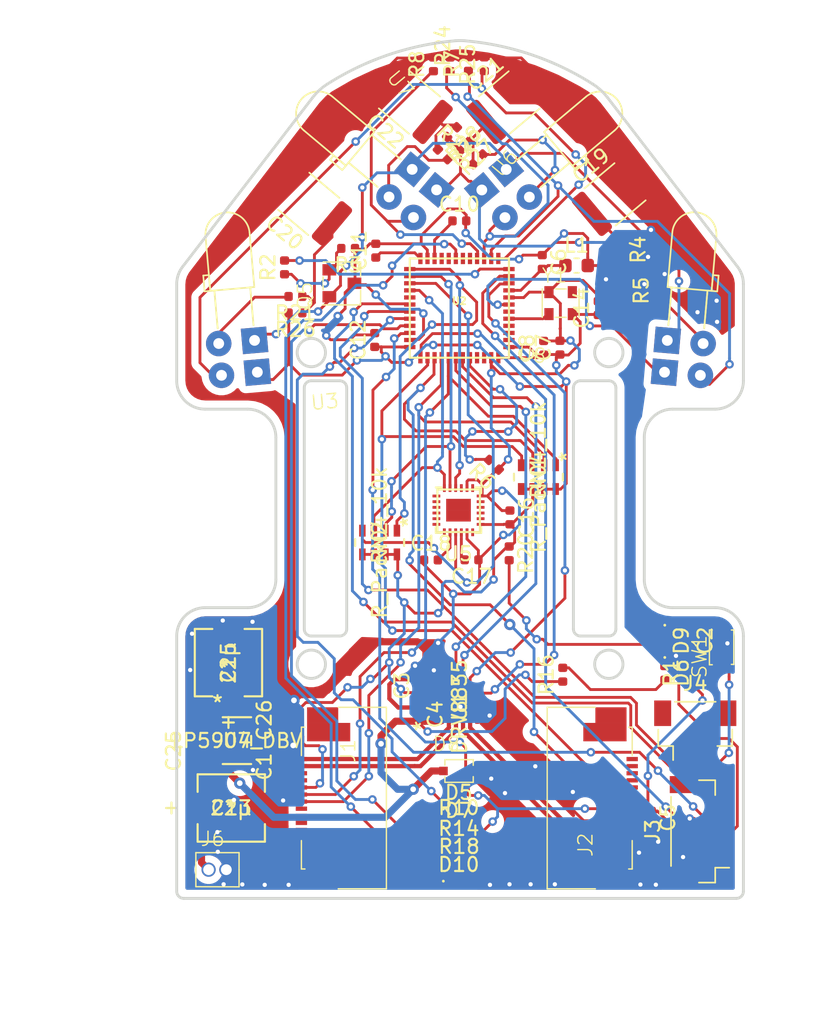
<source format=kicad_pcb>
(kicad_pcb (version 20171130) (host pcbnew "(5.1.4)-1")
  (layers (0 F.Cu signal) (31 B.Cu signal) (34 B.Paste user) (35 F.Paste user) (36 B.SilkS user) (37 F.SilkS user) (38 B.Mask user) (39 F.Mask user) (44 Edge.Cuts user))
  (net 0 "")
  (net 1 +3V3)
  (net 2 GND)
  (net 3 NRST)
  (net 4 +BATT)
  (net 5 "Net-(C6-Pad2)")
  (net 6 "Net-(C10-Pad1)")
  (net 7 "Net-(C11-Pad1)")
  (net 8 "Net-(C17-Pad2)")
  (net 9 "Net-(C18-Pad2)")
  (net 10 "Net-(C19-Pad1)")
  (net 11 "Net-(C20-Pad1)")
  (net 12 "Net-(C21-Pad1)")
  (net 13 "Net-(C22-Pad1)")
  (net 14 LED_2)
  (net 15 "Net-(D5-Pad2)")
  (net 16 "Net-(D6-Pad2)")
  (net 17 "Net-(D7-Pad2)")
  (net 18 LED_1)
  (net 19 "Net-(D9-Pad2)")
  (net 20 LED_3)
  (net 21 "Net-(D10-Pad2)")
  (net 22 MORTOR_1-)
  (net 23 MORTOR_1+)
  (net 24 "Net-(J1-Pad3)")
  (net 25 encR_1)
  (net 26 encR_2)
  (net 27 "Net-(J1-Pad8)")
  (net 28 "Net-(J1-Pad9)")
  (net 29 "Net-(J1-Pad10)")
  (net 30 "Net-(J1-Pad11)")
  (net 31 "Net-(J1-Pad12)")
  (net 32 "Net-(J2-Pad12)")
  (net 33 "Net-(J2-Pad11)")
  (net 34 "Net-(J2-Pad10)")
  (net 35 "Net-(J2-Pad9)")
  (net 36 "Net-(J2-Pad8)")
  (net 37 encL_2)
  (net 38 encL_1)
  (net 39 "Net-(J2-Pad3)")
  (net 40 MORTOR_2-)
  (net 41 MORTOR_2+)
  (net 42 STLINK_TCK)
  (net 43 STLINK_TMS)
  (net 44 UART_RX)
  (net 45 UART_TX)
  (net 46 sens_RR)
  (net 47 sens_R)
  (net 48 sens_L)
  (net 49 sens_LL)
  (net 50 "Net-(Q5-Pad1)")
  (net 51 RLED_PWM)
  (net 52 "Net-(R6-Pad2)")
  (net 53 CS_IMU)
  (net 54 SCK_IMU)
  (net 55 MOSI_IMU)
  (net 56 MISO_IMU)
  (net 57 MotorR_Reverce)
  (net 58 MotorR_Foward)
  (net 59 MotorL_Reverce)
  (net 60 MotorL_Foward)
  (net 61 "Net-(U2-Pad2)")
  (net 62 "Net-(U2-Pad3)")
  (net 63 "Net-(U2-Pad4)")
  (net 64 CROCK_IN)
  (net 65 "Net-(U2-Pad6)")
  (net 66 "Net-(U2-Pad17)")
  (net 67 "Net-(U2-Pad18)")
  (net 68 "Net-(U2-Pad20)")
  (net 69 "Net-(U2-Pad21)")
  (net 70 "Net-(U2-Pad29)")
  (net 71 "Net-(U2-Pad45)")
  (net 72 "Net-(U2-Pad46)")
  (net 73 "Net-(U4-Pad4)")
  (net 74 "Net-(U5-Pad19)")
  (net 75 "Net-(U5-Pad3)")
  (net 76 "Net-(U5-Pad14)")
  (net 77 "Net-(U5-Pad15)")
  (net 78 "Net-(U5-Pad7)")
  (net 79 "Net-(U5-Pad2)")
  (net 80 "Net-(U5-Pad21)")
  (net 81 "Net-(U5-Pad4)")
  (net 82 "Net-(U5-Pad17)")
  (net 83 "Net-(U5-Pad5)")
  (net 84 "Net-(U5-Pad12)")
  (net 85 "Net-(U5-Pad6)")
  (net 86 "Net-(U5-Pad1)")
  (net 87 "Net-(U5-Pad16)")
  (net 88 "Net-(Y1-Pad1)")
  (net 89 "Net-(Q5-Pad2)")
  (net 90 "Net-(R5-Pad2)")
  (net 91 "Net-(R21-Pad2)")
  (net 92 "Net-(R22-Pad2)")
  (net 93 "Net-(R23-Pad2)")
  (module Connector_JST:JST_SH_BM05B-SRSS-TB_1x05-1MP_P1.00mm_Vertical (layer F.Cu) (at 166.85 143.05 90)
    (fp_text reference J3 (at 0 -3.3 270) (layer F.SilkS))
    (fp_text value Conn_01x05)
    (pad MP smd rect (at 3.3 -1.2 90) (size 1.2 1.8) (layers F.Cu F.Paste F.Mask))
    (pad MP smd rect (at -3.3 -1.2 90) (size 1.2 1.8) (layers F.Cu F.Paste F.Mask))
    (pad 5 smd rect (at 2 1.325 90) (size 0.6 1.55) (layers F.Cu F.Paste F.Mask) (net 3 NRST))
    (pad 4 smd rect (at 1 1.325 90) (size 0.6 1.55) (layers F.Cu F.Paste F.Mask) (net 43 STLINK_TMS))
    (pad 3 smd rect (at 0 1.325 90) (size 0.6 1.55) (layers F.Cu F.Paste F.Mask) (net 2 GND))
    (pad 2 smd rect (at -1 1.325 90) (size 0.6 1.55) (layers F.Cu F.Paste F.Mask) (net 42 STLINK_TCK))
    (pad 1 smd rect (at -2 1.325 90) (size 0.6 1.55) (layers F.Cu F.Paste F.Mask) (net 1 +3V3))
  )
  (module micro:LED_FOTR_M (layer F.Cu) (at 164.37 110.68 355)
    (fp_text reference U8 (at -9.4 -0.4 175) (layer F.SilkS) (effects (font (thickness 0.1))))
    (fp_text value LED_FOTR)
    (pad 2 thru_hole circle (at 2.55 -0.01 355) (size 1.8 1.8) (drill 0.762) (layers *.Cu *.Mask) (net 46 sens_RR))
    (pad 4 thru_hole rect (at 0.01 -2.26 355) (size 1.8 1.8) (drill 0.762) (layers *.Cu *.Mask) (net 89 "Net-(Q5-Pad2)"))
    (pad 3 thru_hole circle (at 2.55 -2.26 355) (size 1.8 1.8) (drill 0.762) (layers *.Cu *.Mask) (net 90 "Net-(R5-Pad2)"))
    (pad 1 thru_hole rect (at 0.01 -0.01 355) (size 1.8 1.8) (drill 0.762) (layers *.Cu *.Mask) (net 1 +3V3))
  )
  (module micro:LED_FOTR_M (layer F.Cu) (at 151.47 97.82 310)
    (fp_text reference U7 (at -9.4 -0.4 130) (layer F.SilkS) (effects (font (thickness 0.1))))
    (fp_text value LED_FOTR)
    (pad 2 thru_hole circle (at 2.55 -0.01 310) (size 1.8 1.8) (drill 0.762) (layers *.Cu *.Mask) (net 47 sens_R))
    (pad 4 thru_hole rect (at 0.01 -2.26 310) (size 1.8 1.8) (drill 0.762) (layers *.Cu *.Mask) (net 89 "Net-(Q5-Pad2)"))
    (pad 3 thru_hole circle (at 2.55 -2.26 310) (size 1.8 1.8) (drill 0.762) (layers *.Cu *.Mask) (net 92 "Net-(R22-Pad2)"))
    (pad 1 thru_hole rect (at 0.01 -0.01 310) (size 1.8 1.8) (drill 0.762) (layers *.Cu *.Mask) (net 1 +3V3))
  )
  (module micro:LED_FOTR (layer F.Cu) (at 146.66 99.76 50)
    (fp_text reference U6 (at 7.1 2.5 50) (layer F.SilkS) (effects (font (thickness 0.1))))
    (fp_text value LED_FOTR)
    (pad 3 thru_hole circle (at 0 -2.25 50) (size 1.8 1.8) (drill 0.762) (layers *.Cu *.Mask) (net 93 "Net-(R23-Pad2)"))
    (pad 4 thru_hole rect (at 2.54 -2.25 50) (size 1.8 1.8) (drill 0.762) (layers *.Cu *.Mask) (net 89 "Net-(Q5-Pad2)"))
    (pad 2 thru_hole circle (at 0 0 50) (size 1.8 1.8) (drill 0.762) (layers *.Cu *.Mask) (net 48 sens_L))
    (pad 1 thru_hole rect (at 2.54 0 50) (size 1.8 1.8) (drill 0.762) (layers *.Cu *.Mask) (net 1 +3V3))
  )
  (module micro:LED_FOTR (layer F.Cu) (at 133.11 110.89 5)
    (fp_text reference U3 (at 7.1 2.5 5) (layer F.SilkS) (effects (font (thickness 0.1))))
    (fp_text value LED_FOTR)
    (pad 3 thru_hole circle (at 0 -2.25 5) (size 1.8 1.8) (drill 0.762) (layers *.Cu *.Mask) (net 91 "Net-(R21-Pad2)"))
    (pad 4 thru_hole rect (at 2.54 -2.25 5) (size 1.8 1.8) (drill 0.762) (layers *.Cu *.Mask) (net 89 "Net-(Q5-Pad2)"))
    (pad 2 thru_hole circle (at 0 0 5) (size 1.8 1.8) (drill 0.762) (layers *.Cu *.Mask) (net 49 sens_LL))
    (pad 1 thru_hole rect (at 2.54 0 5) (size 1.8 1.8) (drill 0.762) (layers *.Cu *.Mask) (net 1 +3V3))
  )
  (module micro:Molex52745-1297 (layer F.Cu) (at 139.25 140.7 90)
    (fp_text reference J1 (at 3.3 2.8 90) (layer F.SilkS) (effects (font (thickness 0.1))))
    (fp_text value Conn_01x12)
    (pad "" smd custom (at -5.85 1 90) (size 1.1 2.2) (layers F.Cu F.Paste F.Mask) (options (clearance outline) (anchor rect)) (primitives))
    (pad "" smd custom (at 5.85 1 90) (size 1.1 2.2) (layers F.Cu F.Paste F.Mask) (options (clearance outline) (anchor rect)) (primitives))
    (pad "" smd custom (at -4.65 1.425 90) (size 1.3 3.05) (layers F.Cu F.Paste F.Mask) (options (clearance outline) (anchor rect)) (primitives))
    (pad 1 smd custom (at 2.75 -0.5 90) (size 0.3 0.8) (layers F.Cu F.Paste F.Mask) (net 23 MORTOR_1+) (options (clearance outline) (anchor rect)) (primitives))
    (pad 2 smd custom (at 2.25 -0.5 90) (size 0.3 0.8) (layers F.Cu F.Paste F.Mask) (net 22 MORTOR_1-) (options (clearance outline) (anchor rect)) (primitives))
    (pad 3 smd custom (at 1.75 -0.5 90) (size 0.3 0.8) (layers F.Cu F.Paste F.Mask) (net 24 "Net-(J1-Pad3)") (options (clearance outline) (anchor rect)) (primitives))
    (pad 4 smd custom (at 1.25 -0.5 90) (size 0.3 0.8) (layers F.Cu F.Paste F.Mask) (net 2 GND) (options (clearance outline) (anchor rect)) (primitives))
    (pad 5 smd custom (at 0.75 -0.5 90) (size 0.3 0.8) (layers F.Cu F.Paste F.Mask) (net 1 +3V3) (options (clearance outline) (anchor rect)) (primitives))
    (pad 6 smd custom (at 0.25 -0.5 90) (size 0.3 0.8) (layers F.Cu F.Paste F.Mask) (net 25 encR_1) (options (clearance outline) (anchor rect)) (primitives))
    (pad 7 smd custom (at -0.25 -0.5 90) (size 0.3 0.8) (layers F.Cu F.Paste F.Mask) (net 26 encR_2) (options (clearance outline) (anchor rect)) (primitives))
    (pad 8 smd custom (at -0.75 -0.5 90) (size 0.3 0.8) (layers F.Cu F.Paste F.Mask) (net 27 "Net-(J1-Pad8)") (options (clearance outline) (anchor rect)) (primitives))
    (pad 9 smd custom (at -1.25 -0.5 90) (size 0.3 0.8) (layers F.Cu F.Paste F.Mask) (net 28 "Net-(J1-Pad9)") (options (clearance outline) (anchor rect)) (primitives))
    (pad 10 smd custom (at -1.75 -0.5 90) (size 0.3 0.8) (layers F.Cu F.Paste F.Mask) (net 29 "Net-(J1-Pad10)") (options (clearance outline) (anchor rect)) (primitives))
    (pad 11 smd custom (at -2.25 -0.5 90) (size 0.3 0.8) (layers F.Cu F.Paste F.Mask) (net 30 "Net-(J1-Pad11)") (options (clearance outline) (anchor rect)) (primitives))
    (pad "" smd custom (at 4.65 1.425 90) (size 1.3 3.05) (layers F.Cu F.Paste F.Mask) (options (clearance outline) (anchor rect)) (primitives))
    (pad 12 smd custom (at -2.75 -0.5 90) (size 0.3 0.8) (layers F.Cu F.Paste F.Mask) (net 31 "Net-(J1-Pad12)") (options (clearance outline) (anchor rect)) (primitives))
  )
  (module micro:STM32F411CEU6 (layer F.Cu) (at 149.9 106.15 180)
    (fp_text reference U2 (at 0 0.5) (layer F.SilkS) (effects (font (size 0.5 0.5) (thickness 0.125))))
    (fp_text value STM32F413CH6)
    (pad 48 smd rect (at -2.75 -3.5 180) (size 0.3 0.8) (layers F.Cu F.Paste F.Mask) (net 1 +3V3))
    (pad 47 smd rect (at -2.25 -3.5 180) (size 0.3 0.8) (layers F.Cu F.Paste F.Mask) (net 2 GND))
    (pad 46 smd rect (at -1.75 -3.5 180) (size 0.3 0.8) (layers F.Cu F.Paste F.Mask) (net 72 "Net-(U2-Pad46)"))
    (pad 45 smd rect (at -1.25 -3.5 180) (size 0.3 0.8) (layers F.Cu F.Paste F.Mask) (net 71 "Net-(U2-Pad45)"))
    (pad 44 smd rect (at -0.75 -3.5 180) (size 0.3 0.8) (layers F.Cu F.Paste F.Mask) (net 52 "Net-(R6-Pad2)"))
    (pad 43 smd rect (at -0.25 -3.5 180) (size 0.3 0.8) (layers F.Cu F.Paste F.Mask) (net 58 MotorR_Foward))
    (pad 42 smd rect (at 0.25 -3.5 180) (size 0.3 0.8) (layers F.Cu F.Paste F.Mask) (net 57 MotorR_Reverce))
    (pad 41 smd rect (at 0.75 -3.5 180) (size 0.3 0.8) (layers F.Cu F.Paste F.Mask) (net 25 encR_1))
    (pad 40 smd rect (at 1.25 -3.5 180) (size 0.3 0.8) (layers F.Cu F.Paste F.Mask) (net 26 encR_2))
    (pad 39 smd rect (at 1.75 -3.5 180) (size 0.3 0.8) (layers F.Cu F.Paste F.Mask) (net 38 encL_1))
    (pad 38 smd rect (at 2.25 -3.5 180) (size 0.3 0.8) (layers F.Cu F.Paste F.Mask) (net 37 encL_2))
    (pad 37 smd rect (at 2.75 -3.5 180) (size 0.3 0.8) (layers F.Cu F.Paste F.Mask) (net 42 STLINK_TCK))
    (pad 36 smd rect (at 3.5 -2.75 180) (size 0.8 0.3) (layers F.Cu F.Paste F.Mask) (net 1 +3V3))
    (pad 35 smd rect (at 3.5 -2.25 180) (size 0.8 0.3) (layers F.Cu F.Paste F.Mask) (net 2 GND))
    (pad 34 smd rect (at 3.5 -1.75 180) (size 0.8 0.3) (layers F.Cu F.Paste F.Mask) (net 43 STLINK_TMS))
    (pad 33 smd rect (at 3.5 -1.25 180) (size 0.8 0.3) (layers F.Cu F.Paste F.Mask) (net 18 LED_1))
    (pad 32 smd rect (at 3.5 -0.75 180) (size 0.8 0.3) (layers F.Cu F.Paste F.Mask) (net 14 LED_2))
    (pad 31 smd rect (at 3.5 -0.25 180) (size 0.8 0.3) (layers F.Cu F.Paste F.Mask) (net 44 UART_RX))
    (pad 30 smd rect (at 3.5 0.25 180) (size 0.8 0.3) (layers F.Cu F.Paste F.Mask) (net 45 UART_TX))
    (pad 29 smd rect (at 3.5 0.75 180) (size 0.8 0.3) (layers F.Cu F.Paste F.Mask) (net 70 "Net-(U2-Pad29)"))
    (pad 28 smd rect (at 3.5 1.25 180) (size 0.8 0.3) (layers F.Cu F.Paste F.Mask) (net 55 MOSI_IMU))
    (pad 27 smd rect (at 3.5 1.75 180) (size 0.8 0.3) (layers F.Cu F.Paste F.Mask) (net 56 MISO_IMU))
    (pad 26 smd rect (at 3.5 2.25 180) (size 0.8 0.3) (layers F.Cu F.Paste F.Mask) (net 54 SCK_IMU))
    (pad 25 smd rect (at 3.5 2.75 180) (size 0.8 0.3) (layers F.Cu F.Paste F.Mask) (net 53 CS_IMU))
    (pad 24 smd rect (at 2.75 3.5 180) (size 0.3 0.8) (layers F.Cu F.Paste F.Mask) (net 7 "Net-(C11-Pad1)"))
    (pad 23 smd rect (at 2.25 3.5 180) (size 0.3 0.8) (layers F.Cu F.Paste F.Mask) (net 2 GND))
    (pad 22 smd rect (at 1.75 3.5 180) (size 0.3 0.8) (layers F.Cu F.Paste F.Mask) (net 6 "Net-(C10-Pad1)"))
    (pad 21 smd rect (at 1.25 3.5 180) (size 0.3 0.8) (layers F.Cu F.Paste F.Mask) (net 69 "Net-(U2-Pad21)"))
    (pad 20 smd rect (at 0.75 3.5 180) (size 0.3 0.8) (layers F.Cu F.Paste F.Mask) (net 68 "Net-(U2-Pad20)"))
    (pad 19 smd rect (at 0.25 3.5 180) (size 0.3 0.8) (layers F.Cu F.Paste F.Mask) (net 20 LED_3))
    (pad 18 smd rect (at -0.25 3.5 180) (size 0.3 0.8) (layers F.Cu F.Paste F.Mask) (net 67 "Net-(U2-Pad18)"))
    (pad 17 smd rect (at -0.75 3.5 180) (size 0.3 0.8) (layers F.Cu F.Paste F.Mask) (net 66 "Net-(U2-Pad17)"))
    (pad 16 smd rect (at -1.25 3.5 180) (size 0.3 0.8) (layers F.Cu F.Paste F.Mask) (net 48 sens_L))
    (pad 15 smd rect (at -1.75 3.5 180) (size 0.3 0.8) (layers F.Cu F.Paste F.Mask) (net 47 sens_R))
    (pad 14 smd rect (at -2.25 3.5 180) (size 0.3 0.8) (layers F.Cu F.Paste F.Mask) (net 46 sens_RR))
    (pad 13 smd rect (at -2.75 3.5 180) (size 0.3 0.8) (layers F.Cu F.Paste F.Mask) (net 49 sens_LL))
    (pad 12 smd rect (at -3.5 2.75 180) (size 0.8 0.3) (layers F.Cu F.Paste F.Mask) (net 51 RLED_PWM))
    (pad 11 smd rect (at -3.5 2.25 180) (size 0.8 0.3) (layers F.Cu F.Paste F.Mask) (net 60 MotorL_Foward))
    (pad 10 smd rect (at -3.5 1.75 180) (size 0.8 0.3) (layers F.Cu F.Paste F.Mask) (net 59 MotorL_Reverce))
    (pad 9 smd rect (at -3.5 1.25 180) (size 0.8 0.3) (layers F.Cu F.Paste F.Mask) (net 5 "Net-(C6-Pad2)"))
    (pad 8 smd rect (at -3.5 0.75 180) (size 0.8 0.3) (layers F.Cu F.Paste F.Mask) (net 2 GND))
    (pad 7 smd rect (at -3.5 0.25 180) (size 0.8 0.3) (layers F.Cu F.Paste F.Mask) (net 3 NRST))
    (pad 6 smd rect (at -3.5 -0.25 180) (size 0.8 0.3) (layers F.Cu F.Paste F.Mask) (net 65 "Net-(U2-Pad6)"))
    (pad 5 smd rect (at -3.5 -0.75 180) (size 0.8 0.3) (layers F.Cu F.Paste F.Mask) (net 64 CROCK_IN))
    (pad 4 smd rect (at -3.5 -1.25 180) (size 0.8 0.3) (layers F.Cu F.Paste F.Mask) (net 63 "Net-(U2-Pad4)"))
    (pad 3 smd rect (at -3.5 -1.75 180) (size 0.8 0.3) (layers F.Cu F.Paste F.Mask) (net 62 "Net-(U2-Pad3)"))
    (pad 2 smd rect (at -3.5 -2.25 180) (size 0.8 0.3) (layers F.Cu F.Paste F.Mask) (net 61 "Net-(U2-Pad2)"))
    (pad 1 smd rect (at -3.5 -2.75 180) (size 0.8 0.3) (layers F.Cu F.Paste F.Mask) (net 1 +3V3))
  )
  (module micro:R10k×4 (layer F.Cu) (at 144.272 122.682 270)
    (fp_text reference RN2 (at 0 0 90) (layer F.SilkS))
    (fp_text value R_Pack04_10k (at 0 0 90) (layer F.SilkS))
    (fp_text user * (at -1.4351 -2.032 90) (layer F.SilkS))
    (pad 1 smd rect (at -0.8382 -1.2192 270) (size 0.8382 0.4572) (layers F.Cu F.Paste F.Mask) (net 53 CS_IMU))
    (pad 2 smd rect (at -0.8382 -0.4064 270) (size 0.8382 0.4572) (layers F.Cu F.Paste F.Mask) (net 54 SCK_IMU))
    (pad 3 smd rect (at -0.8382 0.4064 270) (size 0.8382 0.4572) (layers F.Cu F.Paste F.Mask) (net 55 MOSI_IMU))
    (pad 4 smd rect (at -0.8382 1.2192 270) (size 0.8382 0.4572) (layers F.Cu F.Paste F.Mask) (net 56 MISO_IMU))
    (pad 5 smd rect (at 0.8382 1.2192 270) (size 0.8382 0.4572) (layers F.Cu F.Paste F.Mask) (net 1 +3V3))
    (pad 6 smd rect (at 0.8382 0.4064 270) (size 0.8382 0.4572) (layers F.Cu F.Paste F.Mask) (net 1 +3V3))
    (pad 7 smd rect (at 0.8382 -0.4064 270) (size 0.8382 0.4572) (layers F.Cu F.Paste F.Mask) (net 1 +3V3))
    (pad 8 smd rect (at 0.8382 -1.2192 270) (size 0.8382 0.4572) (layers F.Cu F.Paste F.Mask) (net 1 +3V3))
  )
  (module micro:Molex52745-1297 (layer F.Cu) (at 161.6 140.7 270)
    (fp_text reference J2 (at 3.3 2.8 90) (layer F.SilkS) (effects (font (thickness 0.1))))
    (fp_text value Conn_01x12)
    (pad "" smd custom (at -5.85 1 270) (size 1.1 2.2) (layers F.Cu F.Paste F.Mask) (options (clearance outline) (anchor rect)) (primitives))
    (pad "" smd custom (at 5.85 1 270) (size 1.1 2.2) (layers F.Cu F.Paste F.Mask) (options (clearance outline) (anchor rect)) (primitives))
    (pad "" smd custom (at -4.65 1.425 270) (size 1.3 3.05) (layers F.Cu F.Paste F.Mask) (options (clearance outline) (anchor rect)) (primitives))
    (pad 1 smd custom (at 2.75 -0.5 270) (size 0.3 0.8) (layers F.Cu F.Paste F.Mask) (net 41 MORTOR_2+) (options (clearance outline) (anchor rect)) (primitives))
    (pad 2 smd custom (at 2.25 -0.5 270) (size 0.3 0.8) (layers F.Cu F.Paste F.Mask) (net 40 MORTOR_2-) (options (clearance outline) (anchor rect)) (primitives))
    (pad 3 smd custom (at 1.75 -0.5 270) (size 0.3 0.8) (layers F.Cu F.Paste F.Mask) (net 39 "Net-(J2-Pad3)") (options (clearance outline) (anchor rect)) (primitives))
    (pad 4 smd custom (at 1.25 -0.5 270) (size 0.3 0.8) (layers F.Cu F.Paste F.Mask) (net 2 GND) (options (clearance outline) (anchor rect)) (primitives))
    (pad 5 smd custom (at 0.75 -0.5 270) (size 0.3 0.8) (layers F.Cu F.Paste F.Mask) (net 1 +3V3) (options (clearance outline) (anchor rect)) (primitives))
    (pad 6 smd custom (at 0.25 -0.5 270) (size 0.3 0.8) (layers F.Cu F.Paste F.Mask) (net 38 encL_1) (options (clearance outline) (anchor rect)) (primitives))
    (pad 7 smd custom (at -0.25 -0.5 270) (size 0.3 0.8) (layers F.Cu F.Paste F.Mask) (net 37 encL_2) (options (clearance outline) (anchor rect)) (primitives))
    (pad 8 smd custom (at -0.75 -0.5 270) (size 0.3 0.8) (layers F.Cu F.Paste F.Mask) (net 36 "Net-(J2-Pad8)") (options (clearance outline) (anchor rect)) (primitives))
    (pad 9 smd custom (at -1.25 -0.5 270) (size 0.3 0.8) (layers F.Cu F.Paste F.Mask) (net 35 "Net-(J2-Pad9)") (options (clearance outline) (anchor rect)) (primitives))
    (pad 10 smd custom (at -1.75 -0.5 270) (size 0.3 0.8) (layers F.Cu F.Paste F.Mask) (net 34 "Net-(J2-Pad10)") (options (clearance outline) (anchor rect)) (primitives))
    (pad 11 smd custom (at -2.25 -0.5 270) (size 0.3 0.8) (layers F.Cu F.Paste F.Mask) (net 33 "Net-(J2-Pad11)") (options (clearance outline) (anchor rect)) (primitives))
    (pad "" smd custom (at 4.65 1.425 270) (size 1.3 3.05) (layers F.Cu F.Paste F.Mask) (options (clearance outline) (anchor rect)) (primitives))
    (pad 12 smd custom (at -2.75 -0.5 270) (size 0.3 0.8) (layers F.Cu F.Paste F.Mask) (net 32 "Net-(J2-Pad12)") (options (clearance outline) (anchor rect)) (primitives))
  )
  (module micro:IRFML8244TRPBF (layer F.Cu) (at 142.98 104.4 270)
    (fp_text reference Q5 (at 0.88 3.97 270) (layer F.SilkS) (effects (font (thickness 0.1))))
    (fp_text value IRLML6344TRPBFTR)
    (pad 3 smd custom (at 0 0.486 270) (size 0.802 0.972) (layers F.Cu F.Paste F.Mask) (net 2 GND) (options (clearance outline) (anchor rect)) (primitives))
    (pad 2 smd custom (at 0.95 2.256 270) (size 0.802 0.972) (layers F.Cu F.Paste F.Mask) (net 89 "Net-(Q5-Pad2)") (options (clearance outline) (anchor rect)) (primitives))
    (pad 1 smd custom (at -0.95 2.256 270) (size 0.802 0.972) (layers F.Cu F.Paste F.Mask) (net 50 "Net-(Q5-Pad1)") (options (clearance outline) (anchor rect)) (primitives))
  )
  (module Capacitor_SMD:C_1812_4532Metric (layer F.Cu) (at 160.89 98.13 40)
    (fp_text reference C19 (at 0 -2.65 40) (layer F.SilkS))
    (fp_text value 470μ)
    (pad 2 smd roundrect (at 2.1375 0 40) (size 1.125 3.4) (layers F.Cu F.Paste F.Mask) (roundrect_rratio 0.222222) (net 2 GND))
    (pad 1 smd roundrect (at -2.1375 0 40) (size 1.125 3.4) (layers F.Cu F.Paste F.Mask) (roundrect_rratio 0.222222) (net 10 "Net-(C19-Pad1)"))
  )
  (module Capacitor_SMD:C_1812_4532Metric (layer F.Cu) (at 139.27 98.8 140)
    (fp_text reference C20 (at 0 -2.65 320) (layer F.SilkS))
    (fp_text value 470μ)
    (pad 1 smd roundrect (at -2.1375 0 140) (size 1.125 3.4) (layers F.Cu F.Paste F.Mask) (roundrect_rratio 0.222222) (net 11 "Net-(C20-Pad1)"))
    (pad 2 smd roundrect (at 2.1375 0 140) (size 1.125 3.4) (layers F.Cu F.Paste F.Mask) (roundrect_rratio 0.222222) (net 2 GND))
  )
  (module Capacitor_SMD:C_1812_4532Metric (layer F.Cu) (at 153.42 91.65 40)
    (fp_text reference C21 (at 0 -2.65 40) (layer F.SilkS))
    (fp_text value 470μ)
    (pad 1 smd roundrect (at -2.1375 0 40) (size 1.125 3.4) (layers F.Cu F.Paste F.Mask) (roundrect_rratio 0.222222) (net 12 "Net-(C21-Pad1)"))
    (pad 2 smd roundrect (at 2.1375 0 40) (size 1.125 3.4) (layers F.Cu F.Paste F.Mask) (roundrect_rratio 0.222222) (net 2 GND))
  )
  (module Capacitor_SMD:C_1812_4532Metric (layer F.Cu) (at 146.375 91.65 140)
    (fp_text reference C22 (at 0 -2.65 140) (layer F.SilkS))
    (fp_text value 470μ)
    (pad 1 smd roundrect (at -2.1375 0 140) (size 1.125 3.4) (layers F.Cu F.Paste F.Mask) (roundrect_rratio 0.222222) (net 13 "Net-(C22-Pad1)"))
    (pad 2 smd roundrect (at 2.1375 0 140) (size 1.125 3.4) (layers F.Cu F.Paste F.Mask) (roundrect_rratio 0.222222) (net 2 GND))
  )
  (module micro:PDZ4.3BZ (layer F.Cu) (at 149.88 138.79 180)
    (fp_text reference D8 (at 0.9 1.9) (layer F.SilkS) (effects (font (thickness 0.1))))
    (fp_text value 1SMB5928BT3G)
    (pad 1 smd custom (at 1.1 0 180) (size 0.6 0.6) (layers F.Cu F.Paste F.Mask) (net 4 +BATT) (options (clearance outline) (anchor rect)) (primitives))
    (pad 2 smd custom (at -1.1 0 180) (size 0.6 0.6) (layers F.Cu F.Paste F.Mask) (net 2 GND) (options (clearance outline) (anchor rect)) (primitives))
  )
  (module Connector_JST:JST_SH_BM03B-SRSS-TB_1x03-1MP_P1.00mm_Vertical (layer F.Cu) (at 166.55 135.92)
    (fp_text reference J4 (at 0 -3.3 180) (layer F.SilkS))
    (fp_text value Conn_01x03)
    (pad 1 smd rect (at -1 1.325) (size 0.6 1.55) (layers F.Cu F.Paste F.Mask) (net 44 UART_RX))
    (pad 2 smd rect (at 0 1.325) (size 0.6 1.55) (layers F.Cu F.Paste F.Mask) (net 45 UART_TX))
    (pad 3 smd rect (at 1 1.325) (size 0.6 1.55) (layers F.Cu F.Paste F.Mask) (net 2 GND))
    (pad MP smd rect (at -2.3 -1.2) (size 1.2 1.8) (layers F.Cu F.Paste F.Mask))
    (pad MP smd rect (at 2.3 -1.2) (size 1.2 1.8) (layers F.Cu F.Paste F.Mask))
  )
  (module Inductor_SMD:L_0603_1608Metric (layer F.Cu) (at 158.175 103.15)
    (fp_text reference L1 (at 0 -1.43) (layer F.SilkS))
    (fp_text value 330)
    (pad 1 smd roundrect (at -0.7875 0) (size 0.875 0.95) (layers F.Cu F.Paste F.Mask) (net 5 "Net-(C6-Pad2)"))
    (pad 2 smd roundrect (at 0.7875 0) (size 0.875 0.95) (layers F.Cu F.Paste F.Mask) (net 1 +3V3))
  )
  (module micro:DRV8835DSSR (layer F.Cu) (at 149.91 134.26 90)
    (fp_text reference U1 (at 0 0 90) (layer F.SilkS))
    (fp_text value DRV8835 (at 0 0 90) (layer F.SilkS))
    (fp_text user * (at -1.358737 -2.672908 90) (layer F.SilkS))
    (pad 13 smd rect (at 0 0 90) (size 0.9 2) (layers F.Cu F.Paste F.Mask) (net 2 GND))
    (pad 12 smd rect (at 0.958723 -1.25 90) (size 0.500126 0.279908) (layers F.Cu F.Paste F.Mask) (net 1 +3V3))
    (pad 11 smd rect (at 0.958723 -0.750001 90) (size 0.500126 0.279908) (layers F.Cu F.Paste F.Mask) (net 2 GND))
    (pad 10 smd rect (at 0.958723 -0.25 90) (size 0.500126 0.279908) (layers F.Cu F.Paste F.Mask) (net 57 MotorR_Reverce))
    (pad 9 smd rect (at 0.958723 0.25 90) (size 0.500126 0.279908) (layers F.Cu F.Paste F.Mask) (net 58 MotorR_Foward))
    (pad 8 smd rect (at 0.958723 0.750001 90) (size 0.500126 0.279908) (layers F.Cu F.Paste F.Mask) (net 59 MotorL_Reverce))
    (pad 7 smd rect (at 0.958723 1.25 90) (size 0.500126 0.279908) (layers F.Cu F.Paste F.Mask) (net 60 MotorL_Foward))
    (pad 6 smd rect (at -0.958723 1.25 90) (size 0.500126 0.279908) (layers F.Cu F.Paste F.Mask) (net 2 GND))
    (pad 5 smd rect (at -0.958723 0.750001 90) (size 0.500126 0.279908) (layers F.Cu F.Paste F.Mask) (net 40 MORTOR_2-))
    (pad 4 smd rect (at -0.958723 0.25 90) (size 0.500126 0.279908) (layers F.Cu F.Paste F.Mask) (net 41 MORTOR_2+))
    (pad 3 smd rect (at -0.958723 -0.25 90) (size 0.500126 0.279908) (layers F.Cu F.Paste F.Mask) (net 22 MORTOR_1-))
    (pad 2 smd rect (at -0.958723 -0.750001 90) (size 0.500126 0.279908) (layers F.Cu F.Paste F.Mask) (net 23 MORTOR_1+))
    (pad 1 smd rect (at -0.958723 -1.25 90) (size 0.500126 0.279908) (layers F.Cu F.Paste F.Mask) (net 4 +BATT))
  )
  (module micro:ICM20648 (layer F.Cu) (at 149.85 120.44)
    (fp_text reference U5 (at -0.03 3.04) (layer F.SilkS))
    (fp_text value ICM20648)
    (pad 25 smd rect (at 0.425 0.36) (size 0.875 0.8) (layers F.Cu F.Paste F.Mask))
    (pad 25 smd rect (at 0.425 -0.44) (size 0.875 0.8) (layers F.Cu F.Paste F.Mask))
    (pad 19 smd rect (at 0.99 -1.6 90) (size 0.55 0.2) (layers F.Cu F.Paste F.Mask) (net 74 "Net-(U5-Pad19)"))
    (pad 3 smd rect (at -1.57 -0.24) (size 0.55 0.2) (layers F.Cu F.Paste F.Mask) (net 75 "Net-(U5-Pad3)"))
    (pad 22 smd rect (at -0.21 -1.6 90) (size 0.55 0.2) (layers F.Cu F.Paste F.Mask) (net 53 CS_IMU))
    (pad 18 smd rect (at 1.55 -1.04) (size 0.55 0.2) (layers F.Cu F.Paste F.Mask) (net 2 GND))
    (pad 14 smd rect (at 1.55 0.56) (size 0.55 0.2) (layers F.Cu F.Paste F.Mask) (net 76 "Net-(U5-Pad14)"))
    (pad 15 smd rect (at 1.55 0.16) (size 0.55 0.2) (layers F.Cu F.Paste F.Mask) (net 77 "Net-(U5-Pad15)"))
    (pad 20 smd rect (at 0.59 -1.6 90) (size 0.55 0.2) (layers F.Cu F.Paste F.Mask) (net 2 GND))
    (pad 7 smd rect (at -1.01 1.52 90) (size 0.55 0.2) (layers F.Cu F.Paste F.Mask) (net 78 "Net-(U5-Pad7)"))
    (pad 2 smd rect (at -1.57 -0.64) (size 0.55 0.2) (layers F.Cu F.Paste F.Mask) (net 79 "Net-(U5-Pad2)"))
    (pad 25 smd rect (at -0.445 0.36) (size 0.875 0.8) (layers F.Cu F.Paste F.Mask))
    (pad 8 smd rect (at -0.61 1.52 90) (size 0.55 0.2) (layers F.Cu F.Paste F.Mask) (net 9 "Net-(C18-Pad2)"))
    (pad 21 smd rect (at 0.19 -1.6 90) (size 0.55 0.2) (layers F.Cu F.Paste F.Mask) (net 80 "Net-(U5-Pad21)"))
    (pad 4 smd rect (at -1.57 0.16) (size 0.55 0.2) (layers F.Cu F.Paste F.Mask) (net 81 "Net-(U5-Pad4)"))
    (pad 24 smd rect (at -1.01 -1.6 90) (size 0.55 0.2) (layers F.Cu F.Paste F.Mask) (net 55 MOSI_IMU))
    (pad 17 smd rect (at 1.55 -0.64) (size 0.55 0.2) (layers F.Cu F.Paste F.Mask) (net 82 "Net-(U5-Pad17)"))
    (pad 10 smd rect (at 0.19 1.52 90) (size 0.55 0.2) (layers F.Cu F.Paste F.Mask) (net 8 "Net-(C17-Pad2)"))
    (pad 5 smd rect (at -1.57 0.56) (size 0.55 0.2) (layers F.Cu F.Paste F.Mask) (net 83 "Net-(U5-Pad5)"))
    (pad 12 smd rect (at 0.99 1.52 90) (size 0.55 0.2) (layers F.Cu F.Paste F.Mask) (net 84 "Net-(U5-Pad12)"))
    (pad 6 smd rect (at -1.57 0.96) (size 0.55 0.2) (layers F.Cu F.Paste F.Mask) (net 85 "Net-(U5-Pad6)"))
    (pad 1 smd rect (at -1.57 -1.04) (size 0.55 0.2) (layers F.Cu F.Paste F.Mask) (net 86 "Net-(U5-Pad1)"))
    (pad 13 smd rect (at 1.55 0.96) (size 0.55 0.2) (layers F.Cu F.Paste F.Mask) (net 1 +3V3))
    (pad 11 smd rect (at 0.59 1.52 90) (size 0.55 0.2) (layers F.Cu F.Paste F.Mask) (net 2 GND))
    (pad 16 smd rect (at 1.55 -0.24) (size 0.55 0.2) (layers F.Cu F.Paste F.Mask) (net 87 "Net-(U5-Pad16)"))
    (pad 25 smd rect (at -0.445 -0.44) (size 0.875 0.8) (layers F.Cu F.Paste F.Mask))
    (pad 9 smd rect (at -0.21 1.52 90) (size 0.55 0.2) (layers F.Cu F.Paste F.Mask) (net 56 MISO_IMU))
    (pad 23 smd rect (at -0.61 -1.6 90) (size 0.55 0.2) (layers F.Cu F.Paste F.Mask) (net 54 SCK_IMU))
  )
  (module micro:crystal (layer F.Cu) (at 157.05 105.8 180)
    (fp_text reference Y1 (at 0.43 1.94) (layer F.SilkS) (effects (font (thickness 0.1))))
    (fp_text value Crystal_GND23)
    (pad 3 smd custom (at 0.825 -0.775 180) (size 0.65 0.85) (layers F.Cu F.Paste F.Mask) (net 64 CROCK_IN) (options (clearance outline) (anchor rect)) (primitives))
    (pad 4 smd custom (at -0.825 -0.775 180) (size 0.65 0.85) (layers F.Cu F.Paste F.Mask) (net 1 +3V3) (options (clearance outline) (anchor rect)) (primitives))
    (pad 2 smd custom (at 0.825 0.775 180) (size 0.65 0.85) (layers F.Cu F.Paste F.Mask) (net 2 GND) (options (clearance outline) (anchor rect)) (primitives))
    (pad 1 smd custom (at -0.825 0.775 180) (size 0.65 0.85) (layers F.Cu F.Paste F.Mask) (net 88 "Net-(Y1-Pad1)") (options (clearance outline) (anchor rect)) (primitives))
  )
  (module Capacitor_SMD:C_0402_1005Metric (layer F.Cu) (at 137.3 138.485 90)
    (fp_text reference C1 (at 0 -1.17 90) (layer F.SilkS))
    (fp_text value 0.1μ)
    (pad 2 smd roundrect (at 0.485 0 90) (size 0.59 0.64) (layers F.Cu F.Paste F.Mask) (net 2 GND))
    (pad 1 smd roundrect (at -0.485 0 90) (size 0.59 0.64) (layers F.Cu F.Paste F.Mask) (net 1 +3V3))
  )
  (module Capacitor_SMD:C_0402_1005Metric (layer F.Cu) (at 166.075 129.6 270)
    (fp_text reference C2 (at 0 -1.17 90) (layer F.SilkS))
    (fp_text value 0.1μ)
    (pad 1 smd roundrect (at -0.485 0 270) (size 0.59 0.64) (layers F.Cu F.Paste F.Mask) (net 3 NRST))
    (pad 2 smd roundrect (at 0.485 0 270) (size 0.59 0.64) (layers F.Cu F.Paste F.Mask) (net 2 GND))
  )
  (module Capacitor_SMD:C_0402_1005Metric (layer F.Cu) (at 147.02 132.78 90)
    (fp_text reference C3 (at 0 -1.17 90) (layer F.SilkS))
    (fp_text value 0.1μ)
    (pad 1 smd roundrect (at -0.485 0 90) (size 0.59 0.64) (layers F.Cu F.Paste F.Mask) (net 1 +3V3))
    (pad 2 smd roundrect (at 0.485 0 90) (size 0.59 0.64) (layers F.Cu F.Paste F.Mask) (net 2 GND))
  )
  (module Capacitor_SMD:C_0402_1005Metric (layer F.Cu) (at 147.03 134.8 270)
    (fp_text reference C4 (at 0 -1.17 270) (layer F.SilkS))
    (fp_text value 10μ)
    (pad 2 smd roundrect (at 0.485 0 270) (size 0.59 0.64) (layers F.Cu F.Paste F.Mask) (net 4 +BATT))
    (pad 1 smd roundrect (at -0.485 0 270) (size 0.59 0.64) (layers F.Cu F.Paste F.Mask) (net 2 GND))
  )
  (module Capacitor_SMD:C_0402_1005Metric (layer F.Cu) (at 163.45 142.095 270)
    (fp_text reference C5 (at 0 -1.17 90) (layer F.SilkS))
    (fp_text value 0.1μ)
    (pad 2 smd roundrect (at 0.485 0 270) (size 0.59 0.64) (layers F.Cu F.Paste F.Mask) (net 2 GND))
    (pad 1 smd roundrect (at -0.485 0 270) (size 0.59 0.64) (layers F.Cu F.Paste F.Mask) (net 1 +3V3))
  )
  (module Capacitor_SMD:C_0402_1005Metric (layer F.Cu) (at 155.75 102.9 270)
    (fp_text reference C6 (at 0 -1.17 90) (layer F.SilkS))
    (fp_text value 0.1μ)
    (pad 1 smd roundrect (at -0.485 0 270) (size 0.59 0.64) (layers F.Cu F.Paste F.Mask) (net 2 GND))
    (pad 2 smd roundrect (at 0.485 0 270) (size 0.59 0.64) (layers F.Cu F.Paste F.Mask) (net 5 "Net-(C6-Pad2)"))
  )
  (module Capacitor_SMD:C_0402_1005Metric (layer F.Cu) (at 157 108.94 90)
    (fp_text reference C7 (at 0 -1.17 90) (layer F.SilkS))
    (fp_text value 10μ)
    (pad 2 smd roundrect (at 0.485 0 90) (size 0.59 0.64) (layers F.Cu F.Paste F.Mask) (net 2 GND))
    (pad 1 smd roundrect (at -0.485 0 90) (size 0.59 0.64) (layers F.Cu F.Paste F.Mask) (net 1 +3V3))
  )
  (module Capacitor_SMD:C_0402_1005Metric (layer F.Cu) (at 155.85 108.95 90)
    (fp_text reference C8 (at 0 -1.17 90) (layer F.SilkS))
    (fp_text value 0.1μ)
    (pad 2 smd roundrect (at 0.485 0 90) (size 0.59 0.64) (layers F.Cu F.Paste F.Mask) (net 2 GND))
    (pad 1 smd roundrect (at -0.485 0 90) (size 0.59 0.64) (layers F.Cu F.Paste F.Mask) (net 1 +3V3))
  )
  (module Capacitor_SMD:C_0402_1005Metric (layer F.Cu) (at 149.9 100)
    (fp_text reference C10 (at 0 -1.17) (layer F.SilkS))
    (fp_text value 10μ)
    (pad 2 smd roundrect (at 0.485 0) (size 0.59 0.64) (layers F.Cu F.Paste F.Mask) (net 2 GND))
    (pad 1 smd roundrect (at -0.485 0) (size 0.59 0.64) (layers F.Cu F.Paste F.Mask) (net 6 "Net-(C10-Pad1)"))
  )
  (module Capacitor_SMD:C_0402_1005Metric (layer F.Cu) (at 144 102.1 90)
    (fp_text reference C11 (at 0 -1.17 90) (layer F.SilkS))
    (fp_text value 0.1μ)
    (pad 1 smd roundrect (at -0.485 0 90) (size 0.59 0.64) (layers F.Cu F.Paste F.Mask) (net 7 "Net-(C11-Pad1)"))
    (pad 2 smd roundrect (at 0.485 0 90) (size 0.59 0.64) (layers F.Cu F.Paste F.Mask) (net 2 GND))
  )
  (module Capacitor_SMD:C_0402_1005Metric (layer F.Cu) (at 143.925 108.4 90)
    (fp_text reference C12 (at 0 -1.17 270) (layer F.SilkS))
    (fp_text value 0.1μ)
    (pad 2 smd roundrect (at 0.485 0 90) (size 0.59 0.64) (layers F.Cu F.Paste F.Mask) (net 2 GND))
    (pad 1 smd roundrect (at -0.485 0 90) (size 0.59 0.64) (layers F.Cu F.Paste F.Mask) (net 1 +3V3))
  )
  (module Capacitor_SMD:C_0402_1005Metric (layer F.Cu) (at 159.7 106.15 90)
    (fp_text reference C14 (at 0 -1.17 270) (layer F.SilkS))
    (fp_text value 0.1μ)
    (pad 2 smd roundrect (at 0.485 0 90) (size 0.59 0.64) (layers F.Cu F.Paste F.Mask) (net 2 GND))
    (pad 1 smd roundrect (at -0.485 0 90) (size 0.59 0.64) (layers F.Cu F.Paste F.Mask) (net 1 +3V3))
  )
  (module Capacitor_SMD:C_0402_1005Metric (layer F.Cu) (at 153.47 120.91 270)
    (fp_text reference C16 (at 0 -1.17 270) (layer F.SilkS))
    (fp_text value 0.1μ)
    (pad 1 smd roundrect (at -0.485 0 270) (size 0.59 0.64) (layers F.Cu F.Paste F.Mask) (net 2 GND))
    (pad 2 smd roundrect (at 0.485 0 270) (size 0.59 0.64) (layers F.Cu F.Paste F.Mask) (net 1 +3V3))
  )
  (module Capacitor_SMD:C_0402_1005Metric (layer F.Cu) (at 150.76 123.9 180)
    (fp_text reference C17 (at 0 -1.17 180) (layer F.SilkS))
    (fp_text value 0.1μ)
    (pad 2 smd roundrect (at 0.485 0 180) (size 0.59 0.64) (layers F.Cu F.Paste F.Mask) (net 8 "Net-(C17-Pad2)"))
    (pad 1 smd roundrect (at -0.485 0 180) (size 0.59 0.64) (layers F.Cu F.Paste F.Mask) (net 2 GND))
  )
  (module Capacitor_SMD:C_0402_1005Metric (layer F.Cu) (at 147.895 123.91)
    (fp_text reference C18 (at 0 -1.17 180) (layer F.SilkS))
    (fp_text value 0.1μ)
    (pad 1 smd roundrect (at -0.485 0) (size 0.59 0.64) (layers F.Cu F.Paste F.Mask) (net 2 GND))
    (pad 2 smd roundrect (at 0.485 0) (size 0.59 0.64) (layers F.Cu F.Paste F.Mask) (net 9 "Net-(C18-Pad2)"))
  )
  (module Capacitor_SMD:C_0402_1005Metric (layer F.Cu) (at 130.9 137.365 90)
    (fp_text reference C25 (at 0 -1.17 90) (layer F.SilkS))
    (fp_text value 1μ)
    (pad 1 smd roundrect (at -0.485 0 90) (size 0.59 0.64) (layers F.Cu F.Paste F.Mask) (net 4 +BATT))
    (pad 2 smd roundrect (at 0.485 0 90) (size 0.59 0.64) (layers F.Cu F.Paste F.Mask) (net 2 GND))
  )
  (module Capacitor_SMD:C_0402_1005Metric (layer F.Cu) (at 137.3 135.2 90)
    (fp_text reference C26 (at 0 -1.17 90) (layer F.SilkS))
    (fp_text value 1μ)
    (pad 1 smd roundrect (at -0.485 0 90) (size 0.59 0.64) (layers F.Cu F.Paste F.Mask) (net 1 +3V3))
    (pad 2 smd roundrect (at 0.485 0 90) (size 0.59 0.64) (layers F.Cu F.Paste F.Mask) (net 2 GND))
  )
  (module Resistor_SMD:R_0402_1005Metric (layer F.Cu) (at 166.01 131.865 90)
    (fp_text reference R1 (at 0 -1.17 90) (layer F.SilkS))
    (fp_text value 150k)
    (pad 2 smd roundrect (at 0.485 0 90) (size 0.59 0.64) (layers F.Cu F.Paste F.Mask) (net 3 NRST))
    (pad 1 smd roundrect (at -0.485 0 90) (size 0.59 0.64) (layers F.Cu F.Paste F.Mask) (net 1 +3V3))
  )
  (module Resistor_SMD:R_0402_1005Metric (layer F.Cu) (at 137.56 103.28 90)
    (fp_text reference R2 (at 0 -1.17 90) (layer F.SilkS))
    (fp_text value 1.7)
    (pad 2 smd roundrect (at 0.485 0 90) (size 0.59 0.64) (layers F.Cu F.Paste F.Mask) (net 51 RLED_PWM))
    (pad 1 smd roundrect (at -0.485 0 90) (size 0.59 0.64) (layers F.Cu F.Paste F.Mask) (net 50 "Net-(Q5-Pad1)"))
  )
  (module Resistor_SMD:R_0402_1005Metric (layer F.Cu) (at 142.05 101.94 180)
    (fp_text reference R3 (at 0 -1.17) (layer F.SilkS))
    (fp_text value 10k)
    (pad 1 smd roundrect (at -0.485 0 180) (size 0.59 0.64) (layers F.Cu F.Paste F.Mask) (net 2 GND))
    (pad 2 smd roundrect (at 0.485 0 180) (size 0.59 0.64) (layers F.Cu F.Paste F.Mask) (net 50 "Net-(Q5-Pad1)"))
  )
  (module Resistor_SMD:R_0402_1005Metric (layer F.Cu) (at 161.35 102.03 270)
    (fp_text reference R4 (at 0 -1.17 90) (layer F.SilkS))
    (fp_text value 1)
    (pad 1 smd roundrect (at -0.485 0 270) (size 0.59 0.64) (layers F.Cu F.Paste F.Mask) (net 10 "Net-(C19-Pad1)"))
    (pad 2 smd roundrect (at 0.485 0 270) (size 0.59 0.64) (layers F.Cu F.Paste F.Mask) (net 1 +3V3))
  )
  (module Resistor_SMD:R_0402_1005Metric (layer F.Cu) (at 161.57 104.92 270)
    (fp_text reference R5 (at 0 -1.17 90) (layer F.SilkS))
    (fp_text value 2.49)
    (pad 2 smd roundrect (at 0.485 0 270) (size 0.59 0.64) (layers F.Cu F.Paste F.Mask) (net 90 "Net-(R5-Pad2)"))
    (pad 1 smd roundrect (at -0.485 0 270) (size 0.59 0.64) (layers F.Cu F.Paste F.Mask) (net 10 "Net-(C19-Pad1)"))
  )
  (module Resistor_SMD:R_0402_1005Metric (layer F.Cu) (at 152.34 117.2 135)
    (fp_text reference R6 (at 0 -1.17 135) (layer F.SilkS))
    (fp_text value 10k)
    (pad 2 smd roundrect (at 0.485 0 135) (size 0.59 0.64) (layers F.Cu F.Paste F.Mask) (net 52 "Net-(R6-Pad2)"))
    (pad 1 smd roundrect (at -0.485 0 135) (size 0.59 0.64) (layers F.Cu F.Paste F.Mask) (net 2 GND))
  )
  (module Resistor_SMD:R_0402_1005Metric (layer F.Cu) (at 150.54 88.94 90)
    (fp_text reference R7 (at 0 -1.17 90) (layer F.SilkS))
    (fp_text value 1)
    (pad 1 smd roundrect (at -0.485 0 90) (size 0.59 0.64) (layers F.Cu F.Paste F.Mask) (net 46 sens_RR))
    (pad 2 smd roundrect (at 0.485 0 90) (size 0.59 0.64) (layers F.Cu F.Paste F.Mask) (net 2 GND))
  )
  (module Resistor_SMD:R_0402_1005Metric (layer F.Cu) (at 148.07 88.96 90)
    (fp_text reference R8 (at 0 -1.17 90) (layer F.SilkS))
    (fp_text value 1)
    (pad 1 smd roundrect (at -0.485 0 90) (size 0.59 0.64) (layers F.Cu F.Paste F.Mask) (net 48 sens_L))
    (pad 2 smd roundrect (at 0.485 0 90) (size 0.59 0.64) (layers F.Cu F.Paste F.Mask) (net 2 GND))
  )
  (module Resistor_SMD:R_0402_1005Metric (layer F.Cu) (at 149.86 140.208 180)
    (fp_text reference R10 (at 0 -1.17) (layer F.SilkS))
    (fp_text value 330)
    (pad 2 smd roundrect (at 0.485 0 180) (size 0.59 0.64) (layers F.Cu F.Paste F.Mask) (net 15 "Net-(D5-Pad2)"))
    (pad 1 smd roundrect (at -0.485 0 180) (size 0.59 0.64) (layers F.Cu F.Paste F.Mask) (net 1 +3V3))
  )
  (module Resistor_SMD:R_0402_1005Metric (layer F.Cu) (at 149.86 144.018)
    (fp_text reference R14 (at 0 -1.17) (layer F.SilkS))
    (fp_text value 330)
    (pad 1 smd roundrect (at -0.485 0) (size 0.59 0.64) (layers F.Cu F.Paste F.Mask) (net 17 "Net-(D7-Pad2)"))
    (pad 2 smd roundrect (at 0.485 0) (size 0.59 0.64) (layers F.Cu F.Paste F.Mask) (net 1 +3V3))
  )
  (module Resistor_SMD:R_0402_1005Metric (layer F.Cu) (at 157.2 132 90)
    (fp_text reference R16 (at 0 -1.17 90) (layer F.SilkS))
    (fp_text value 140)
    (pad 2 smd roundrect (at 0.485 0 90) (size 0.59 0.64) (layers F.Cu F.Paste F.Mask) (net 16 "Net-(D6-Pad2)"))
    (pad 1 smd roundrect (at -0.485 0 90) (size 0.59 0.64) (layers F.Cu F.Paste F.Mask) (net 4 +BATT))
  )
  (module Resistor_SMD:R_0402_1005Metric (layer F.Cu) (at 149.883 145.288)
    (fp_text reference R18 (at 0 -1.17) (layer F.SilkS))
    (fp_text value 330)
    (pad 1 smd roundrect (at -0.485 0) (size 0.59 0.64) (layers F.Cu F.Paste F.Mask) (net 21 "Net-(D10-Pad2)"))
    (pad 2 smd roundrect (at 0.485 0) (size 0.59 0.64) (layers F.Cu F.Paste F.Mask) (net 1 +3V3))
  )
  (module Resistor_SMD:R_0402_1005Metric (layer F.Cu) (at 153.416 123.444 270)
    (fp_text reference R20 (at 0 -1.17 90) (layer F.SilkS))
    (fp_text value 165)
    (pad 1 smd roundrect (at -0.485 0 270) (size 0.59 0.64) (layers F.Cu F.Paste F.Mask) (net 1 +3V3))
    (pad 2 smd roundrect (at 0.485 0 270) (size 0.59 0.64) (layers F.Cu F.Paste F.Mask) (net 19 "Net-(D9-Pad2)"))
  )
  (module Resistor_SMD:R_0402_1005Metric (layer F.Cu) (at 138.33 105.33 180)
    (fp_text reference R21 (at 0 -1.17) (layer F.SilkS))
    (fp_text value 2.49)
    (pad 2 smd roundrect (at 0.485 0 180) (size 0.59 0.64) (layers F.Cu F.Paste F.Mask) (net 91 "Net-(R21-Pad2)"))
    (pad 1 smd roundrect (at -0.485 0 180) (size 0.59 0.64) (layers F.Cu F.Paste F.Mask) (net 11 "Net-(C20-Pad1)"))
  )
  (module Resistor_SMD:R_0402_1005Metric (layer F.Cu) (at 151.21 95.66 45)
    (fp_text reference R22 (at 0 -1.17 45) (layer F.SilkS))
    (fp_text value 2.49)
    (pad 2 smd roundrect (at 0.485 0 45) (size 0.59 0.64) (layers F.Cu F.Paste F.Mask) (net 92 "Net-(R22-Pad2)"))
    (pad 1 smd roundrect (at -0.485 0 45) (size 0.59 0.64) (layers F.Cu F.Paste F.Mask) (net 12 "Net-(C21-Pad1)"))
  )
  (module Resistor_SMD:R_0402_1005Metric (layer F.Cu) (at 148.73 95.31 315)
    (fp_text reference R23 (at 0 -1.17 315) (layer F.SilkS))
    (fp_text value 2.49)
    (pad 1 smd roundrect (at -0.485 0 315) (size 0.59 0.64) (layers F.Cu F.Paste F.Mask) (net 13 "Net-(C22-Pad1)"))
    (pad 2 smd roundrect (at 0.485 0 315) (size 0.59 0.64) (layers F.Cu F.Paste F.Mask) (net 93 "Net-(R23-Pad2)"))
  )
  (module Resistor_SMD:R_0402_1005Metric (layer F.Cu) (at 149.25 88.96 90)
    (fp_text reference R24 (at 1.305 -0.52 90) (layer F.SilkS))
    (fp_text value 1)
    (pad 1 smd roundrect (at -0.485 0 90) (size 0.59 0.64) (layers F.Cu F.Paste F.Mask) (net 47 sens_R))
    (pad 2 smd roundrect (at 0.485 0 90) (size 0.59 0.64) (layers F.Cu F.Paste F.Mask) (net 2 GND))
  )
  (module Resistor_SMD:R_0402_1005Metric (layer F.Cu) (at 151.66 88.95 90)
    (fp_text reference R25 (at 0 -1.17 90) (layer F.SilkS))
    (fp_text value 1)
    (pad 2 smd roundrect (at 0.485 0 90) (size 0.59 0.64) (layers F.Cu F.Paste F.Mask) (net 2 GND))
    (pad 1 smd roundrect (at -0.485 0 90) (size 0.59 0.64) (layers F.Cu F.Paste F.Mask) (net 49 sens_LL))
  )
  (module Resistor_SMD:R_0402_1005Metric (layer F.Cu) (at 138.33 106.49 180)
    (fp_text reference R26 (at 0 -1.17) (layer F.SilkS))
    (fp_text value 1)
    (pad 2 smd roundrect (at 0.485 0 180) (size 0.59 0.64) (layers F.Cu F.Paste F.Mask) (net 1 +3V3))
    (pad 1 smd roundrect (at -0.485 0 180) (size 0.59 0.64) (layers F.Cu F.Paste F.Mask) (net 11 "Net-(C20-Pad1)"))
  )
  (module Resistor_SMD:R_0402_1005Metric (layer F.Cu) (at 150.3 94.69 225)
    (fp_text reference R27 (at 0 -1.17 45) (layer F.SilkS))
    (fp_text value 1)
    (pad 1 smd roundrect (at -0.485 0 225) (size 0.59 0.64) (layers F.Cu F.Paste F.Mask) (net 12 "Net-(C21-Pad1)"))
    (pad 2 smd roundrect (at 0.485 0 225) (size 0.59 0.64) (layers F.Cu F.Paste F.Mask) (net 1 +3V3))
  )
  (module Resistor_SMD:R_0402_1005Metric (layer F.Cu) (at 149.38 93.74 225)
    (fp_text reference R28 (at 0 -1.17 45) (layer F.SilkS))
    (fp_text value 1)
    (pad 2 smd roundrect (at 0.485 0 225) (size 0.59 0.64) (layers F.Cu F.Paste F.Mask) (net 1 +3V3))
    (pad 1 smd roundrect (at -0.485 0 225) (size 0.59 0.64) (layers F.Cu F.Paste F.Mask) (net 13 "Net-(C22-Pad1)"))
  )
  (module micro:EVP-BB2A9B000 (layer F.Cu) (at 168.8 128.75 270)
    (fp_text reference SW1 (at 1.975 1.95 90) (layer F.SilkS) (effects (font (thickness 0.1))))
    (fp_text value SW_Push_Dual_x2)
    (pad 1 smd custom (at 0 0 270) (size 0.45 0.45) (layers F.Cu F.Paste F.Mask) (net 2 GND) (options (clearance outline) (anchor rect)) (primitives))
    (pad 2 smd custom (at 2.65 0 270) (size 0.45 0.45) (layers F.Cu F.Paste F.Mask) (net 3 NRST) (options (clearance outline) (anchor rect)) (primitives))
    (pad 3 smd custom (at 0 0.75 270) (size 0.45 0.45) (layers F.Cu F.Paste F.Mask) (options (clearance outline) (anchor rect)) (primitives))
    (pad 4 smd custom (at 2.65 0.75 270) (size 0.45 0.45) (layers F.Cu F.Paste F.Mask) (options (clearance outline) (anchor rect)) (primitives))
  )
  (module LED_SMD:LED_0402_1005Metric (layer F.Cu) (at 149.86 141.478)
    (fp_text reference D5 (at 0 -1.17) (layer F.SilkS))
    (fp_text value LED_BLUE)
    (pad 1 smd roundrect (at -0.485 0) (size 0.59 0.64) (layers F.Cu F.Paste F.Mask) (net 14 LED_2))
    (pad 2 smd roundrect (at 0.485 0) (size 0.59 0.64) (layers F.Cu F.Paste F.Mask) (net 15 "Net-(D5-Pad2)"))
  )
  (module LED_SMD:LED_0402_1005Metric (layer F.Cu) (at 164.4 131.875 270)
    (fp_text reference D6 (at 0 -1.17 90) (layer F.SilkS))
    (fp_text value LED_GREEN)
    (pad 1 smd roundrect (at -0.485 0 270) (size 0.59 0.64) (layers F.Cu F.Paste F.Mask) (net 2 GND))
    (pad 2 smd roundrect (at 0.485 0 270) (size 0.59 0.64) (layers F.Cu F.Paste F.Mask) (net 16 "Net-(D6-Pad2)"))
  )
  (module LED_SMD:LED_0402_1005Metric (layer F.Cu) (at 149.86 142.748)
    (fp_text reference D7 (at 0 -1.17) (layer F.SilkS))
    (fp_text value LED_BLUE)
    (pad 2 smd roundrect (at 0.485 0) (size 0.59 0.64) (layers F.Cu F.Paste F.Mask) (net 17 "Net-(D7-Pad2)"))
    (pad 1 smd roundrect (at -0.485 0) (size 0.59 0.64) (layers F.Cu F.Paste F.Mask) (net 18 LED_1))
  )
  (module LED_SMD:LED_0402_1005Metric (layer F.Cu) (at 164.4 129.6 270)
    (fp_text reference D9 (at 0 -1.17 90) (layer F.SilkS))
    (fp_text value LED_RED)
    (pad 1 smd roundrect (at -0.485 0 270) (size 0.59 0.64) (layers F.Cu F.Paste F.Mask) (net 2 GND))
    (pad 2 smd roundrect (at 0.485 0 270) (size 0.59 0.64) (layers F.Cu F.Paste F.Mask) (net 19 "Net-(D9-Pad2)"))
  )
  (module LED_SMD:LED_0402_1005Metric (layer F.Cu) (at 149.86 146.558)
    (fp_text reference D10 (at 0 -1.17) (layer F.SilkS))
    (fp_text value LED_BLUE)
    (pad 2 smd roundrect (at 0.485 0) (size 0.59 0.64) (layers F.Cu F.Paste F.Mask) (net 21 "Net-(D10-Pad2)"))
    (pad 1 smd roundrect (at -0.485 0) (size 0.59 0.64) (layers F.Cu F.Paste F.Mask) (net 20 LED_3))
  )
  (module micro:6SVP22M (layer F.Cu) (at 133.8 141.4)
    (fp_text reference C13 (at 0 0) (layer F.SilkS))
    (fp_text value 22μ (at 0 0) (layer F.SilkS))
    (fp_text user * (at 0 0) (layer F.SilkS))
    (pad 2 smd rect (at 1.900199 0) (size 2.406599 1.612798) (layers F.Cu F.Paste F.Mask) (net 2 GND))
    (pad 1 smd rect (at -1.900199 0) (size 2.406599 1.612798) (layers F.Cu F.Paste F.Mask) (net 4 +BATT))
  )
  (module micro:6SVP22M (layer F.Cu) (at 133.6 131.15 90)
    (fp_text reference C15 (at 0 0 90) (layer F.SilkS))
    (fp_text value 22μ (at 0 0 90) (layer F.SilkS))
    (fp_text user * (at 0 0 90) (layer F.SilkS))
    (pad 1 smd rect (at -1.900199 0 90) (size 2.406599 1.612798) (layers F.Cu F.Paste F.Mask) (net 1 +3V3))
    (pad 2 smd rect (at 1.900199 0 90) (size 2.406599 1.612798) (layers F.Cu F.Paste F.Mask) (net 2 GND))
  )
  (module micro:LP5907MFX-3.3&slash_NOPB (layer F.Cu) (at 134.2 136.65)
    (fp_text reference U4 (at 0 0) (layer F.SilkS))
    (fp_text value LP5907_DBV (at 0 0) (layer F.SilkS))
    (fp_text user * (at -1.3716 -2.661) (layer F.SilkS))
    (pad 1 smd rect (at -1.1176 -0.950001) (size 1.461999 0.568) (layers F.Cu F.Paste F.Mask) (net 4 +BATT))
    (pad 2 smd rect (at -1.1176 0) (size 1.461999 0.568) (layers F.Cu F.Paste F.Mask) (net 2 GND))
    (pad 3 smd rect (at -1.1176 0.950001) (size 1.461999 0.568) (layers F.Cu F.Paste F.Mask) (net 4 +BATT))
    (pad 4 smd rect (at 1.1176 0.950001) (size 1.461999 0.568) (layers F.Cu F.Paste F.Mask) (net 73 "Net-(U4-Pad4)"))
    (pad 5 smd rect (at 1.1176 -0.950001) (size 1.461999 0.568) (layers F.Cu F.Paste F.Mask) (net 1 +3V3))
  )
  (module micro:R10k×4 (layer F.Cu) (at 155.48 118.07 270)
    (fp_text reference RN1 (at 0 0 90) (layer F.SilkS))
    (fp_text value R_Pack04_10k (at 0 0 90) (layer F.SilkS))
    (fp_text user * (at -1.4351 -2.032 90) (layer F.SilkS))
    (pad 8 smd rect (at 0.8382 -1.2192 270) (size 0.8382 0.4572) (layers F.Cu F.Paste F.Mask) (net 1 +3V3))
    (pad 7 smd rect (at 0.8382 -0.4064 270) (size 0.8382 0.4572) (layers F.Cu F.Paste F.Mask) (net 1 +3V3))
    (pad 6 smd rect (at 0.8382 0.4064 270) (size 0.8382 0.4572) (layers F.Cu F.Paste F.Mask) (net 1 +3V3))
    (pad 5 smd rect (at 0.8382 1.2192 270) (size 0.8382 0.4572) (layers F.Cu F.Paste F.Mask) (net 1 +3V3))
    (pad 4 smd rect (at -0.8382 1.2192 270) (size 0.8382 0.4572) (layers F.Cu F.Paste F.Mask) (net 37 encL_2))
    (pad 3 smd rect (at -0.8382 0.4064 270) (size 0.8382 0.4572) (layers F.Cu F.Paste F.Mask) (net 38 encL_1))
    (pad 2 smd rect (at -0.8382 -0.4064 270) (size 0.8382 0.4572) (layers F.Cu F.Paste F.Mask) (net 26 encR_2))
    (pad 1 smd rect (at -0.8382 -1.2192 270) (size 0.8382 0.4572) (layers F.Cu F.Paste F.Mask) (net 25 encR_1))
  )
  (module micro:10114829-10102LF (layer F.Cu) (at 133.45 145.75 180)
    (fp_text reference J6 (at 0.96 2.17) (layer F.SilkS) (effects (font (thickness 0.1))))
    (fp_text value Conn_01x02)
    (pad 2 thru_hole circle (at 1.25 0 180) (size 1 1) (drill 0.762) (layers *.Cu *.Mask) (net 4 +BATT))
    (pad 1 thru_hole circle (at 0 0 180) (size 1 1) (drill 0.762) (layers *.Cu *.Mask) (net 2 GND))
  )
  (gr_arc (start 148.578967 107.227952) (end 159.333847 90.36579) (angle -27.61451954) (layer Edge.Cuts) (width 0.2))
  (gr_arc (start 169.45 147.275001) (end 169.45 147.775001) (angle -90) (layer Edge.Cuts) (width 0.2))
  (gr_line (start 130.45 147.775001) (end 169.45 147.775001) (layer Edge.Cuts) (width 0.2))
  (gr_line (start 139.546632 91.29938) (end 130.364752 103.235823) (layer Edge.Cuts) (width 0.2))
  (gr_line (start 129.95 129.275001) (end 129.95 147.275001) (layer Edge.Cuts) (width 0.2))
  (gr_line (start 169.95 147.275001) (end 169.95 129.275001) (layer Edge.Cuts) (width 0.2))
  (gr_arc (start 167.95 104.455244) (end 169.95 104.455244) (angle -37.56859203) (layer Edge.Cuts) (width 0.2))
  (gr_arc (start 167.95 111.275) (end 167.949999 113.275) (angle -90) (layer Edge.Cuts) (width 0.2))
  (gr_line (start 138.95 128.775001) (end 138.95 111.775001) (layer Edge.Cuts) (width 0.2))
  (gr_line (start 162.95 125.275001) (end 162.95 115.275001) (layer Edge.Cuts) (width 0.2))
  (gr_arc (start 149.949999 91.286803) (end 150.292758 87.301515) (angle -9.831357002) (layer Edge.Cuts) (width 0.2))
  (gr_arc (start 130.45 147.275001) (end 129.95 147.275001) (angle -90) (layer Edge.Cuts) (width 0.2))
  (gr_line (start 129.95 104.455244) (end 129.95 111.275001) (layer Edge.Cuts) (width 0.2))
  (gr_line (start 157.95 128.775001) (end 157.95 111.775001) (layer Edge.Cuts) (width 0.2))
  (gr_circle (center 160.45 131.264001) (end 160.45 132.264001) (layer Edge.Cuts) (width 0.2))
  (gr_arc (start 157.182871 93.738222) (end 160.353367 91.29938) (angle -19.90120993) (layer Edge.Cuts) (width 0.2))
  (gr_circle (center 139.45 109.286001) (end 139.45 110.286001) (layer Edge.Cuts) (width 0.2))
  (gr_circle (center 160.45 109.286001) (end 160.45 110.286001) (layer Edge.Cuts) (width 0.2))
  (gr_line (start 169.535247 103.235823) (end 160.353367 91.29938) (layer Edge.Cuts) (width 0.2))
  (gr_arc (start 167.95 129.275001) (end 169.95 129.275001) (angle -90) (layer Edge.Cuts) (width 0.2))
  (gr_arc (start 131.95 129.275001) (end 131.95 127.275001) (angle -90) (layer Edge.Cuts) (width 0.2))
  (gr_arc (start 134.95 115.275001) (end 136.95 115.275001) (angle -90) (layer Edge.Cuts) (width 0.2))
  (gr_arc (start 158.449999 128.775001) (end 157.95 128.775001) (angle -90) (layer Edge.Cuts) (width 0.2))
  (gr_line (start 160.449999 129.275) (end 158.45 129.275) (layer Edge.Cuts) (width 0.2))
  (gr_line (start 160.95 111.775) (end 160.95 128.775001) (layer Edge.Cuts) (width 0.2))
  (gr_line (start 139.45 111.275001) (end 141.45 111.275001) (layer Edge.Cuts) (width 0.2))
  (gr_arc (start 141.45 128.775001) (end 141.45 129.275) (angle -90) (layer Edge.Cuts) (width 0.2))
  (gr_arc (start 164.95 115.275) (end 164.95 113.275) (angle -90) (layer Edge.Cuts) (width 0.2))
  (gr_line (start 131.95 113.275001) (end 134.95 113.275001) (layer Edge.Cuts) (width 0.2))
  (gr_arc (start 131.95 111.275001) (end 129.95 111.275001) (angle -90) (layer Edge.Cuts) (width 0.2))
  (gr_arc (start 164.95 125.275001) (end 162.95 125.275001) (angle -90) (layer Edge.Cuts) (width 0.2))
  (gr_line (start 134.95 127.275001) (end 131.95 127.275001) (layer Edge.Cuts) (width 0.2))
  (gr_arc (start 131.949999 104.455244) (end 130.364752 103.235823) (angle -37.56859203) (layer Edge.Cuts) (width 0.2))
  (gr_arc (start 142.717128 93.738222) (end 140.566152 90.36579) (angle -19.90120993) (layer Edge.Cuts) (width 0.2))
  (gr_line (start 167.95 127.275001) (end 164.95 127.275001) (layer Edge.Cuts) (width 0.2))
  (gr_line (start 158.45 111.275) (end 160.449999 111.275) (layer Edge.Cuts) (width 0.2))
  (gr_arc (start 139.45 111.775001) (end 139.45 111.275001) (angle -90) (layer Edge.Cuts) (width 0.2))
  (gr_line (start 164.95 113.275) (end 167.949999 113.275) (layer Edge.Cuts) (width 0.2))
  (gr_arc (start 134.95 125.275001) (end 134.95 127.275001) (angle -90) (layer Edge.Cuts) (width 0.2))
  (gr_line (start 136.95 115.275001) (end 136.95 125.275001) (layer Edge.Cuts) (width 0.2))
  (gr_circle (center 139.45 131.264001) (end 139.45 132.264001) (layer Edge.Cuts) (width 0.2))
  (gr_arc (start 141.45 111.775001) (end 141.95 111.775001) (angle -90) (layer Edge.Cuts) (width 0.2))
  (gr_line (start 141.45 129.275) (end 139.45 129.275) (layer Edge.Cuts) (width 0.2))
  (gr_arc (start 160.449999 128.775) (end 160.449999 129.275) (angle -90) (layer Edge.Cuts) (width 0.2))
  (gr_arc (start 151.321032 107.227952) (end 149.607241 87.301515) (angle -27.61451954) (layer Edge.Cuts) (width 0.2))
  (gr_line (start 141.95 111.775001) (end 141.95 128.775001) (layer Edge.Cuts) (width 0.2))
  (gr_arc (start 160.449999 111.775) (end 160.95 111.775) (angle -90) (layer Edge.Cuts) (width 0.2))
  (gr_arc (start 158.45 111.775) (end 158.45 111.275) (angle -90) (layer Edge.Cuts) (width 0.2))
  (gr_arc (start 139.45 128.775001) (end 138.95 128.775001) (angle -90) (layer Edge.Cuts) (width 0.2))
  (gr_line (start 169.95 111.275) (end 169.95 104.455244) (layer Edge.Cuts) (width 0.2))
  (segment (start 155.65 109.65) (end 155.9 109.4) (width 0.2) (layer F.Cu) (net 1))
  (segment (start 154.75 109.65) (end 154.95 109.65) (width 0.2) (layer F.Cu) (net 1))
  (segment (start 152.65 109.65) (end 154.95 109.65) (width 0.2) (layer F.Cu) (net 1))
  (segment (start 154.8 108.9) (end 155.55 109.65) (width 0.2) (layer F.Cu) (net 1))
  (segment (start 153.4 108.9) (end 154.8 108.9) (width 0.2) (layer F.Cu) (net 1))
  (segment (start 154.95 109.65) (end 155.55 109.65) (width 0.2) (layer F.Cu) (net 1))
  (segment (start 155.55 109.65) (end 155.65 109.65) (width 0.2) (layer F.Cu) (net 1))
  (segment (start 157 109.425) (end 155.825 109.425) (width 0.2) (layer F.Cu) (net 1))
  (segment (start 166.01 132.35) (end 166.01 132.745) (width 0.2) (layer F.Cu) (net 1))
  (segment (start 153.05 121.395) (end 153.035 121.41) (width 0.2) (layer F.Cu) (net 1))
  (segment (start 153.47 121.395) (end 153.05 121.395) (width 0.2) (layer F.Cu) (net 1))
  (segment (start 153.035 121.41) (end 151.38 121.41) (width 0.2) (layer F.Cu) (net 1))
  (segment (start 154.67 120.31) (end 153.56 121.42) (width 0.2) (layer F.Cu) (net 1))
  (segment (start 158.3 106.575) (end 158.325 106.6) (width 0.2) (layer F.Cu) (net 1))
  (segment (start 157.875 106.575) (end 158.3 106.575) (width 0.2) (layer F.Cu) (net 1))
  (segment (start 158.325 106.6) (end 159.68 106.6) (width 0.2) (layer F.Cu) (net 1))
  (segment (start 149.037053 94.082947) (end 149.98 95.025894) (width 0.2) (layer F.Cu) (net 1))
  (segment (start 149.98 95.025894) (end 149.98 96.63) (width 0.2) (layer F.Cu) (net 1))
  (segment (start 149.98 96.63) (end 148.8 97.81) (width 0.2) (layer F.Cu) (net 1))
  (segment (start 150.560463 97.210463) (end 149.98 96.63) (width 0.2) (layer F.Cu) (net 1))
  (segment (start 150.717782 97.210463) (end 150.560463 97.210463) (width 0.2) (layer F.Cu) (net 1))
  (segment (start 151.427319 97.92) (end 150.717782 97.210463) (width 0.2) (layer F.Cu) (net 1))
  (segment (start 160.95 106.62) (end 159.76 106.62) (width 0.2) (layer F.Cu) (net 1))
  (segment (start 158.9625 103.15) (end 160.76 103.15) (width 0.2) (layer F.Cu) (net 1))
  (segment (start 160.76 103.15) (end 161.27 102.64) (width 0.2) (layer F.Cu) (net 1))
  (segment (start 160.95 103.34) (end 160.76 103.15) (width 0.2) (layer F.Cu) (net 1))
  (segment (start 160.95 106.62) (end 160.95 103.34) (width 0.2) (layer F.Cu) (net 1))
  (segment (start 158.9625 102.575) (end 158.96 102.5725) (width 0.2) (layer F.Cu) (net 1))
  (segment (start 158.9625 103.15) (end 158.9625 102.575) (width 0.2) (layer F.Cu) (net 1))
  (segment (start 158.96 102.5725) (end 158.96 101.22) (width 0.2) (layer F.Cu) (net 1))
  (via (at 157.29 100.89) (size 0.6) (drill 0.3) (layers F.Cu B.Cu) (net 1))
  (segment (start 158.96 101.22) (end 158.63 100.89) (width 0.2) (layer F.Cu) (net 1))
  (segment (start 158.63 100.89) (end 157.29 100.89) (width 0.2) (layer F.Cu) (net 1))
  (segment (start 162.610011 108.280011) (end 160.95 106.62) (width 0.2) (layer F.Cu) (net 1))
  (segment (start 162.610011 109.41897) (end 162.610011 108.280011) (width 0.2) (layer F.Cu) (net 1))
  (segment (start 164.269665 111.078624) (end 162.610011 109.41897) (width 0.2) (layer F.Cu) (net 1))
  (via (at 163.208559 139.135884) (size 0.6) (drill 0.3) (layers F.Cu B.Cu) (net 1))
  (segment (start 163.208559 138.71162) (end 163.208559 139.135884) (width 0.2) (layer B.Cu) (net 1))
  (segment (start 163.208559 139.560148) (end 163.208559 139.135884) (width 0.2) (layer F.Cu) (net 1))
  (segment (start 163.208559 137.671441) (end 163.208559 138.71162) (width 0.2) (layer B.Cu) (net 1))
  (segment (start 163.208559 141.398559) (end 163.208559 139.560148) (width 0.2) (layer F.Cu) (net 1))
  (segment (start 163.41 141.6) (end 163.208559 141.398559) (width 0.2) (layer F.Cu) (net 1))
  (segment (start 137.86 110.08) (end 137.86 109.863437) (width 0.2) (layer F.Cu) (net 1))
  (segment (start 135.53 111.19) (end 136.75 111.19) (width 0.2) (layer F.Cu) (net 1))
  (segment (start 136.75 111.19) (end 137.86 110.08) (width 0.2) (layer F.Cu) (net 1))
  (segment (start 137.86 109.863437) (end 137.86 106.58) (width 0.2) (layer F.Cu) (net 1))
  (via (at 142.67 109.84) (size 0.6) (drill 0.3) (layers F.Cu B.Cu) (net 1))
  (segment (start 143.925 108.885) (end 144.395 108.885) (width 0.2) (layer F.Cu) (net 1))
  (segment (start 155.0736 119.5273) (end 155.07 119.5309) (width 0.2) (layer F.Cu) (net 1))
  (segment (start 155.0736 118.9082) (end 155.0736 119.5273) (width 0.2) (layer F.Cu) (net 1))
  (segment (start 155.07 119.91) (end 154.67 120.31) (width 0.2) (layer F.Cu) (net 1))
  (segment (start 155.07 119.5309) (end 155.07 119.91) (width 0.2) (layer F.Cu) (net 1))
  (segment (start 153.804168 121.729168) (end 153.804168 122.665832) (width 0.2) (layer F.Cu) (net 1))
  (segment (start 153.47 121.395) (end 153.804168 121.729168) (width 0.2) (layer F.Cu) (net 1))
  (segment (start 153.804168 122.665832) (end 153.5 122.97) (width 0.2) (layer F.Cu) (net 1))
  (segment (start 157.6 109.46) (end 156.99 109.46) (width 0.2) (layer F.Cu) (net 1))
  (segment (start 158.43 108.63) (end 157.6 109.46) (width 0.2) (layer F.Cu) (net 1))
  (segment (start 157.875 106.575) (end 158.43 107.13) (width 0.2) (layer F.Cu) (net 1))
  (segment (start 158.43 107.13) (end 158.43 108.63) (width 0.2) (layer F.Cu) (net 1))
  (segment (start 157.442412 111.7586) (end 157.442412 111.334336) (width 0.2) (layer F.Cu) (net 1))
  (segment (start 157.04 118.92) (end 157.442412 118.517588) (width 0.2) (layer F.Cu) (net 1))
  (segment (start 157.442412 118.517588) (end 157.442412 111.7586) (width 0.2) (layer F.Cu) (net 1))
  (segment (start 156.741602 110.633526) (end 156.741602 110.604254) (width 0.2) (layer B.Cu) (net 1))
  (segment (start 154.7012 118.92) (end 157.04 118.92) (width 0.2) (layer F.Cu) (net 1))
  (segment (start 154.2608 118.9082) (end 154.6894 118.9082) (width 0.2) (layer F.Cu) (net 1))
  (segment (start 154.6894 118.9082) (end 154.7012 118.92) (width 0.2) (layer F.Cu) (net 1))
  (via (at 157.442412 111.334336) (size 0.6) (drill 0.3) (layers F.Cu B.Cu) (net 1))
  (segment (start 156.741602 109.755726) (end 156.741602 110.17999) (width 0.2) (layer F.Cu) (net 1))
  (segment (start 156.741602 109.608398) (end 156.741602 109.755726) (width 0.2) (layer F.Cu) (net 1))
  (segment (start 156.83 109.52) (end 156.741602 109.608398) (width 0.2) (layer F.Cu) (net 1))
  (segment (start 157.442412 111.334336) (end 156.741602 110.633526) (width 0.2) (layer B.Cu) (net 1))
  (segment (start 156.741602 110.604254) (end 156.741602 110.17999) (width 0.2) (layer B.Cu) (net 1))
  (via (at 156.741602 110.17999) (size 0.6) (drill 0.3) (layers F.Cu B.Cu) (net 1))
  (segment (start 163.82 141.67) (end 163.42 141.67) (width 0.2) (layer F.Cu) (net 1))
  (segment (start 163.03 141.61) (end 162.89 141.47) (width 0.2) (layer F.Cu) (net 1))
  (segment (start 163.45 141.61) (end 163.03 141.61) (width 0.2) (layer F.Cu) (net 1))
  (segment (start 162.89 141.47) (end 162.09 141.47) (width 0.2) (layer F.Cu) (net 1))
  (segment (start 147.44 133.265) (end 147.445 133.27) (width 0.2) (layer F.Cu) (net 1))
  (segment (start 147.02 133.265) (end 147.44 133.265) (width 0.2) (layer F.Cu) (net 1))
  (segment (start 147.445 133.27) (end 148.69 133.27) (width 0.2) (layer F.Cu) (net 1))
  (segment (start 143.0528 123.5202) (end 143.8798 123.5202) (width 0.2) (layer F.Cu) (net 1))
  (segment (start 143.8798 123.5202) (end 143.88 123.52) (width 0.2) (layer F.Cu) (net 1))
  (segment (start 143.88 123.52) (end 145.47 123.52) (width 0.2) (layer F.Cu) (net 1))
  (via (at 145.77 133.01) (size 0.6) (drill 0.3) (layers F.Cu B.Cu) (net 1))
  (segment (start 147.02 133.265) (end 146.025 133.265) (width 0.2) (layer F.Cu) (net 1))
  (segment (start 146.025 133.265) (end 145.77 133.01) (width 0.2) (layer F.Cu) (net 1))
  (via (at 145.55 124.99) (size 0.6) (drill 0.3) (layers F.Cu B.Cu) (net 1))
  (segment (start 145.51 123.52) (end 145.51 123.56) (width 0.2) (layer F.Cu) (net 1))
  (segment (start 145.52 123.51) (end 145.51 123.52) (width 0.2) (layer F.Cu) (net 1))
  (segment (start 145.55 124.99) (end 145.55 123.54) (width 0.2) (layer F.Cu) (net 1))
  (segment (start 145.55 123.54) (end 145.52 123.51) (width 0.2) (layer F.Cu) (net 1))
  (segment (start 145.55 126.45) (end 145.55 124.99) (width 0.2) (layer B.Cu) (net 1))
  (segment (start 146.01 129.1) (end 146.01 126.91) (width 0.2) (layer B.Cu) (net 1))
  (segment (start 144.95 130.16) (end 146.01 129.1) (width 0.2) (layer B.Cu) (net 1))
  (segment (start 145.77 133.01) (end 144.95 132.19) (width 0.2) (layer B.Cu) (net 1))
  (segment (start 144.95 132.19) (end 144.95 130.16) (width 0.2) (layer B.Cu) (net 1))
  (via (at 146.01 126.91) (size 0.6) (drill 0.3) (layers F.Cu B.Cu) (net 1))
  (segment (start 145.82 126.72) (end 145.55 126.45) (width 0.2) (layer B.Cu) (net 1))
  (segment (start 145.82 126.72) (end 146.01 126.91) (width 0.2) (layer B.Cu) (net 1))
  (via (at 148.4 127.66) (size 0.6) (drill 0.3) (layers F.Cu B.Cu) (net 1))
  (segment (start 148.15 127.66) (end 148.4 127.66) (width 0.2) (layer F.Cu) (net 1))
  (segment (start 146.01 126.91) (end 146.76 127.66) (width 0.2) (layer F.Cu) (net 1))
  (segment (start 146.76 127.66) (end 148.15 127.66) (width 0.2) (layer F.Cu) (net 1))
  (segment (start 148.699999 127.360001) (end 148.699999 125.650001) (width 0.2) (layer B.Cu) (net 1))
  (segment (start 148.4 127.66) (end 148.699999 127.360001) (width 0.2) (layer B.Cu) (net 1))
  (segment (start 148.699999 125.650001) (end 148.93 125.42) (width 0.2) (layer B.Cu) (net 1))
  (segment (start 148.93 125.42) (end 149.5 125.42) (width 0.2) (layer B.Cu) (net 1))
  (segment (start 149.5 125.42) (end 150.25 126.17) (width 0.2) (layer B.Cu) (net 1))
  (via (at 152.32 125.29) (size 0.6) (drill 0.3) (layers F.Cu B.Cu) (net 1))
  (segment (start 150.25 126.17) (end 151.44 126.17) (width 0.2) (layer B.Cu) (net 1))
  (segment (start 151.44 126.17) (end 152.32 125.29) (width 0.2) (layer B.Cu) (net 1))
  (segment (start 152.32 125.29) (end 152.32 123.92) (width 0.2) (layer F.Cu) (net 1))
  (segment (start 152.32 123.92) (end 153.26 122.98) (width 0.2) (layer F.Cu) (net 1))
  (via (at 158.76 141.45) (size 0.6) (drill 0.3) (layers F.Cu B.Cu) (net 1))
  (segment (start 162.1 141.45) (end 158.76 141.45) (width 0.2) (layer F.Cu) (net 1))
  (segment (start 152.6 141.45) (end 158.335736 141.45) (width 0.2) (layer B.Cu) (net 1))
  (segment (start 158.335736 141.45) (end 158.76 141.45) (width 0.2) (layer B.Cu) (net 1))
  (via (at 152.25 142.36) (size 0.6) (drill 0.3) (layers F.Cu B.Cu) (net 1))
  (segment (start 152.6 141.45) (end 152.6 142.01) (width 0.2) (layer B.Cu) (net 1))
  (segment (start 152.6 142.01) (end 152.25 142.36) (width 0.2) (layer B.Cu) (net 1))
  (segment (start 152.25 142.36) (end 150.65 143.96) (width 0.2) (layer F.Cu) (net 1))
  (segment (start 150.65 143.96) (end 150.47 143.96) (width 0.2) (layer F.Cu) (net 1))
  (segment (start 150.345 144.438) (end 150.36 144.453) (width 0.2) (layer F.Cu) (net 1))
  (segment (start 150.345 144.018) (end 150.345 144.438) (width 0.2) (layer F.Cu) (net 1))
  (segment (start 150.36 144.453) (end 150.36 145.27) (width 0.2) (layer F.Cu) (net 1))
  (via (at 149.93 136.75) (size 0.6) (drill 0.3) (layers F.Cu B.Cu) (net 1))
  (segment (start 150.345 140.208) (end 150.345 137.165) (width 0.2) (layer F.Cu) (net 1))
  (segment (start 150.345 137.165) (end 149.93 136.75) (width 0.2) (layer F.Cu) (net 1))
  (segment (start 145.77 135.02) (end 145.77 133.01) (width 0.2) (layer B.Cu) (net 1))
  (segment (start 149.93 136.75) (end 147.5 136.75) (width 0.2) (layer B.Cu) (net 1))
  (segment (start 147.5 136.75) (end 145.77 135.02) (width 0.2) (layer B.Cu) (net 1))
  (segment (start 134.906399 133.050199) (end 135.39 133.5338) (width 0.5) (layer F.Cu) (net 1))
  (segment (start 133.6 133.050199) (end 134.906399 133.050199) (width 0.5) (layer F.Cu) (net 1))
  (segment (start 135.39 133.5338) (end 135.39 135.62) (width 0.5) (layer F.Cu) (net 1))
  (segment (start 135.39 135.62) (end 137.16 135.62) (width 0.5) (layer F.Cu) (net 1))
  (segment (start 137.16 135.62) (end 137.27 135.73) (width 0.5) (layer F.Cu) (net 1))
  (via (at 142.01 132.89) (size 0.6) (drill 0.3) (layers F.Cu B.Cu) (net 1))
  (via (at 143.62 132.3) (size 0.6) (drill 0.3) (layers F.Cu B.Cu) (net 1))
  (segment (start 142.01 132.89) (end 143.03 132.89) (width 0.2) (layer B.Cu) (net 1))
  (segment (start 143.03 132.89) (end 143.62 132.3) (width 0.2) (layer B.Cu) (net 1))
  (segment (start 143.62 132.3) (end 143.79 132.3) (width 0.2) (layer F.Cu) (net 1))
  (segment (start 143.79 132.3) (end 144.95 131.14) (width 0.2) (layer F.Cu) (net 1))
  (via (at 144.95 131.14) (size 0.6) (drill 0.3) (layers F.Cu B.Cu) (net 1))
  (segment (start 138.75 139.95) (end 138.05 139.95) (width 0.2) (layer F.Cu) (net 1))
  (segment (start 138.05 139.95) (end 137.3 139.2) (width 0.2) (layer F.Cu) (net 1))
  (segment (start 137.3 139.2) (end 137.3 138.99) (width 0.2) (layer F.Cu) (net 1))
  (via (at 140.24 137.26) (size 0.6) (drill 0.3) (layers F.Cu B.Cu) (net 1))
  (segment (start 146.4 108.9) (end 145.8 108.9) (width 0.2) (layer F.Cu) (net 1))
  (via (at 146.33 109.98) (size 0.6) (drill 0.3) (layers F.Cu B.Cu) (net 1))
  (via (at 154.17 111.68) (size 0.6) (drill 0.3) (layers F.Cu B.Cu) (net 1))
  (segment (start 157.096748 111.68) (end 157.442412 111.334336) (width 0.2) (layer F.Cu) (net 1))
  (segment (start 154.17 111.68) (end 157.096748 111.68) (width 0.2) (layer F.Cu) (net 1))
  (via (at 151.165762 108.749988) (size 0.6) (drill 0.3) (layers F.Cu B.Cu) (net 1))
  (segment (start 154.17 111.68) (end 151.239988 108.749988) (width 0.2) (layer B.Cu) (net 1))
  (segment (start 151.239988 108.749988) (end 151.165762 108.749988) (width 0.2) (layer B.Cu) (net 1))
  (via (at 140.06 139.66) (size 0.6) (drill 0.3) (layers F.Cu B.Cu) (net 1))
  (segment (start 140.24 137.26) (end 140.24 139.48) (width 0.2) (layer B.Cu) (net 1))
  (segment (start 140.24 139.48) (end 140.06 139.66) (width 0.2) (layer B.Cu) (net 1))
  (segment (start 139.77 139.95) (end 140.06 139.66) (width 0.2) (layer F.Cu) (net 1))
  (segment (start 138.75 139.95) (end 139.77 139.95) (width 0.2) (layer F.Cu) (net 1))
  (segment (start 139.99 137.01) (end 140.24 137.26) (width 0.2) (layer F.Cu) (net 1))
  (segment (start 139.03572 137.01) (end 139.99 137.01) (width 0.2) (layer F.Cu) (net 1))
  (segment (start 138.84999 136.82427) (end 139.03572 137.01) (width 0.2) (layer F.Cu) (net 1))
  (segment (start 138.84999 136.35999) (end 138.84999 136.82427) (width 0.2) (layer F.Cu) (net 1))
  (segment (start 137.3 135.685) (end 138.175 135.685) (width 0.2) (layer F.Cu) (net 1))
  (segment (start 138.175 135.685) (end 138.84999 136.35999) (width 0.2) (layer F.Cu) (net 1))
  (segment (start 151.829916 101.78) (end 151.32 101.270084) (width 0.2) (layer B.Cu) (net 1))
  (segment (start 151.32 101.270084) (end 151.32 98.81) (width 0.2) (layer B.Cu) (net 1))
  (segment (start 156.4 101.78) (end 151.829916 101.78) (width 0.2) (layer B.Cu) (net 1))
  (segment (start 157.29 100.89) (end 156.4 101.78) (width 0.2) (layer B.Cu) (net 1))
  (segment (start 141.635009 110.874991) (end 142.370001 110.139999) (width 0.2) (layer F.Cu) (net 1))
  (segment (start 142.370001 110.139999) (end 142.67 109.84) (width 0.2) (layer F.Cu) (net 1))
  (segment (start 138.674991 110.874991) (end 141.635009 110.874991) (width 0.2) (layer F.Cu) (net 1))
  (segment (start 137.86 110.06) (end 138.674991 110.874991) (width 0.2) (layer F.Cu) (net 1))
  (segment (start 137.86 109.863437) (end 137.86 110.06) (width 0.2) (layer F.Cu) (net 1))
  (segment (start 144.389991 108.890009) (end 144.389991 109.249425) (width 0.2) (layer F.Cu) (net 1))
  (segment (start 144.395 108.885) (end 144.389991 108.890009) (width 0.2) (layer F.Cu) (net 1))
  (segment (start 144.389991 109.249425) (end 144.68999 109.549424) (width 0.2) (layer F.Cu) (net 1))
  (segment (start 144.399414 109.84) (end 144.68999 109.549424) (width 0.2) (layer B.Cu) (net 1))
  (segment (start 142.67 109.84) (end 144.399414 109.84) (width 0.2) (layer B.Cu) (net 1))
  (via (at 144.68999 109.549424) (size 0.6) (drill 0.3) (layers F.Cu B.Cu) (net 1))
  (segment (start 144.699424 109.549424) (end 144.68999 109.549424) (width 0.2) (layer F.Cu) (net 1))
  (segment (start 146.33 109.98) (end 145.13 109.98) (width 0.2) (layer F.Cu) (net 1))
  (segment (start 145.13 109.98) (end 144.699424 109.549424) (width 0.2) (layer F.Cu) (net 1))
  (segment (start 144.400011 108.890011) (end 146.409989 108.890011) (width 0.2) (layer F.Cu) (net 1))
  (segment (start 144.395 108.885) (end 144.400011 108.890011) (width 0.2) (layer F.Cu) (net 1))
  (segment (start 146.409989 108.890011) (end 146.415 108.885) (width 0.2) (layer F.Cu) (net 1))
  (segment (start 148.04892 108.749998) (end 148.054247 108.749998) (width 0.2) (layer B.Cu) (net 1))
  (segment (start 147.560002 108.749998) (end 148.04892 108.749998) (width 0.2) (layer B.Cu) (net 1))
  (segment (start 148.054257 108.749988) (end 148.054247 108.749998) (width 0.2) (layer F.Cu) (net 1))
  (segment (start 146.33 109.98) (end 147.560002 108.749998) (width 0.2) (layer B.Cu) (net 1))
  (via (at 148.054247 108.749998) (size 0.6) (drill 0.3) (layers F.Cu B.Cu) (net 1))
  (segment (start 151.165762 108.749988) (end 148.054257 108.749988) (width 0.2) (layer F.Cu) (net 1))
  (segment (start 140.939278 133.960722) (end 141.710001 133.189999) (width 0.2) (layer F.Cu) (net 1))
  (segment (start 141.710001 133.189999) (end 142.01 132.89) (width 0.2) (layer F.Cu) (net 1))
  (segment (start 139.064998 133.960722) (end 140.939278 133.960722) (width 0.2) (layer F.Cu) (net 1))
  (segment (start 137.634168 135.350832) (end 137.674888 135.350832) (width 0.2) (layer F.Cu) (net 1))
  (segment (start 137.3 135.685) (end 137.634168 135.350832) (width 0.2) (layer F.Cu) (net 1))
  (segment (start 137.674888 135.350832) (end 139.064998 133.960722) (width 0.2) (layer F.Cu) (net 1))
  (via (at 151.234662 140.515338) (size 0.6) (drill 0.3) (layers F.Cu B.Cu) (net 1))
  (segment (start 150.565338 140.515338) (end 150.810398 140.515338) (width 0.2) (layer F.Cu) (net 1))
  (segment (start 150.810398 140.515338) (end 151.234662 140.515338) (width 0.2) (layer F.Cu) (net 1))
  (segment (start 150.35 140.3) (end 150.565338 140.515338) (width 0.2) (layer F.Cu) (net 1))
  (segment (start 151.665338 140.515338) (end 151.658926 140.515338) (width 0.2) (layer B.Cu) (net 1))
  (segment (start 152.6 141.45) (end 151.665338 140.515338) (width 0.2) (layer B.Cu) (net 1))
  (segment (start 151.658926 140.515338) (end 151.234662 140.515338) (width 0.2) (layer B.Cu) (net 1))
  (segment (start 166.01 132.35) (end 167.06 133.4) (width 0.2) (layer F.Cu) (net 1))
  (segment (start 167.06 133.4) (end 167.06 133.82) (width 0.2) (layer F.Cu) (net 1))
  (via (at 167.06 133.82) (size 0.6) (drill 0.3) (layers F.Cu B.Cu) (net 1))
  (segment (start 167.06 133.82) (end 163.208559 137.671441) (width 0.2) (layer B.Cu) (net 1))
  (segment (start 163.45 141.61) (end 163.87 141.61) (width 0.2) (layer F.Cu) (net 1))
  (segment (start 167.28 145.02) (end 167.89 145.02) (width 0.2) (layer F.Cu) (net 1))
  (segment (start 163.87 141.61) (end 167.28 145.02) (width 0.2) (layer F.Cu) (net 1))
  (via (at 133.2 128.18) (size 0.6) (drill 0.3) (layers F.Cu B.Cu) (net 2))
  (segment (start 161.96999 141.99999) (end 161.93 141.96) (width 0.2) (layer F.Cu) (net 2))
  (segment (start 150.44 122.435) (end 151.24 123.235) (width 0.2) (layer F.Cu) (net 2))
  (segment (start 150.44 121.96) (end 150.44 122.435) (width 0.2) (layer F.Cu) (net 2))
  (segment (start 151.24 123.235) (end 151.24 123.9) (width 0.2) (layer F.Cu) (net 2))
  (segment (start 157.03 105.83) (end 156.24 105.04) (width 0.2) (layer F.Cu) (net 2))
  (segment (start 147.205002 101.615) (end 147.64 102.049998) (width 0.2) (layer F.Cu) (net 2))
  (segment (start 144 101.615) (end 147.205002 101.615) (width 0.2) (layer F.Cu) (net 2))
  (segment (start 147.64 102.049998) (end 147.64 102.6) (width 0.2) (layer F.Cu) (net 2))
  (segment (start 159.7 105.27) (end 158.63 104.2) (width 0.2) (layer F.Cu) (net 2))
  (segment (start 159.7 105.665) (end 159.7 105.27) (width 0.2) (layer F.Cu) (net 2))
  (segment (start 158.63 104.2) (end 157.04 104.2) (width 0.2) (layer F.Cu) (net 2))
  (segment (start 157.04 104.2) (end 156.29 104.95) (width 0.2) (layer F.Cu) (net 2))
  (via (at 160.25 104.12) (size 0.6) (drill 0.3) (layers F.Cu B.Cu) (net 2))
  (segment (start 162.52742 95.780947) (end 156.856473 90.11) (width 0.2) (layer F.Cu) (net 2))
  (segment (start 162.52742 96.756041) (end 162.52742 95.780947) (width 0.2) (layer F.Cu) (net 2))
  (segment (start 156.856473 90.11) (end 155.08 90.11) (width 0.2) (layer F.Cu) (net 2))
  (segment (start 159.16 101.52) (end 159.41 101.52) (width 0.2) (layer B.Cu) (net 2))
  (segment (start 155.05742 89.300947) (end 154.316473 88.56) (width 0.2) (layer F.Cu) (net 2))
  (segment (start 155.05742 90.276041) (end 155.05742 89.300947) (width 0.2) (layer F.Cu) (net 2))
  (segment (start 155.05742 89.300947) (end 154.266473 88.51) (width 0.2) (layer F.Cu) (net 2))
  (segment (start 154.266473 88.51) (end 151.76 88.51) (width 0.2) (layer F.Cu) (net 2))
  (segment (start 151.76 88.51) (end 150.63 88.51) (width 0.2) (layer F.Cu) (net 2))
  (segment (start 150.63 88.51) (end 149.22 88.51) (width 0.2) (layer F.Cu) (net 2))
  (segment (start 149.22 88.51) (end 147.97 88.51) (width 0.2) (layer F.Cu) (net 2))
  (segment (start 144.73758 89.300947) (end 145.518527 88.52) (width 0.2) (layer F.Cu) (net 2))
  (segment (start 144.73758 90.276041) (end 144.73758 89.300947) (width 0.2) (layer F.Cu) (net 2))
  (segment (start 145.518527 88.52) (end 148.04 88.52) (width 0.2) (layer F.Cu) (net 2))
  (segment (start 137.63258 96.450947) (end 143.653527 90.43) (width 0.2) (layer F.Cu) (net 2))
  (segment (start 137.63258 97.426041) (end 137.63258 96.450947) (width 0.2) (layer F.Cu) (net 2))
  (segment (start 143.653527 90.43) (end 144.7 90.43) (width 0.2) (layer F.Cu) (net 2))
  (segment (start 155.75 102.415) (end 156.645 101.52) (width 0.2) (layer F.Cu) (net 2))
  (segment (start 157.925726 101.52) (end 158.34999 101.52) (width 0.2) (layer F.Cu) (net 2))
  (segment (start 159.16 101.52) (end 158.34999 101.52) (width 0.2) (layer B.Cu) (net 2))
  (via (at 158.34999 101.52) (size 0.6) (drill 0.3) (layers F.Cu B.Cu) (net 2))
  (segment (start 156.645 101.52) (end 157.925726 101.52) (width 0.2) (layer F.Cu) (net 2))
  (segment (start 143.58 101.615) (end 143.195 102) (width 0.2) (layer F.Cu) (net 2))
  (segment (start 144 101.615) (end 143.58 101.615) (width 0.2) (layer F.Cu) (net 2))
  (segment (start 143.195 102) (end 142.66 102) (width 0.2) (layer F.Cu) (net 2))
  (segment (start 142.535 101.94) (end 142.535 104.235) (width 0.2) (layer F.Cu) (net 2))
  (segment (start 142.535 104.235) (end 142.52 104.25) (width 0.2) (layer F.Cu) (net 2))
  (via (at 154.11 102.7) (size 0.6) (drill 0.3) (layers F.Cu B.Cu) (net 2))
  (segment (start 155.75 102.415) (end 154.395 102.415) (width 0.2) (layer F.Cu) (net 2))
  (segment (start 154.395 102.415) (end 154.11 102.7) (width 0.2) (layer F.Cu) (net 2))
  (via (at 148.4 129.76) (size 0.6) (drill 0.3) (layers F.Cu B.Cu) (net 2))
  (segment (start 151.039956 134.668659) (end 151.17 134.798703) (width 0.2) (layer F.Cu) (net 2))
  (segment (start 150.077318 134.668659) (end 151.039956 134.668659) (width 0.2) (layer F.Cu) (net 2))
  (segment (start 149.159999 133.301277) (end 149.159999 133.75134) (width 0.2) (layer F.Cu) (net 2))
  (segment (start 149.159999 133.75134) (end 150.077318 134.668659) (width 0.2) (layer F.Cu) (net 2))
  (segment (start 151.17 134.798703) (end 151.17 135.33) (width 0.2) (layer F.Cu) (net 2))
  (segment (start 137.92001 139.12001) (end 137.92001 138.35001) (width 0.2) (layer F.Cu) (net 2))
  (segment (start 138.75 139.45) (end 138.25 139.45) (width 0.2) (layer F.Cu) (net 2))
  (segment (start 138.25 139.45) (end 137.92001 139.12001) (width 0.2) (layer F.Cu) (net 2))
  (segment (start 137.92001 138.35001) (end 137.54 137.97) (width 0.2) (layer F.Cu) (net 2))
  (segment (start 156.225 105.025) (end 154.826998 105.025) (width 0.2) (layer F.Cu) (net 2))
  (segment (start 154.441998 105.41) (end 153.48 105.41) (width 0.2) (layer F.Cu) (net 2))
  (segment (start 154.826998 105.025) (end 154.441998 105.41) (width 0.2) (layer F.Cu) (net 2))
  (via (at 152.15 110.74) (size 0.6) (drill 0.3) (layers F.Cu B.Cu) (net 2))
  (segment (start 152.15 110.74) (end 152.15 114.61) (width 0.2) (layer B.Cu) (net 2))
  (segment (start 152.15 114.61) (end 153.43 115.89) (width 0.2) (layer B.Cu) (net 2))
  (via (at 153.34 116.82) (size 0.6) (drill 0.3) (layers F.Cu B.Cu) (net 2))
  (segment (start 153.43 115.89) (end 153.43 116.73) (width 0.2) (layer B.Cu) (net 2))
  (segment (start 153.43 116.73) (end 153.34 116.82) (width 0.2) (layer B.Cu) (net 2))
  (segment (start 153.040001 117.119999) (end 153.040001 117.129999) (width 0.2) (layer F.Cu) (net 2))
  (segment (start 153.34 116.82) (end 153.040001 117.119999) (width 0.2) (layer F.Cu) (net 2))
  (segment (start 153.040001 117.129999) (end 152.64 117.53) (width 0.2) (layer F.Cu) (net 2))
  (segment (start 151.180001 118.264999) (end 151.51 118.594998) (width 0.2) (layer F.Cu) (net 2))
  (segment (start 150.540001 118.264999) (end 151.180001 118.264999) (width 0.2) (layer F.Cu) (net 2))
  (segment (start 150.44 118.84) (end 150.44 118.365) (width 0.2) (layer F.Cu) (net 2))
  (segment (start 150.44 118.365) (end 150.540001 118.264999) (width 0.2) (layer F.Cu) (net 2))
  (segment (start 151.51 118.594998) (end 151.51 119.399999) (width 0.2) (layer F.Cu) (net 2))
  (segment (start 151.51 118.594998) (end 151.51 118.59) (width 0.2) (layer F.Cu) (net 2))
  (segment (start 151.51 118.59) (end 152.57 117.53) (width 0.2) (layer F.Cu) (net 2))
  (segment (start 151.875 119.4) (end 152.905 120.43) (width 0.2) (layer F.Cu) (net 2))
  (segment (start 151.4 119.4) (end 151.875 119.4) (width 0.2) (layer F.Cu) (net 2))
  (segment (start 152.905 120.43) (end 153.34 120.43) (width 0.2) (layer F.Cu) (net 2))
  (via (at 153.005715 122.146689) (size 0.6) (drill 0.3) (layers F.Cu B.Cu) (net 2))
  (segment (start 151.245 123.9) (end 152.998311 122.146689) (width 0.2) (layer F.Cu) (net 2))
  (segment (start 152.998311 122.146689) (end 153.005715 122.146689) (width 0.2) (layer F.Cu) (net 2))
  (segment (start 153.429979 122.146689) (end 154.14 121.436668) (width 0.2) (layer B.Cu) (net 2))
  (segment (start 153.005715 122.146689) (end 153.429979 122.146689) (width 0.2) (layer B.Cu) (net 2))
  (segment (start 154.14 121.436668) (end 154.14 119.97) (width 0.2) (layer B.Cu) (net 2))
  (via (at 152.92 119.03) (size 0.6) (drill 0.3) (layers F.Cu B.Cu) (net 2))
  (segment (start 154.14 119.97) (end 153.2 119.03) (width 0.2) (layer B.Cu) (net 2))
  (segment (start 153.2 119.03) (end 152.92 119.03) (width 0.2) (layer B.Cu) (net 2))
  (segment (start 152.245 119.03) (end 151.875 119.4) (width 0.2) (layer F.Cu) (net 2))
  (segment (start 152.92 119.03) (end 152.245 119.03) (width 0.2) (layer F.Cu) (net 2))
  (segment (start 164.734168 129.449168) (end 165.279168 129.449168) (width 0.2) (layer F.Cu) (net 2))
  (segment (start 164.4 129.115) (end 164.734168 129.449168) (width 0.2) (layer F.Cu) (net 2))
  (segment (start 165.279168 129.449168) (end 166.04 130.21) (width 0.2) (layer F.Cu) (net 2))
  (segment (start 168.8 128.75) (end 168.8 129.075) (width 0.2) (layer F.Cu) (net 2))
  (segment (start 168.8 128.75) (end 168.8 129.77) (width 0.2) (layer F.Cu) (net 2))
  (segment (start 168.8 129.77) (end 168.82 129.79) (width 0.2) (layer F.Cu) (net 2))
  (via (at 168.82 129.79) (size 0.6) (drill 0.3) (layers F.Cu B.Cu) (net 2))
  (via (at 165.19 130.67) (size 0.6) (drill 0.3) (layers F.Cu B.Cu) (net 2))
  (segment (start 168.82 129.79) (end 166.07 129.79) (width 0.2) (layer B.Cu) (net 2))
  (segment (start 165.489999 130.370001) (end 165.19 130.67) (width 0.2) (layer B.Cu) (net 2))
  (segment (start 166.07 129.79) (end 165.489999 130.370001) (width 0.2) (layer B.Cu) (net 2))
  (segment (start 165.19 130.67) (end 164.890001 130.969999) (width 0.2) (layer F.Cu) (net 2))
  (segment (start 164.890001 130.969999) (end 164.51 131.35) (width 0.2) (layer F.Cu) (net 2))
  (segment (start 157.03 105.83) (end 157.03 108.34) (width 0.2) (layer F.Cu) (net 2))
  (segment (start 157.03 108.34) (end 157.01 108.36) (width 0.2) (layer F.Cu) (net 2))
  (via (at 157.74 108.44) (size 0.6) (drill 0.3) (layers F.Cu B.Cu) (net 2))
  (segment (start 157 108.455) (end 157.725 108.455) (width 0.2) (layer F.Cu) (net 2))
  (segment (start 157.725 108.455) (end 157.74 108.44) (width 0.2) (layer F.Cu) (net 2))
  (segment (start 152.15 109.65) (end 152.15 110.16) (width 0.2) (layer F.Cu) (net 2))
  (segment (start 152.15 110.16) (end 152.15 110.74) (width 0.2) (layer F.Cu) (net 2))
  (via (at 158.02 110.190062) (size 0.6) (drill 0.3) (layers F.Cu B.Cu) (net 2))
  (segment (start 156.995736 110.78) (end 157.585674 110.190062) (width 0.2) (layer F.Cu) (net 2))
  (segment (start 157.585674 110.190062) (end 157.595736 110.190062) (width 0.2) (layer F.Cu) (net 2))
  (segment (start 152.77 110.78) (end 156.995736 110.78) (width 0.2) (layer F.Cu) (net 2))
  (segment (start 152.15 110.16) (end 152.77 110.78) (width 0.2) (layer F.Cu) (net 2))
  (segment (start 157.595736 110.190062) (end 158.02 110.190062) (width 0.2) (layer F.Cu) (net 2))
  (segment (start 158.37 109.840062) (end 158.02 110.190062) (width 0.2) (layer B.Cu) (net 2))
  (segment (start 157.74 108.44) (end 158.37 109.07) (width 0.2) (layer B.Cu) (net 2))
  (segment (start 158.37 109.07) (end 158.37 109.840062) (width 0.2) (layer B.Cu) (net 2))
  (segment (start 164.4 131.39) (end 164.82 131.39) (width 0.2) (layer F.Cu) (net 2))
  (segment (start 164.82 131.39) (end 165.38999 131.95999) (width 0.2) (layer F.Cu) (net 2))
  (segment (start 168.339999 143.139999) (end 168.31 143.11) (width 0.2) (layer F.Cu) (net 2))
  (segment (start 162.6 141.95) (end 163.3 142.65) (width 0.2) (layer F.Cu) (net 2))
  (segment (start 162.1 141.95) (end 162.6 141.95) (width 0.2) (layer F.Cu) (net 2))
  (segment (start 163.3 142.65) (end 163.42 142.65) (width 0.2) (layer F.Cu) (net 2))
  (segment (start 145.585 134.315) (end 147.03 134.315) (width 0.3) (layer F.Cu) (net 2))
  (segment (start 149.159999 132.751214) (end 148.728785 132.32) (width 0.3) (layer F.Cu) (net 2))
  (segment (start 149.159999 133.301277) (end 149.159999 132.751214) (width 0.3) (layer F.Cu) (net 2))
  (segment (start 144.96 133.69) (end 145.585 134.315) (width 0.3) (layer F.Cu) (net 2))
  (segment (start 148.100001 131.691216) (end 148.100001 131.691216) (width 0.2) (layer F.Cu) (net 2))
  (segment (start 148.4 129.76) (end 148.100001 130.059999) (width 0.2) (layer F.Cu) (net 2))
  (segment (start 148.100001 130.059999) (end 148.100001 131.691216) (width 0.2) (layer F.Cu) (net 2))
  (segment (start 147.36 124.19854) (end 149.166791 126.005331) (width 0.2) (layer F.Cu) (net 2))
  (segment (start 147.36 124.12) (end 147.36 124.19854) (width 0.2) (layer F.Cu) (net 2))
  (segment (start 149.46679 128.69321) (end 149.46679 126.729594) (width 0.2) (layer B.Cu) (net 2))
  (segment (start 151.33 124.18) (end 151.33 125.636004) (width 0.2) (layer F.Cu) (net 2))
  (segment (start 151.33 125.636004) (end 150.660674 126.30533) (width 0.2) (layer F.Cu) (net 2))
  (segment (start 148.4 129.76) (end 149.46679 128.69321) (width 0.2) (layer B.Cu) (net 2))
  (segment (start 149.166791 126.005331) (end 149.46679 126.30533) (width 0.2) (layer F.Cu) (net 2))
  (segment (start 150.660674 126.30533) (end 149.891054 126.30533) (width 0.2) (layer F.Cu) (net 2))
  (via (at 149.46679 126.30533) (size 0.6) (drill 0.3) (layers F.Cu B.Cu) (net 2))
  (segment (start 149.891054 126.30533) (end 149.46679 126.30533) (width 0.2) (layer F.Cu) (net 2))
  (segment (start 149.46679 126.729594) (end 149.46679 126.30533) (width 0.2) (layer B.Cu) (net 2))
  (segment (start 150.98 138.79) (end 150.99 138.79) (width 0.3) (layer F.Cu) (net 2))
  (via (at 155.26 138.46) (size 0.6) (drill 0.3) (layers F.Cu B.Cu) (net 2))
  (segment (start 155.26 138.884264) (end 158.675736 142.3) (width 0.2) (layer F.Cu) (net 2))
  (segment (start 155.26 138.46) (end 155.26 138.884264) (width 0.2) (layer F.Cu) (net 2))
  (segment (start 158.675736 142.3) (end 159.93 142.3) (width 0.2) (layer F.Cu) (net 2))
  (segment (start 159.93 142.3) (end 160.28 141.95) (width 0.2) (layer F.Cu) (net 2))
  (segment (start 160.28 141.95) (end 162.02 141.95) (width 0.2) (layer F.Cu) (net 2))
  (segment (start 134.157106 145.75) (end 135.68 144.227106) (width 0.5) (layer F.Cu) (net 2))
  (segment (start 133.45 145.75) (end 134.157106 145.75) (width 0.5) (layer F.Cu) (net 2))
  (segment (start 135.68 144.227106) (end 135.68 141.56) (width 0.5) (layer F.Cu) (net 2))
  (segment (start 135.700199 140.093601) (end 136.36 139.4338) (width 0.5) (layer F.Cu) (net 2))
  (segment (start 135.700199 141.4) (end 135.700199 140.093601) (width 0.5) (layer F.Cu) (net 2))
  (segment (start 136.36 138.744992) (end 137.024992 138.08) (width 0.5) (layer F.Cu) (net 2))
  (segment (start 136.36 139.4338) (end 136.36 138.744992) (width 0.5) (layer F.Cu) (net 2))
  (segment (start 137.024992 138.08) (end 137.05 138.08) (width 0.5) (layer F.Cu) (net 2))
  (segment (start 133.0824 136.65) (end 136.93 136.65) (width 0.5) (layer F.Cu) (net 2))
  (segment (start 136.93 136.65) (end 137.23 136.95) (width 0.5) (layer F.Cu) (net 2))
  (segment (start 137.23 136.95) (end 137.23 137.96) (width 0.5) (layer F.Cu) (net 2))
  (segment (start 130.9 136.88) (end 130.9 131.67) (width 0.5) (layer F.Cu) (net 2))
  (segment (start 130.9 130.84) (end 132.23 129.51) (width 0.5) (layer F.Cu) (net 2))
  (segment (start 132.23 129.51) (end 133.45 129.51) (width 0.5) (layer F.Cu) (net 2))
  (segment (start 134.906399 129.249801) (end 137.29 131.633402) (width 0.5) (layer F.Cu) (net 2))
  (segment (start 133.6 129.249801) (end 134.906399 129.249801) (width 0.5) (layer F.Cu) (net 2))
  (segment (start 137.29 131.633402) (end 137.29 132.63) (width 0.5) (layer F.Cu) (net 2))
  (segment (start 137.29 132.63) (end 137.29 134.67) (width 0.5) (layer F.Cu) (net 2))
  (segment (start 137.3 138) (end 138.16948 137.13052) (width 0.5) (layer F.Cu) (net 2))
  (segment (start 138.16948 137.13052) (end 138.16948 136.988347) (width 0.5) (layer F.Cu) (net 2))
  (via (at 138.16948 136.988347) (size 0.8) (drill 0.4) (layers F.Cu B.Cu) (net 2))
  (segment (start 154.11 102.7) (end 152.184216 102.7) (width 0.2) (layer B.Cu) (net 2))
  (segment (start 150.645683 101.157251) (end 150.345684 100.857252) (width 0.2) (layer B.Cu) (net 2))
  (segment (start 150.36 100.06) (end 150.345684 100.074316) (width 0.2) (layer F.Cu) (net 2))
  (segment (start 150.345684 100.432988) (end 150.345684 100.857252) (width 0.2) (layer F.Cu) (net 2))
  (segment (start 150.345684 100.074316) (end 150.345684 100.432988) (width 0.2) (layer F.Cu) (net 2))
  (via (at 150.345684 100.857252) (size 0.6) (drill 0.3) (layers F.Cu B.Cu) (net 2))
  (segment (start 150.645683 101.161467) (end 150.645683 101.157251) (width 0.2) (layer B.Cu) (net 2))
  (segment (start 152.184216 102.7) (end 150.645683 101.161467) (width 0.2) (layer B.Cu) (net 2))
  (via (at 138.225046 133.81071) (size 0.8) (drill 0.4) (layers F.Cu B.Cu) (net 2))
  (segment (start 138.16948 136.988347) (end 138.16948 133.866276) (width 0.5) (layer B.Cu) (net 2))
  (segment (start 138.16948 133.866276) (end 138.225046 133.81071) (width 0.5) (layer B.Cu) (net 2))
  (segment (start 137.29 132.875664) (end 137.825047 133.410711) (width 0.5) (layer F.Cu) (net 2))
  (segment (start 137.825047 133.410711) (end 138.225046 133.81071) (width 0.5) (layer F.Cu) (net 2))
  (segment (start 137.29 132.63) (end 137.29 132.875664) (width 0.5) (layer F.Cu) (net 2))
  (segment (start 147.040001 108.350001) (end 147.37 108.020002) (width 0.2) (layer F.Cu) (net 2))
  (segment (start 146.449999 108.350001) (end 147.040001 108.350001) (width 0.2) (layer F.Cu) (net 2))
  (segment (start 146.4 108.4) (end 146.449999 108.350001) (width 0.2) (layer F.Cu) (net 2))
  (via (at 147.36 106.53) (size 0.6) (drill 0.3) (layers F.Cu B.Cu) (net 2))
  (segment (start 147.37 108.020002) (end 147.37 106.54) (width 0.2) (layer F.Cu) (net 2))
  (segment (start 147.37 106.54) (end 147.36 106.53) (width 0.2) (layer F.Cu) (net 2))
  (segment (start 147.060001 106.230001) (end 145.030001 106.230001) (width 0.2) (layer B.Cu) (net 2))
  (segment (start 147.36 106.53) (end 147.060001 106.230001) (width 0.2) (layer B.Cu) (net 2))
  (segment (start 145.030001 106.230001) (end 144.11 105.31) (width 0.2) (layer B.Cu) (net 2))
  (via (at 144 105.2) (size 0.6) (drill 0.3) (layers F.Cu B.Cu) (net 2))
  (segment (start 144.11 105.31) (end 144 105.2) (width 0.2) (layer B.Cu) (net 2))
  (segment (start 144 105.2) (end 143.3 104.5) (width 0.2) (layer F.Cu) (net 2))
  (segment (start 143.3 104.5) (end 142.57 104.5) (width 0.2) (layer F.Cu) (net 2))
  (via (at 141.31 106.71) (size 0.6) (drill 0.3) (layers F.Cu B.Cu) (net 2))
  (via (at 140.504928 108.083206) (size 0.6) (drill 0.3) (layers F.Cu B.Cu) (net 2))
  (segment (start 140.804927 108.383205) (end 142.176795 108.383205) (width 0.2) (layer F.Cu) (net 2))
  (segment (start 140.504928 108.083206) (end 140.804927 108.383205) (width 0.2) (layer F.Cu) (net 2))
  (segment (start 142.176795 108.383205) (end 142.52 108.04) (width 0.2) (layer F.Cu) (net 2))
  (segment (start 142.52 108.04) (end 143.85 108.04) (width 0.2) (layer F.Cu) (net 2))
  (segment (start 142.494 104.4) (end 141.836783 105.057217) (width 0.2) (layer F.Cu) (net 2))
  (segment (start 141.836783 105.057217) (end 141.836783 106.183217) (width 0.2) (layer F.Cu) (net 2))
  (segment (start 141.836783 106.183217) (end 141.609999 106.410001) (width 0.2) (layer F.Cu) (net 2))
  (segment (start 141.609999 106.410001) (end 141.31 106.71) (width 0.2) (layer F.Cu) (net 2))
  (segment (start 165.614264 130.67) (end 166.1 130.184264) (width 0.2) (layer F.Cu) (net 2))
  (segment (start 165.19 130.67) (end 165.614264 130.67) (width 0.2) (layer F.Cu) (net 2))
  (segment (start 166.1 130.184264) (end 166.1 130.12) (width 0.2) (layer F.Cu) (net 2))
  (segment (start 147.54 131.64) (end 147 132.18) (width 0.5) (layer F.Cu) (net 2))
  (segment (start 147.54 130.29) (end 147.54 131.64) (width 0.5) (layer F.Cu) (net 2))
  (segment (start 146.93 129.68) (end 147.54 130.29) (width 0.5) (layer F.Cu) (net 2))
  (segment (start 138.625045 133.410711) (end 140.230762 133.410711) (width 0.5) (layer F.Cu) (net 2))
  (segment (start 138.225046 133.81071) (end 138.625045 133.410711) (width 0.5) (layer F.Cu) (net 2))
  (segment (start 140.230762 133.410711) (end 142.32 131.321473) (width 0.5) (layer F.Cu) (net 2))
  (segment (start 142.32 131.321473) (end 142.32 130.36) (width 0.5) (layer F.Cu) (net 2))
  (segment (start 142.32 130.36) (end 143 129.68) (width 0.5) (layer F.Cu) (net 2))
  (segment (start 143 129.68) (end 146.93 129.68) (width 0.5) (layer F.Cu) (net 2))
  (segment (start 163.3 97.59) (end 163.424272 97.714272) (width 0.2) (layer F.Cu) (net 2))
  (segment (start 163.124273 100.935727) (end 163.424272 100.635728) (width 0.2) (layer B.Cu) (net 2))
  (segment (start 162.54 101.52) (end 163.124273 100.935727) (width 0.2) (layer B.Cu) (net 2))
  (segment (start 163.424272 100.211464) (end 163.424272 100.635728) (width 0.2) (layer F.Cu) (net 2))
  (segment (start 163.424272 97.714272) (end 163.424272 100.211464) (width 0.2) (layer F.Cu) (net 2))
  (via (at 163.424272 100.635728) (size 0.6) (drill 0.3) (layers F.Cu B.Cu) (net 2))
  (segment (start 155.26 138.11) (end 155.26 138.46) (width 0.5) (layer F.Cu) (net 2))
  (segment (start 151.41 134.26) (end 152.035 134.885) (width 0.5) (layer F.Cu) (net 2))
  (segment (start 149.91 134.26) (end 149.98 134.26) (width 0.5) (layer F.Cu) (net 2))
  (via (at 153.12 140.35) (size 0.6) (drill 0.3) (layers F.Cu B.Cu) (net 2))
  (segment (start 144.96 132.69) (end 144.96 133.69) (width 0.3) (layer F.Cu) (net 2))
  (segment (start 148.728785 132.32) (end 145.33 132.32) (width 0.3) (layer F.Cu) (net 2))
  (segment (start 145.33 132.32) (end 144.96 132.69) (width 0.3) (layer F.Cu) (net 2))
  (segment (start 150.94 139.16) (end 152.11 140.33) (width 0.5) (layer F.Cu) (net 2))
  (segment (start 152.11 140.33) (end 153.1 140.33) (width 0.5) (layer F.Cu) (net 2))
  (segment (start 153.1 140.33) (end 153.12 140.35) (width 0.5) (layer F.Cu) (net 2))
  (segment (start 150.94 138.73) (end 150.94 139.16) (width 0.5) (layer F.Cu) (net 2))
  (segment (start 165.38999 131.95999) (end 165.38999 134.08999) (width 0.2) (layer F.Cu) (net 2))
  (segment (start 165.38999 134.08999) (end 167.6 136.3) (width 0.2) (layer F.Cu) (net 2))
  (segment (start 163.630001 143.480001) (end 163.93 143.78) (width 0.2) (layer F.Cu) (net 2))
  (via (at 163.93 143.78) (size 0.6) (drill 0.3) (layers F.Cu B.Cu) (net 2))
  (segment (start 163.56 142.5) (end 163.56 143.41) (width 0.2) (layer F.Cu) (net 2))
  (segment (start 163.56 143.41) (end 163.630001 143.480001) (width 0.2) (layer F.Cu) (net 2))
  (via (at 166.16 142.14) (size 0.6) (drill 0.3) (layers F.Cu B.Cu) (net 2))
  (segment (start 164.52 143.78) (end 165.860001 142.439999) (width 0.2) (layer B.Cu) (net 2))
  (segment (start 165.860001 142.439999) (end 166.16 142.14) (width 0.2) (layer B.Cu) (net 2))
  (segment (start 163.93 143.78) (end 164.52 143.78) (width 0.2) (layer B.Cu) (net 2))
  (segment (start 166.48 142.14) (end 166.16 142.14) (width 0.2) (layer F.Cu) (net 2))
  (segment (start 168.175 143.05) (end 167.39 143.05) (width 0.2) (layer F.Cu) (net 2))
  (segment (start 167.39 143.05) (end 166.48 142.14) (width 0.2) (layer F.Cu) (net 2))
  (segment (start 169.15 143.05) (end 169.52 142.68) (width 0.2) (layer F.Cu) (net 2))
  (segment (start 168.175 143.05) (end 169.15 143.05) (width 0.2) (layer F.Cu) (net 2))
  (segment (start 169.52 142.68) (end 169.52 137.09) (width 0.2) (layer F.Cu) (net 2))
  (segment (start 168.93 136.5) (end 167.6 136.5) (width 0.2) (layer F.Cu) (net 2))
  (segment (start 169.52 137.09) (end 168.93 136.5) (width 0.2) (layer F.Cu) (net 2))
  (segment (start 167.6 136.3) (end 167.6 136.5) (width 0.2) (layer F.Cu) (net 2))
  (segment (start 167.6 136.5) (end 167.6 137.67) (width 0.2) (layer F.Cu) (net 2))
  (segment (start 154.11 140.35) (end 153.12 140.35) (width 0.5) (layer B.Cu) (net 2))
  (segment (start 155.26 138.46) (end 155.26 139.2) (width 0.5) (layer B.Cu) (net 2))
  (segment (start 155.26 139.2) (end 154.11 140.35) (width 0.5) (layer B.Cu) (net 2))
  (segment (start 140.504928 107.515072) (end 140.504928 108.083206) (width 0.2) (layer B.Cu) (net 2))
  (segment (start 141.31 106.71) (end 140.504928 107.515072) (width 0.2) (layer B.Cu) (net 2))
  (segment (start 157 107.6) (end 157.03 107.57) (width 0.2) (layer F.Cu) (net 2))
  (segment (start 155.85 108.465) (end 156.975 108.465) (width 0.2) (layer F.Cu) (net 2))
  (segment (start 147.205002 101.034998) (end 147.205002 101.615) (width 0.2) (layer F.Cu) (net 2))
  (segment (start 149.08 99.16) (end 147.205002 101.034998) (width 0.2) (layer F.Cu) (net 2))
  (segment (start 149.965 99.16) (end 149.08 99.16) (width 0.2) (layer F.Cu) (net 2))
  (segment (start 150.385 100) (end 150.385 99.58) (width 0.2) (layer F.Cu) (net 2))
  (segment (start 150.385 99.58) (end 149.965 99.16) (width 0.2) (layer F.Cu) (net 2))
  (segment (start 160.25 101.58) (end 160.31 101.52) (width 0.2) (layer B.Cu) (net 2))
  (segment (start 160.25 104.12) (end 160.25 101.58) (width 0.2) (layer B.Cu) (net 2))
  (segment (start 159.16 101.52) (end 160.31 101.52) (width 0.2) (layer B.Cu) (net 2))
  (segment (start 160.31 101.52) (end 162.54 101.52) (width 0.2) (layer B.Cu) (net 2))
  (segment (start 159.950001 104.979999) (end 159.950001 105.719999) (width 0.2) (layer F.Cu) (net 2))
  (segment (start 160.25 104.12) (end 160.25 104.68) (width 0.2) (layer F.Cu) (net 2))
  (segment (start 160.25 104.68) (end 159.950001 104.979999) (width 0.2) (layer F.Cu) (net 2))
  (via (at 133.26 146.78) (size 0.6) (drill 0.3) (layers F.Cu B.Cu) (net 2))
  (via (at 134.58 146.79) (size 0.6) (drill 0.3) (layers F.Cu B.Cu) (net 2))
  (via (at 136.16 146.82) (size 0.6) (drill 0.3) (layers F.Cu B.Cu) (net 2))
  (via (at 137.85 146.82) (size 0.6) (drill 0.3) (layers F.Cu B.Cu) (net 2))
  (via (at 152.06 146.82) (size 0.6) (drill 0.3) (layers F.Cu B.Cu) (net 2))
  (via (at 153.44 146.78) (size 0.6) (drill 0.3) (layers F.Cu B.Cu) (net 2))
  (via (at 154.93 146.78) (size 0.6) (drill 0.3) (layers F.Cu B.Cu) (net 2))
  (via (at 156.64 146.78) (size 0.6) (drill 0.3) (layers F.Cu B.Cu) (net 2))
  (via (at 162.68 146.8) (size 0.6) (drill 0.3) (layers F.Cu B.Cu) (net 2))
  (via (at 163.77 146.81) (size 0.6) (drill 0.3) (layers F.Cu B.Cu) (net 2))
  (via (at 165.69 144.86) (size 0.6) (drill 0.3) (layers F.Cu B.Cu) (net 2))
  (via (at 162.58 144.55) (size 0.6) (drill 0.3) (layers F.Cu B.Cu) (net 2))
  (segment (start 149.98 134.26) (end 151.41 134.26) (width 0.5) (layer F.Cu) (net 2))
  (via (at 149.98 134.26) (size 0.6) (drill 0.3) (layers F.Cu B.Cu) (net 2))
  (segment (start 148.100001 131.691216) (end 148.728785 132.32) (width 0.2) (layer F.Cu) (net 2))
  (via (at 148.100001 131.691216) (size 0.6) (drill 0.3) (layers F.Cu B.Cu) (net 2))
  (via (at 146.77 131.37) (size 0.6) (drill 0.3) (layers F.Cu B.Cu) (net 2))
  (segment (start 130.9 131.67) (end 130.9 130.84) (width 0.5) (layer F.Cu) (net 2))
  (via (at 130.9 131.67) (size 0.6) (drill 0.3) (layers F.Cu B.Cu) (net 2))
  (via (at 131.03 129.11) (size 0.6) (drill 0.3) (layers F.Cu B.Cu) (net 2))
  (via (at 135.3 128.27) (size 0.6) (drill 0.3) (layers F.Cu B.Cu) (net 2))
  (via (at 162.96 104.46) (size 0.6) (drill 0.3) (layers F.Cu B.Cu) (net 2))
  (via (at 163.22 102.54) (size 0.6) (drill 0.3) (layers F.Cu B.Cu) (net 2))
  (via (at 164.39 103.75) (size 0.6) (drill 0.3) (layers F.Cu B.Cu) (net 2))
  (via (at 166.71 106.44) (size 0.6) (drill 0.3) (layers F.Cu B.Cu) (net 2))
  (via (at 168.06 105.63) (size 0.6) (drill 0.3) (layers F.Cu B.Cu) (net 2))
  (via (at 168.09 107.12) (size 0.6) (drill 0.3) (layers F.Cu B.Cu) (net 2))
  (via (at 132.85 144.49) (size 0.6) (drill 0.3) (layers F.Cu B.Cu) (net 2))
  (via (at 132.82 143.1) (size 0.6) (drill 0.3) (layers F.Cu B.Cu) (net 2))
  (via (at 133.99 140.83) (size 0.6) (drill 0.3) (layers F.Cu B.Cu) (net 2))
  (via (at 135.33 138.72) (size 0.6) (drill 0.3) (layers F.Cu B.Cu) (net 2))
  (segment (start 152.035 134.885) (end 155.26 138.11) (width 0.5) (layer F.Cu) (net 2))
  (via (at 152.035 134.885) (size 0.6) (drill 0.3) (layers F.Cu B.Cu) (net 2))
  (via (at 152.15 139.33) (size 0.6) (drill 0.3) (layers F.Cu B.Cu) (net 2))
  (via (at 137.46 140.87) (size 0.6) (drill 0.3) (layers F.Cu B.Cu) (net 2))
  (via (at 157.91 140.27) (size 0.6) (drill 0.3) (layers F.Cu B.Cu) (net 2))
  (segment (start 168.8 131.4) (end 168.8 131.725) (width 0.2) (layer F.Cu) (net 3))
  (segment (start 168.8 131.43) (end 168.94 131.57) (width 0.2) (layer F.Cu) (net 3))
  (segment (start 168.94 131.57) (end 168.94 132.144317) (width 0.2) (layer F.Cu) (net 3))
  (segment (start 168.94 132.144317) (end 168.94 132.710002) (width 0.2) (layer F.Cu) (net 3))
  (segment (start 168.94 132.710002) (end 168.94 132.710002) (width 0.2) (layer F.Cu) (net 3))
  (segment (start 167.145 128.625) (end 166.7 128.18) (width 0.2) (layer F.Cu) (net 3))
  (segment (start 166.7 128.18) (end 166.69 128.18) (width 0.2) (layer F.Cu) (net 3))
  (segment (start 167.145 129.42) (end 167.145 128.625) (width 0.2) (layer F.Cu) (net 3))
  (segment (start 167.145 130.245) (end 167.145 129.42) (width 0.2) (layer F.Cu) (net 3))
  (segment (start 166.01 131.38) (end 167.145 130.245) (width 0.2) (layer F.Cu) (net 3))
  (segment (start 166.69 128.18) (end 163.94147 128.18) (width 0.2) (layer F.Cu) (net 3))
  (segment (start 158.39 104.12) (end 152.39 104.12) (width 0.2) (layer B.Cu) (net 3))
  (segment (start 158.88 104.61) (end 158.39 104.12) (width 0.2) (layer B.Cu) (net 3))
  (segment (start 158.87 104.62) (end 158.88 104.61) (width 0.2) (layer B.Cu) (net 3))
  (segment (start 158.87 107.2) (end 158.87 104.62) (width 0.2) (layer B.Cu) (net 3))
  (segment (start 159.08 107.41) (end 158.87 107.2) (width 0.2) (layer B.Cu) (net 3))
  (segment (start 159.109998 107.41) (end 159.08 107.41) (width 0.2) (layer B.Cu) (net 3))
  (segment (start 152.39 104.12) (end 151.91 104.6) (width 0.2) (layer B.Cu) (net 3))
  (segment (start 151.91 104.6) (end 151.91 105.5) (width 0.2) (layer B.Cu) (net 3))
  (via (at 159.109998 107.41) (size 0.6) (drill 0.3) (layers F.Cu B.Cu) (net 3))
  (segment (start 159.534262 107.41) (end 159.109998 107.41) (width 0.2) (layer F.Cu) (net 3))
  (segment (start 162.21 126.44853) (end 162.21 108.94) (width 0.2) (layer F.Cu) (net 3))
  (segment (start 163.94147 128.18) (end 162.21 126.44853) (width 0.2) (layer F.Cu) (net 3))
  (segment (start 160.68 107.41) (end 159.534262 107.41) (width 0.2) (layer F.Cu) (net 3))
  (segment (start 162.21 108.94) (end 160.68 107.41) (width 0.2) (layer F.Cu) (net 3))
  (segment (start 151.91 105.5) (end 151.91 105.54) (width 0.2) (layer B.Cu) (net 3))
  (via (at 152.6 105.91) (size 0.6) (drill 0.3) (layers F.Cu B.Cu) (net 3))
  (segment (start 151.91 105.54) (end 152.28 105.91) (width 0.2) (layer B.Cu) (net 3))
  (segment (start 152.28 105.91) (end 152.6 105.91) (width 0.2) (layer B.Cu) (net 3))
  (segment (start 152.6 105.91) (end 153.024264 105.91) (width 0.2) (layer F.Cu) (net 3))
  (segment (start 153.024264 105.91) (end 153.34 105.91) (width 0.2) (layer F.Cu) (net 3))
  (via (at 168.94 132.710002) (size 0.6) (drill 0.3) (layers F.Cu B.Cu) (net 3))
  (segment (start 168.94 137.51) (end 168.94 137.51) (width 0.2) (layer F.Cu) (net 3))
  (segment (start 166.12 128.18) (end 166.69 128.18) (width 0.2) (layer F.Cu) (net 3))
  (segment (start 166.075 129.115) (end 166.075 128.225) (width 0.2) (layer F.Cu) (net 3))
  (segment (start 166.075 128.225) (end 166.12 128.18) (width 0.2) (layer F.Cu) (net 3))
  (segment (start 167.97 130.245) (end 167.145 130.245) (width 0.2) (layer F.Cu) (net 3))
  (segment (start 168.8 131.075) (end 167.97 130.245) (width 0.2) (layer F.Cu) (net 3))
  (segment (start 168.8 131.4) (end 168.8 131.075) (width 0.2) (layer F.Cu) (net 3))
  (segment (start 168.21 138.21999) (end 168.619991 137.809999) (width 0.2) (layer F.Cu) (net 3))
  (segment (start 168.619991 137.809999) (end 168.91999 137.51) (width 0.2) (layer F.Cu) (net 3))
  (segment (start 168.21 140.99) (end 168.21 138.21999) (width 0.2) (layer F.Cu) (net 3))
  (segment (start 168.94 132.710002) (end 168.94 137.48999) (width 0.2) (layer B.Cu) (net 3))
  (segment (start 168.94 137.48999) (end 168.91999 137.51) (width 0.2) (layer B.Cu) (net 3))
  (via (at 168.91999 137.51) (size 0.6) (drill 0.3) (layers F.Cu B.Cu) (net 3))
  (via (at 144.37 136.87) (size 0.8) (drill 0.4) (layers F.Cu B.Cu) (net 4))
  (via (at 146.64 140.08) (size 0.8) (drill 0.4) (layers F.Cu B.Cu) (net 4))
  (segment (start 146.99 135.32) (end 147 135.33) (width 0.3) (layer F.Cu) (net 4))
  (via (at 154.56 132.01) (size 0.6) (drill 0.3) (layers F.Cu B.Cu) (net 4))
  (segment (start 157.2 132.485) (end 155.035 132.485) (width 0.2) (layer F.Cu) (net 4))
  (segment (start 155.035 132.485) (end 154.56 132.01) (width 0.2) (layer F.Cu) (net 4))
  (segment (start 131.700001 145.250001) (end 131.700001 141.750001) (width 0.5) (layer F.Cu) (net 4))
  (segment (start 132.2 145.75) (end 131.700001 145.250001) (width 0.5) (layer F.Cu) (net 4))
  (segment (start 131.899801 140.093601) (end 130.91 139.1038) (width 0.5) (layer F.Cu) (net 4))
  (segment (start 131.899801 141.4) (end 131.899801 140.093601) (width 0.5) (layer F.Cu) (net 4))
  (segment (start 130.91 139.1038) (end 130.91 137.91) (width 0.5) (layer F.Cu) (net 4))
  (segment (start 131.32 137.85) (end 131.54 137.63) (width 0.5) (layer F.Cu) (net 4))
  (segment (start 130.9 137.85) (end 131.32 137.85) (width 0.5) (layer F.Cu) (net 4))
  (segment (start 131.54 137.63) (end 132.8 137.63) (width 0.5) (layer F.Cu) (net 4))
  (segment (start 131.9014 137.2686) (end 131.54 137.63) (width 0.5) (layer F.Cu) (net 4))
  (segment (start 131.9014 136.005999) (end 131.9014 137.2686) (width 0.5) (layer F.Cu) (net 4))
  (segment (start 132.2074 135.699999) (end 131.9014 136.005999) (width 0.5) (layer F.Cu) (net 4))
  (segment (start 133.0824 135.699999) (end 132.2074 135.699999) (width 0.5) (layer F.Cu) (net 4))
  (via (at 134.4 139.65) (size 0.8) (drill 0.4) (layers F.Cu B.Cu) (net 4))
  (segment (start 133.0824 137.600001) (end 133.0824 138.3324) (width 0.5) (layer F.Cu) (net 4))
  (segment (start 133.0824 138.3324) (end 134.4 139.65) (width 0.5) (layer F.Cu) (net 4))
  (segment (start 147.93 138.79) (end 146.64 140.08) (width 0.5) (layer F.Cu) (net 4))
  (segment (start 148.78 138.79) (end 147.93 138.79) (width 0.5) (layer F.Cu) (net 4))
  (segment (start 146.64 140.08) (end 145.54 140.08) (width 0.5) (layer B.Cu) (net 4))
  (segment (start 144.37 138.91) (end 144.37 136.87) (width 0.5) (layer B.Cu) (net 4))
  (segment (start 145.54 140.08) (end 144.37 138.91) (width 0.5) (layer B.Cu) (net 4))
  (segment (start 144.37 136.304315) (end 145.394315 135.28) (width 0.5) (layer F.Cu) (net 4))
  (segment (start 144.37 136.87) (end 144.37 136.304315) (width 0.5) (layer F.Cu) (net 4))
  (segment (start 145.394315 135.28) (end 147.09 135.28) (width 0.5) (layer F.Cu) (net 4))
  (segment (start 147.45 135.285) (end 147.455 135.28) (width 0.5) (layer F.Cu) (net 4))
  (segment (start 147.03 135.285) (end 147.45 135.285) (width 0.5) (layer F.Cu) (net 4))
  (segment (start 147.455 135.28) (end 148.55999 135.28) (width 0.5) (layer F.Cu) (net 4))
  (segment (start 147.66 136.01) (end 147.66 136.01) (width 0.2) (layer F.Cu) (net 4))
  (segment (start 147.66 136.01) (end 147.05 135.4) (width 0.2) (layer F.Cu) (net 4))
  (via (at 147.66 136.01) (size 0.6) (drill 0.3) (layers F.Cu B.Cu) (net 4))
  (segment (start 152.19 136.01) (end 147.66 136.01) (width 0.2) (layer B.Cu) (net 4))
  (segment (start 153.13 135.07) (end 152.19 136.01) (width 0.2) (layer B.Cu) (net 4))
  (segment (start 153.13 133.015736) (end 153.13 135.07) (width 0.2) (layer B.Cu) (net 4))
  (segment (start 154.56 132.01) (end 154.135736 132.01) (width 0.2) (layer B.Cu) (net 4))
  (segment (start 154.135736 132.01) (end 153.13 133.015736) (width 0.2) (layer B.Cu) (net 4))
  (segment (start 134.4 139.65) (end 136.804956 142.054956) (width 0.5) (layer B.Cu) (net 4))
  (segment (start 136.804956 142.054956) (end 144.665044 142.054956) (width 0.5) (layer B.Cu) (net 4))
  (segment (start 146.240001 140.479999) (end 146.64 140.08) (width 0.5) (layer B.Cu) (net 4))
  (segment (start 144.665044 142.054956) (end 146.240001 140.479999) (width 0.5) (layer B.Cu) (net 4))
  (segment (start 157.3875 103.15) (end 156.15 103.15) (width 0.2) (layer F.Cu) (net 5))
  (segment (start 156.15 103.15) (end 155.9 103.4) (width 0.2) (layer F.Cu) (net 5))
  (segment (start 155.75 103.385) (end 154.235 104.9) (width 0.2) (layer F.Cu) (net 5))
  (segment (start 154 104.9) (end 153.4 104.9) (width 0.2) (layer F.Cu) (net 5))
  (segment (start 154.235 104.9) (end 154 104.9) (width 0.2) (layer F.Cu) (net 5))
  (segment (start 148.15 102.65) (end 148.15 101.35) (width 0.2) (layer F.Cu) (net 6))
  (segment (start 148.15 101.35) (end 149.4 100.1) (width 0.2) (layer F.Cu) (net 6))
  (segment (start 144 102.585) (end 144.334168 102.250832) (width 0.2) (layer F.Cu) (net 7))
  (segment (start 144.334168 102.250832) (end 146.750832 102.250832) (width 0.2) (layer F.Cu) (net 7))
  (segment (start 146.750832 102.250832) (end 147.085 102.585) (width 0.2) (layer F.Cu) (net 7))
  (segment (start 150.04 121.96) (end 150.04 122.435) (width 0.2) (layer F.Cu) (net 8))
  (segment (start 150.04 122.435) (end 150.04 123.86) (width 0.2) (layer F.Cu) (net 8))
  (segment (start 149.24 123.05) (end 149.24 122.435) (width 0.2) (layer F.Cu) (net 9))
  (segment (start 149.24 122.435) (end 149.24 121.96) (width 0.2) (layer F.Cu) (net 9))
  (segment (start 148.38 123.91) (end 149.24 123.05) (width 0.2) (layer F.Cu) (net 9))
  (segment (start 161.35 101.545) (end 160.105 100.3) (width 0.2) (layer F.Cu) (net 10))
  (segment (start 160.105 100.3) (end 159.9 100.3) (width 0.2) (layer F.Cu) (net 10))
  (segment (start 161.77 101.545) (end 162.25 102.025) (width 0.2) (layer F.Cu) (net 10))
  (segment (start 161.35 101.545) (end 161.77 101.545) (width 0.2) (layer F.Cu) (net 10))
  (segment (start 162.25 102.025) (end 162.25 103.78) (width 0.2) (layer F.Cu) (net 10))
  (segment (start 162.25 103.78) (end 161.63 104.4) (width 0.2) (layer F.Cu) (net 10))
  (segment (start 140.90742 101.149053) (end 139.67 102.386473) (width 0.2) (layer F.Cu) (net 11))
  (segment (start 140.90742 100.173959) (end 140.90742 101.149053) (width 0.2) (layer F.Cu) (net 11))
  (segment (start 139.67 102.386473) (end 139.67 105.76) (width 0.2) (layer F.Cu) (net 11))
  (segment (start 139.67 105.76) (end 138.93 106.5) (width 0.2) (layer F.Cu) (net 11))
  (segment (start 139.64 105.76) (end 139.67 105.76) (width 0.2) (layer F.Cu) (net 11))
  (segment (start 139.21 105.33) (end 139.64 105.76) (width 0.2) (layer F.Cu) (net 11))
  (segment (start 138.815 105.33) (end 139.21 105.33) (width 0.2) (layer F.Cu) (net 11))
  (segment (start 150.642947 94.347053) (end 151.81 93.18) (width 0.2) (layer F.Cu) (net 12))
  (segment (start 151.81 93.18) (end 151.83 93.18) (width 0.2) (layer F.Cu) (net 12))
  (segment (start 150.867053 96.002947) (end 150.867053 94.637053) (width 0.2) (layer F.Cu) (net 12))
  (segment (start 150.867053 94.637053) (end 150.72 94.49) (width 0.2) (layer F.Cu) (net 12))
  (segment (start 149.36 93.24) (end 148.73 93.24) (width 0.2) (layer F.Cu) (net 13))
  (segment (start 149.36 93.24) (end 149.55 93.24) (width 0.2) (layer F.Cu) (net 13))
  (segment (start 148.73 93.24) (end 148.51 93.02) (width 0.2) (layer F.Cu) (net 13))
  (segment (start 149.003172 93.24) (end 149.36 93.24) (width 0.2) (layer F.Cu) (net 13))
  (segment (start 148.247747 93.995425) (end 149.003172 93.24) (width 0.2) (layer F.Cu) (net 13))
  (segment (start 148.247747 93.995425) (end 148.247747 94.817747) (width 0.2) (layer F.Cu) (net 13))
  (segment (start 148.247747 94.817747) (end 148.31 94.88) (width 0.2) (layer F.Cu) (net 13))
  (via (at 147.92 140.21) (size 0.6) (drill 0.3) (layers F.Cu B.Cu) (net 14))
  (segment (start 149.375 141.478) (end 149.188 141.478) (width 0.2) (layer F.Cu) (net 14))
  (segment (start 149.188 141.478) (end 147.92 140.21) (width 0.2) (layer F.Cu) (net 14))
  (via (at 140.76 110.274981) (size 0.6) (drill 0.3) (layers F.Cu B.Cu) (net 14))
  (segment (start 141.059999 109.974982) (end 141.425018 109.974982) (width 0.2) (layer F.Cu) (net 14))
  (segment (start 140.76 110.274981) (end 141.059999 109.974982) (width 0.2) (layer F.Cu) (net 14))
  (via (at 142.48 108.97) (size 0.6) (drill 0.3) (layers F.Cu B.Cu) (net 14))
  (segment (start 141.425018 109.974982) (end 141.475018 109.974982) (width 0.2) (layer F.Cu) (net 14))
  (segment (start 141.475018 109.974982) (end 142.48 108.97) (width 0.2) (layer F.Cu) (net 14))
  (via (at 145.01 107) (size 0.6) (drill 0.3) (layers F.Cu B.Cu) (net 14))
  (segment (start 142.48 108.97) (end 143.04 108.97) (width 0.2) (layer B.Cu) (net 14))
  (segment (start 143.04 108.97) (end 145.01 107) (width 0.2) (layer B.Cu) (net 14))
  (segment (start 145.12 106.89) (end 146.55 106.89) (width 0.2) (layer F.Cu) (net 14))
  (segment (start 145.01 107) (end 145.12 106.89) (width 0.2) (layer F.Cu) (net 14))
  (segment (start 140.224981 110.81) (end 140.76 110.274981) (width 0.2) (layer B.Cu) (net 14))
  (segment (start 138.46 111.211432) (end 138.861432 110.81) (width 0.2) (layer B.Cu) (net 14))
  (segment (start 138.46 129.3) (end 138.46 111.211432) (width 0.2) (layer B.Cu) (net 14))
  (segment (start 138.88 129.72) (end 138.46 129.3) (width 0.2) (layer B.Cu) (net 14))
  (segment (start 141.07 130.874949) (end 139.915051 129.72) (width 0.2) (layer B.Cu) (net 14))
  (segment (start 147.92 140.21) (end 145.15 137.44) (width 0.2) (layer B.Cu) (net 14))
  (segment (start 138.861432 110.81) (end 140.224981 110.81) (width 0.2) (layer B.Cu) (net 14))
  (segment (start 145.15 136.52) (end 142.4 133.77) (width 0.2) (layer B.Cu) (net 14))
  (segment (start 139.915051 129.72) (end 138.88 129.72) (width 0.2) (layer B.Cu) (net 14))
  (segment (start 145.15 137.44) (end 145.15 136.52) (width 0.2) (layer B.Cu) (net 14))
  (segment (start 142.4 133.77) (end 141.56 133.77) (width 0.2) (layer B.Cu) (net 14))
  (segment (start 141.56 133.77) (end 141.07 133.28) (width 0.2) (layer B.Cu) (net 14))
  (segment (start 141.07 133.28) (end 141.07 130.874949) (width 0.2) (layer B.Cu) (net 14))
  (segment (start 149.709168 140.542168) (end 149.709168 140.739168) (width 0.2) (layer F.Cu) (net 15))
  (segment (start 149.375 140.208) (end 149.709168 140.542168) (width 0.2) (layer F.Cu) (net 15))
  (segment (start 149.709168 140.739168) (end 150.45 141.48) (width 0.2) (layer F.Cu) (net 15))
  (segment (start 163.77 133.05) (end 164.42 132.4) (width 0.2) (layer F.Cu) (net 16))
  (segment (start 159.15 133.05) (end 163.77 133.05) (width 0.2) (layer F.Cu) (net 16))
  (segment (start 158.92088 132.82088) (end 159.15 133.05) (width 0.2) (layer F.Cu) (net 16))
  (segment (start 158.92088 132.815879) (end 158.92088 132.82088) (width 0.2) (layer F.Cu) (net 16))
  (segment (start 157.2 131.515) (end 157.62 131.515) (width 0.2) (layer F.Cu) (net 16))
  (segment (start 157.62 131.515) (end 158.92088 132.815879) (width 0.2) (layer F.Cu) (net 16))
  (segment (start 150.010832 143.082168) (end 150.010832 143.329168) (width 0.2) (layer F.Cu) (net 17))
  (segment (start 150.345 142.748) (end 150.010832 143.082168) (width 0.2) (layer F.Cu) (net 17))
  (segment (start 150.010832 143.329168) (end 149.42 143.92) (width 0.2) (layer F.Cu) (net 17))
  (via (at 143.76 140.8) (size 0.6) (drill 0.3) (layers F.Cu B.Cu) (net 18))
  (segment (start 149.375 142.748) (end 145.708 142.748) (width 0.2) (layer F.Cu) (net 18))
  (segment (start 145.708 142.748) (end 143.76 140.8) (width 0.2) (layer F.Cu) (net 18))
  (via (at 139.312178 107.692044) (size 0.6) (drill 0.3) (layers F.Cu B.Cu) (net 18))
  (segment (start 138.047537 108.532421) (end 138.887914 107.692044) (width 0.2) (layer B.Cu) (net 18))
  (segment (start 143.76 140.8) (end 142.56 140.8) (width 0.2) (layer B.Cu) (net 18))
  (segment (start 141.25 135.28) (end 138.047537 132.077537) (width 0.2) (layer B.Cu) (net 18))
  (segment (start 138.047537 132.077537) (end 138.047537 108.532421) (width 0.2) (layer B.Cu) (net 18))
  (segment (start 138.887914 107.692044) (end 139.312178 107.692044) (width 0.2) (layer B.Cu) (net 18))
  (segment (start 141.25 139.49) (end 141.25 135.28) (width 0.2) (layer B.Cu) (net 18))
  (segment (start 142.56 140.8) (end 141.25 139.49) (width 0.2) (layer B.Cu) (net 18))
  (segment (start 139.684232 107.31999) (end 139.312178 107.692044) (width 0.2) (layer F.Cu) (net 18))
  (segment (start 145.744298 107.4) (end 145.534298 107.61) (width 0.2) (layer F.Cu) (net 18))
  (segment (start 146.4 107.4) (end 145.744298 107.4) (width 0.2) (layer F.Cu) (net 18))
  (segment (start 145.534298 107.61) (end 144.54501 107.61) (width 0.2) (layer F.Cu) (net 18))
  (segment (start 144.54501 107.61) (end 144.54501 107.582134) (width 0.2) (layer F.Cu) (net 18))
  (segment (start 144.54501 107.582134) (end 144.282866 107.31999) (width 0.2) (layer F.Cu) (net 18))
  (segment (start 144.282866 107.31999) (end 139.684232 107.31999) (width 0.2) (layer F.Cu) (net 18))
  (segment (start 153.416 123.929) (end 153.416 126.956) (width 0.2) (layer F.Cu) (net 19))
  (via (at 154.63 128.17) (size 0.6) (drill 0.3) (layers F.Cu B.Cu) (net 19))
  (segment (start 153.416 126.956) (end 154.63 128.17) (width 0.2) (layer F.Cu) (net 19))
  (via (at 155.36 129.5) (size 0.6) (drill 0.3) (layers F.Cu B.Cu) (net 19))
  (segment (start 154.63 128.17) (end 154.63 128.77) (width 0.2) (layer B.Cu) (net 19))
  (segment (start 154.63 128.77) (end 155.36 129.5) (width 0.2) (layer B.Cu) (net 19))
  (segment (start 156.148758 129.864494) (end 164.084494 129.864494) (width 0.2) (layer F.Cu) (net 19))
  (segment (start 155.36 129.5) (end 155.784264 129.5) (width 0.2) (layer F.Cu) (net 19))
  (segment (start 155.784264 129.5) (end 156.148758 129.864494) (width 0.2) (layer F.Cu) (net 19))
  (segment (start 164.084494 129.864494) (end 164.31 130.09) (width 0.2) (layer F.Cu) (net 19))
  (via (at 144.52 104.54001) (size 0.6) (drill 0.3) (layers F.Cu B.Cu) (net 20))
  (via (at 148.83 101.64) (size 0.6) (drill 0.3) (layers F.Cu B.Cu) (net 20))
  (segment (start 149.254264 101.64) (end 149.65 102.035736) (width 0.2) (layer F.Cu) (net 20))
  (segment (start 148.83 101.64) (end 149.254264 101.64) (width 0.2) (layer F.Cu) (net 20))
  (segment (start 149.65 102.035736) (end 149.65 102.4) (width 0.2) (layer F.Cu) (net 20))
  (segment (start 149.375 146.558) (end 147.488957 146.558) (width 0.2) (layer F.Cu) (net 20))
  (via (at 142.235911 141.304954) (size 0.6) (drill 0.3) (layers F.Cu B.Cu) (net 20))
  (segment (start 142.53591 141.604953) (end 142.235911 141.304954) (width 0.2) (layer F.Cu) (net 20))
  (segment (start 147.488957 146.558) (end 142.53591 141.604953) (width 0.2) (layer F.Cu) (net 20))
  (segment (start 140.849989 139.919032) (end 141.935912 141.004955) (width 0.2) (layer B.Cu) (net 20))
  (segment (start 137.647526 108.246774) (end 137.647526 132.243226) (width 0.2) (layer B.Cu) (net 20))
  (segment (start 138.8943 107) (end 137.647526 108.246774) (width 0.2) (layer B.Cu) (net 20))
  (segment (start 140.17 107) (end 138.8943 107) (width 0.2) (layer B.Cu) (net 20))
  (segment (start 142.62999 104.54001) (end 140.17 107) (width 0.2) (layer B.Cu) (net 20))
  (segment (start 141.935912 141.004955) (end 142.235911 141.304954) (width 0.2) (layer B.Cu) (net 20))
  (segment (start 140.849989 135.445689) (end 140.849989 139.919032) (width 0.2) (layer B.Cu) (net 20))
  (segment (start 137.647526 132.243226) (end 140.849989 135.445689) (width 0.2) (layer B.Cu) (net 20))
  (segment (start 144.52 104.54001) (end 142.62999 104.54001) (width 0.2) (layer B.Cu) (net 20))
  (segment (start 144.52 104.54001) (end 145.153026 103.906984) (width 0.2) (layer F.Cu) (net 20))
  (segment (start 145.153026 103.584254) (end 145.153026 103.15999) (width 0.2) (layer F.Cu) (net 20))
  (segment (start 145.153026 103.906984) (end 145.153026 103.584254) (width 0.2) (layer F.Cu) (net 20))
  (via (at 145.153026 103.15999) (size 0.6) (drill 0.3) (layers F.Cu B.Cu) (net 20))
  (segment (start 146.673016 101.64) (end 145.453025 102.859991) (width 0.2) (layer B.Cu) (net 20))
  (segment (start 145.453025 102.859991) (end 145.153026 103.15999) (width 0.2) (layer B.Cu) (net 20))
  (segment (start 148.83 101.64) (end 146.673016 101.64) (width 0.2) (layer B.Cu) (net 20))
  (segment (start 149.398 145.288) (end 150.28 146.17) (width 0.2) (layer F.Cu) (net 21))
  (segment (start 150.28 146.17) (end 150.28 146.55) (width 0.2) (layer F.Cu) (net 21))
  (segment (start 147.155854 138.450008) (end 149.660008 135.945854) (width 0.3) (layer F.Cu) (net 22))
  (segment (start 146.74163 138.450008) (end 147.155854 138.450008) (width 0.3) (layer F.Cu) (net 22))
  (segment (start 138.75 138.45) (end 146.741622 138.45) (width 0.3) (layer F.Cu) (net 22))
  (segment (start 146.741622 138.45) (end 146.74163 138.450008) (width 0.3) (layer F.Cu) (net 22))
  (segment (start 149.660008 135.945854) (end 149.66001 135.945852) (width 0.3) (layer F.Cu) (net 22))
  (segment (start 149.66001 135.945852) (end 149.66001 135.28) (width 0.3) (layer F.Cu) (net 22))
  (segment (start 146.948742 137.95) (end 149.16 135.738742) (width 0.3) (layer F.Cu) (net 23))
  (segment (start 138.75 137.95) (end 146.948742 137.95) (width 0.3) (layer F.Cu) (net 23))
  (segment (start 149.16 135.738742) (end 149.16 135.17) (width 0.3) (layer F.Cu) (net 23))
  (segment (start 138.75 140.45) (end 141.16 140.45) (width 0.2) (layer F.Cu) (net 25))
  (segment (start 141.16 140.45) (end 141.400001 140.209999) (width 0.2) (layer F.Cu) (net 25))
  (segment (start 149.12 109.65) (end 149.12 110.95) (width 0.2) (layer F.Cu) (net 25))
  (via (at 147.82 113.51) (size 0.6) (drill 0.3) (layers F.Cu B.Cu) (net 25))
  (segment (start 149.12 112.21) (end 149.12 110.95) (width 0.2) (layer F.Cu) (net 25))
  (segment (start 147.82 113.51) (end 149.12 112.21) (width 0.2) (layer F.Cu) (net 25))
  (via (at 142.89 135.45) (size 0.6) (drill 0.3) (layers F.Cu B.Cu) (net 25))
  (segment (start 142.89 135.45) (end 142.89 135.874264) (width 0.2) (layer B.Cu) (net 25))
  (segment (start 142.89 138.72) (end 142.445 139.165) (width 0.2) (layer B.Cu) (net 25))
  (segment (start 142.89 135.874264) (end 142.89 138.72) (width 0.2) (layer B.Cu) (net 25))
  (segment (start 156.73 116.79) (end 156.73 117.16) (width 0.2) (layer F.Cu) (net 25))
  (segment (start 153.719989 113.779989) (end 156.73 116.79) (width 0.2) (layer F.Cu) (net 25))
  (segment (start 149.12 110.95) (end 151.949989 113.779989) (width 0.2) (layer F.Cu) (net 25))
  (segment (start 151.949989 113.779989) (end 153.719989 113.779989) (width 0.2) (layer F.Cu) (net 25))
  (via (at 142.445 139.165) (size 0.6) (drill 0.3) (layers F.Cu B.Cu) (net 25))
  (segment (start 141.400001 140.209999) (end 142.445 139.165) (width 0.2) (layer F.Cu) (net 25))
  (via (at 146.55 130.44) (size 0.6) (drill 0.3) (layers F.Cu B.Cu) (net 25))
  (segment (start 142.89 132.13) (end 144.58 130.44) (width 0.2) (layer F.Cu) (net 25))
  (segment (start 146.125736 130.44) (end 146.55 130.44) (width 0.2) (layer F.Cu) (net 25))
  (segment (start 142.89 135.45) (end 142.89 132.13) (width 0.2) (layer F.Cu) (net 25))
  (segment (start 144.58 130.44) (end 146.125736 130.44) (width 0.2) (layer F.Cu) (net 25))
  (segment (start 147.509999 113.820001) (end 147.509999 123.378001) (width 0.2) (layer B.Cu) (net 25))
  (segment (start 147.82 113.51) (end 147.509999 113.820001) (width 0.2) (layer B.Cu) (net 25))
  (segment (start 147.509999 123.378001) (end 147.520001 123.388003) (width 0.2) (layer B.Cu) (net 25))
  (segment (start 147.520001 129.469999) (end 146.849999 130.140001) (width 0.2) (layer B.Cu) (net 25))
  (segment (start 147.520001 123.388003) (end 147.520001 129.469999) (width 0.2) (layer B.Cu) (net 25))
  (segment (start 146.849999 130.140001) (end 146.55 130.44) (width 0.2) (layer B.Cu) (net 25))
  (segment (start 148.62 109.84) (end 148.62 111.555522) (width 0.2) (layer F.Cu) (net 26))
  (segment (start 147.450008 112.725514) (end 147.050009 113.125513) (width 0.2) (layer F.Cu) (net 26))
  (segment (start 148.62 111.555522) (end 147.450008 112.725514) (width 0.2) (layer F.Cu) (net 26))
  (segment (start 147.032761 113.142761) (end 147.050009 113.125513) (width 0.2) (layer B.Cu) (net 26))
  (via (at 147.032761 113.142761) (size 0.6) (drill 0.3) (layers F.Cu B.Cu) (net 26))
  (via (at 143.51 136.13) (size 0.6) (drill 0.3) (layers F.Cu B.Cu) (net 26))
  (segment (start 143.51 133.468004) (end 145.749937 131.228067) (width 0.2) (layer F.Cu) (net 26))
  (via (at 145.749937 131.129042) (size 0.6) (drill 0.3) (layers F.Cu B.Cu) (net 26))
  (segment (start 145.749937 131.228067) (end 145.749937 131.129042) (width 0.2) (layer F.Cu) (net 26))
  (segment (start 143.51 136.13) (end 143.51 133.468004) (width 0.2) (layer F.Cu) (net 26))
  (segment (start 145.749937 130.704778) (end 145.749937 131.129042) (width 0.2) (layer B.Cu) (net 26))
  (segment (start 145.749937 129.975799) (end 145.749937 130.704778) (width 0.2) (layer B.Cu) (net 26))
  (segment (start 147.040011 128.685725) (end 145.749937 129.975799) (width 0.2) (layer B.Cu) (net 26))
  (segment (start 147.032761 113.142761) (end 147.032761 113.567025) (width 0.2) (layer B.Cu) (net 26))
  (segment (start 147.040011 113.574275) (end 147.040011 128.685725) (width 0.2) (layer B.Cu) (net 26))
  (segment (start 147.032761 113.567025) (end 147.040011 113.574275) (width 0.2) (layer B.Cu) (net 26))
  (segment (start 155.87 116.52) (end 155.87 117.01) (width 0.2) (layer F.Cu) (net 26))
  (segment (start 153.53 114.18) (end 155.87 116.52) (width 0.2) (layer F.Cu) (net 26))
  (segment (start 147.49 114.18) (end 153.53 114.18) (width 0.2) (layer F.Cu) (net 26))
  (segment (start 147.032761 113.142761) (end 147.032761 113.722761) (width 0.2) (layer F.Cu) (net 26))
  (segment (start 147.032761 113.722761) (end 147.49 114.18) (width 0.2) (layer F.Cu) (net 26))
  (via (at 143.51 139.16) (size 0.6) (drill 0.3) (layers F.Cu B.Cu) (net 26))
  (segment (start 143.51 136.13) (end 143.51 139.16) (width 0.2) (layer B.Cu) (net 26))
  (segment (start 138.75 140.95) (end 141.72 140.95) (width 0.2) (layer F.Cu) (net 26))
  (segment (start 141.72 140.95) (end 143.210001 139.459999) (width 0.2) (layer F.Cu) (net 26))
  (segment (start 143.210001 139.459999) (end 143.51 139.16) (width 0.2) (layer F.Cu) (net 26))
  (segment (start 147.66 109.83) (end 147.66 110.16999) (width 0.2) (layer F.Cu) (net 37))
  (segment (start 147.66 110.16999) (end 146.829995 110.999995) (width 0.2) (layer F.Cu) (net 37))
  (segment (start 146.829995 110.999995) (end 146.829995 111.010005) (width 0.2) (layer F.Cu) (net 37))
  (segment (start 145.439995 112.389995) (end 146.829995 110.999995) (width 0.2) (layer F.Cu) (net 37))
  (segment (start 144.96 112.86999) (end 145.439995 112.389995) (width 0.2) (layer F.Cu) (net 37))
  (segment (start 144.43 113.39999) (end 144.96 112.86999) (width 0.2) (layer F.Cu) (net 37))
  (segment (start 160.938742 140.45) (end 149.378752 128.89001) (width 0.2) (layer F.Cu) (net 37))
  (segment (start 145.594264 128.89001) (end 145.17 128.89001) (width 0.2) (layer F.Cu) (net 37))
  (segment (start 162.1 140.45) (end 160.938742 140.45) (width 0.2) (layer F.Cu) (net 37))
  (segment (start 149.378752 128.89001) (end 145.594264 128.89001) (width 0.2) (layer F.Cu) (net 37))
  (via (at 145.17 128.89001) (size 0.6) (drill 0.3) (layers F.Cu B.Cu) (net 37))
  (segment (start 149.476002 115.209998) (end 144.489998 115.209998) (width 0.2) (layer F.Cu) (net 37))
  (segment (start 144.489998 115.209998) (end 144.43 115.15) (width 0.2) (layer F.Cu) (net 37))
  (segment (start 144.43 115.15) (end 144.43 113.39999) (width 0.2) (layer F.Cu) (net 37))
  (segment (start 144.43 115.395736) (end 144.43 115.15) (width 0.2) (layer F.Cu) (net 37))
  (segment (start 154.3 117.17) (end 154.3 116.58) (width 0.2) (layer F.Cu) (net 37))
  (segment (start 154.3 116.58) (end 153.63 115.91) (width 0.2) (layer F.Cu) (net 37))
  (segment (start 153.63 115.91) (end 150.176004 115.91) (width 0.2) (layer F.Cu) (net 37))
  (segment (start 150.176004 115.91) (end 149.476002 115.209998) (width 0.2) (layer F.Cu) (net 37))
  (via (at 144.43 115.395734) (size 0.6) (drill 0.3) (layers F.Cu B.Cu) (net 37))
  (segment (start 145.17 128.89001) (end 144.68 128.40001) (width 0.2) (layer B.Cu) (net 37))
  (segment (start 144.68 128.40001) (end 144.68 124.5) (width 0.2) (layer B.Cu) (net 37))
  (segment (start 144.68 124.5) (end 144.43 124.25) (width 0.2) (layer B.Cu) (net 37))
  (segment (start 144.43 115.819998) (end 144.43 115.395734) (width 0.2) (layer B.Cu) (net 37))
  (segment (start 144.43 124.25) (end 144.43 115.819998) (width 0.2) (layer B.Cu) (net 37))
  (segment (start 146.839589 114.809987) (end 146.019801 113.990199) (width 0.2) (layer F.Cu) (net 38))
  (segment (start 150.321704 115.49) (end 149.641691 114.809987) (width 0.2) (layer F.Cu) (net 38))
  (segment (start 148.11 110.826002) (end 148.11 109.86) (width 0.2) (layer F.Cu) (net 38))
  (segment (start 146.02 113.99) (end 146.02 112.916002) (width 0.2) (layer F.Cu) (net 38))
  (segment (start 149.641691 114.809987) (end 146.839589 114.809987) (width 0.2) (layer F.Cu) (net 38))
  (segment (start 146.019801 113.990199) (end 146.02 113.99) (width 0.2) (layer F.Cu) (net 38))
  (segment (start 154.1043 115.49) (end 150.321704 115.49) (width 0.2) (layer F.Cu) (net 38))
  (via (at 153.46 128.46) (size 0.8) (drill 0.4) (layers F.Cu B.Cu) (net 38))
  (segment (start 155.17 130.17) (end 153.859999 128.859999) (width 0.2) (layer B.Cu) (net 38))
  (segment (start 153.859999 128.859999) (end 153.46 128.46) (width 0.2) (layer B.Cu) (net 38))
  (segment (start 155.17 136.03) (end 155.17 130.17) (width 0.2) (layer B.Cu) (net 38))
  (via (at 155.17 136.03) (size 0.6) (drill 0.3) (layers F.Cu B.Cu) (net 38))
  (segment (start 160.09 140.95) (end 160.41 140.95) (width 0.2) (layer F.Cu) (net 38))
  (segment (start 155.17 136.03) (end 160.09 140.95) (width 0.2) (layer F.Cu) (net 38))
  (segment (start 162.1 140.95) (end 160.41 140.95) (width 0.2) (layer F.Cu) (net 38))
  (segment (start 154.1043 115.49) (end 154.21 115.49) (width 0.2) (layer F.Cu) (net 38))
  (segment (start 154.21 115.49) (end 155.08 116.36) (width 0.2) (layer F.Cu) (net 38))
  (segment (start 155.08 116.36) (end 155.08 117.25) (width 0.2) (layer F.Cu) (net 38))
  (segment (start 153.060001 128.060001) (end 153.46 128.46) (width 0.2) (layer F.Cu) (net 38))
  (segment (start 152.069967 127.069967) (end 153.060001 128.060001) (width 0.2) (layer F.Cu) (net 38))
  (segment (start 149.249967 127.069967) (end 152.069967 127.069967) (width 0.2) (layer F.Cu) (net 38))
  (segment (start 146.39 123.94) (end 146.39 124.21) (width 0.2) (layer F.Cu) (net 38))
  (segment (start 146.39 124.21) (end 149.249967 127.069967) (width 0.2) (layer F.Cu) (net 38))
  (via (at 146.39 123.94) (size 0.6) (drill 0.3) (layers F.Cu B.Cu) (net 38))
  (via (at 147.158001 111.778001) (size 0.6) (drill 0.3) (layers F.Cu B.Cu) (net 38))
  (segment (start 146.02 112.916002) (end 147.158001 111.778001) (width 0.2) (layer F.Cu) (net 38))
  (segment (start 147.158001 111.778001) (end 148.11 110.826002) (width 0.2) (layer F.Cu) (net 38))
  (segment (start 146.28 112.656002) (end 147.158001 111.778001) (width 0.2) (layer B.Cu) (net 38))
  (segment (start 146.28 113.32) (end 146.28 112.656002) (width 0.2) (layer B.Cu) (net 38))
  (segment (start 146.64 113.68) (end 146.28 113.32) (width 0.2) (layer B.Cu) (net 38))
  (segment (start 146.64 123.265736) (end 146.64 113.68) (width 0.2) (layer B.Cu) (net 38))
  (segment (start 146.39 123.94) (end 146.39 123.515736) (width 0.2) (layer B.Cu) (net 38))
  (segment (start 146.39 123.515736) (end 146.64 123.265736) (width 0.2) (layer B.Cu) (net 38))
  (segment (start 162.1 142.95) (end 157.871258 142.95) (width 0.3) (layer F.Cu) (net 40))
  (segment (start 157.871258 142.95) (end 150.660031 135.738773) (width 0.3) (layer F.Cu) (net 40))
  (segment (start 150.660031 135.150029) (end 150.66 135.15) (width 0.3) (layer F.Cu) (net 40))
  (segment (start 150.660031 135.738773) (end 150.660031 135.150029) (width 0.3) (layer F.Cu) (net 40))
  (segment (start 157.87071 143.67071) (end 150.16002 135.96002) (width 0.3) (layer F.Cu) (net 41))
  (segment (start 162.1 143.45) (end 161.87929 143.67071) (width 0.3) (layer F.Cu) (net 41))
  (segment (start 161.87929 143.67071) (end 157.87071 143.67071) (width 0.3) (layer F.Cu) (net 41))
  (segment (start 150.16002 135.96002) (end 150.16002 135.35714) (width 0.3) (layer F.Cu) (net 41))
  (segment (start 150.16002 135.35714) (end 150.16002 135.34998) (width 0.3) (layer F.Cu) (net 41))
  (segment (start 164.48 141.32) (end 164.465 141.305) (width 0.2) (layer B.Cu) (net 42))
  (via (at 164.465 141.305) (size 0.6) (drill 0.3) (layers F.Cu B.Cu) (net 42))
  (segment (start 164.5157 141.32) (end 164.48 141.32) (width 0.2) (layer F.Cu) (net 42))
  (via (at 151.184129 107.950187) (size 0.6) (drill 0.3) (layers F.Cu B.Cu) (net 42))
  (segment (start 151.360187 107.950187) (end 151.184129 107.950187) (width 0.2) (layer B.Cu) (net 42))
  (segment (start 164.465 141.305) (end 155.989445 132.829445) (width 0.2) (layer B.Cu) (net 42))
  (segment (start 155.989445 112.579445) (end 151.360187 107.950187) (width 0.2) (layer B.Cu) (net 42))
  (segment (start 155.989445 132.829445) (end 155.989445 112.579445) (width 0.2) (layer B.Cu) (net 42))
  (segment (start 148.005515 107.950187) (end 150.759865 107.950187) (width 0.2) (layer F.Cu) (net 42))
  (segment (start 147.2 108.755702) (end 148.005515 107.950187) (width 0.2) (layer F.Cu) (net 42))
  (segment (start 147.2 109.52) (end 147.2 108.755702) (width 0.2) (layer F.Cu) (net 42))
  (segment (start 150.759865 107.950187) (end 151.184129 107.950187) (width 0.2) (layer F.Cu) (net 42))
  (segment (start 167.21 144.05) (end 164.764999 141.604999) (width 0.2) (layer F.Cu) (net 42))
  (segment (start 164.764999 141.604999) (end 164.465 141.305) (width 0.2) (layer F.Cu) (net 42))
  (segment (start 168.175 144.05) (end 167.21 144.05) (width 0.2) (layer F.Cu) (net 42))
  (via (at 163.92 138.77) (size 0.6) (drill 0.3) (layers F.Cu B.Cu) (net 43))
  (via (at 159.18 137.47) (size 0.6) (drill 0.3) (layers F.Cu B.Cu) (net 43))
  (segment (start 163.92 138.77) (end 162.62 137.47) (width 0.2) (layer F.Cu) (net 43))
  (segment (start 162.62 137.47) (end 159.18 137.47) (width 0.2) (layer F.Cu) (net 43))
  (via (at 143.78 118.97) (size 0.6) (drill 0.3) (layers F.Cu B.Cu) (net 43))
  (segment (start 143.78 124.57) (end 143.78 119.394264) (width 0.2) (layer B.Cu) (net 43))
  (segment (start 143.78 119.394264) (end 143.78 118.97) (width 0.2) (layer B.Cu) (net 43))
  (segment (start 144.279999 125.069999) (end 143.78 124.57) (width 0.2) (layer B.Cu) (net 43))
  (segment (start 144.279999 135.084299) (end 144.279999 125.069999) (width 0.2) (layer B.Cu) (net 43))
  (segment (start 146.6657 137.47) (end 144.279999 135.084299) (width 0.2) (layer B.Cu) (net 43))
  (segment (start 159.18 137.47) (end 146.6657 137.47) (width 0.2) (layer B.Cu) (net 43))
  (via (at 144.725 111.005) (size 0.6) (drill 0.3) (layers F.Cu B.Cu) (net 43))
  (via (at 145.3 108.29001) (size 0.6) (drill 0.3) (layers F.Cu B.Cu) (net 43))
  (segment (start 145.3 108.714274) (end 145.3 108.29001) (width 0.2) (layer B.Cu) (net 43))
  (segment (start 146.389999 107.940001) (end 146.380001 107.949999) (width 0.2) (layer F.Cu) (net 43))
  (segment (start 146.380001 107.949999) (end 145.759999 107.949999) (width 0.2) (layer F.Cu) (net 43))
  (segment (start 145.419988 108.29001) (end 145.3 108.29001) (width 0.2) (layer F.Cu) (net 43))
  (segment (start 144.725 111.005) (end 145.3 110.43) (width 0.2) (layer B.Cu) (net 43))
  (segment (start 145.759999 107.949999) (end 145.419988 108.29001) (width 0.2) (layer F.Cu) (net 43))
  (segment (start 145.3 110.43) (end 145.3 108.714274) (width 0.2) (layer B.Cu) (net 43))
  (via (at 166.4 141.29) (size 0.6) (drill 0.3) (layers F.Cu B.Cu) (net 43))
  (segment (start 168.175 142.05) (end 167.16 142.05) (width 0.2) (layer F.Cu) (net 43))
  (segment (start 167.16 142.05) (end 166.4 141.29) (width 0.2) (layer F.Cu) (net 43))
  (segment (start 163.92 138.81) (end 163.92 138.77) (width 0.2) (layer B.Cu) (net 43))
  (segment (start 166.4 141.29) (end 163.92 138.81) (width 0.2) (layer B.Cu) (net 43))
  (segment (start 143.8 118.95) (end 143.78 118.97) (width 0.2) (layer F.Cu) (net 43))
  (segment (start 144.725 111.005) (end 143.8 111.93) (width 0.2) (layer F.Cu) (net 43))
  (segment (start 143.8 111.93) (end 143.8 118.95) (width 0.2) (layer F.Cu) (net 43))
  (segment (start 143.181974 107.144244) (end 143.181974 106.71998) (width 0.2) (layer B.Cu) (net 44))
  (segment (start 141.49 108.97479) (end 143.181974 107.282816) (width 0.2) (layer B.Cu) (net 44))
  (segment (start 143.481973 106.419981) (end 143.181974 106.71998) (width 0.2) (layer F.Cu) (net 44))
  (segment (start 143.05002 111.10002) (end 141.49 109.54) (width 0.2) (layer B.Cu) (net 44))
  (segment (start 143.05002 125.60002) (end 143.05002 111.10002) (width 0.2) (layer B.Cu) (net 44))
  (segment (start 141.49 109.54) (end 141.49 108.97479) (width 0.2) (layer B.Cu) (net 44))
  (segment (start 143.181974 107.282816) (end 143.181974 107.144244) (width 0.2) (layer B.Cu) (net 44))
  (segment (start 143.48 126.03) (end 143.05002 125.60002) (width 0.2) (layer B.Cu) (net 44))
  (segment (start 146.26 106.39) (end 143.511954 106.39) (width 0.2) (layer F.Cu) (net 44))
  (segment (start 143.511954 106.39) (end 143.481973 106.419981) (width 0.2) (layer F.Cu) (net 44))
  (segment (start 162.400021 135.548317) (end 162.400021 134.010041) (width 0.2) (layer F.Cu) (net 44))
  (segment (start 164.376704 137.525) (end 162.400021 135.548317) (width 0.2) (layer F.Cu) (net 44))
  (segment (start 165.5 137.525) (end 164.376704 137.525) (width 0.2) (layer F.Cu) (net 44))
  (segment (start 162.400021 134.010041) (end 161.989959 133.599979) (width 0.2) (layer F.Cu) (net 44))
  (segment (start 149.09012 127.469978) (end 149.084278 127.469978) (width 0.2) (layer F.Cu) (net 44))
  (segment (start 143.904264 126.03) (end 143.48 126.03) (width 0.2) (layer F.Cu) (net 44))
  (segment (start 147.6443 126.03) (end 143.904264 126.03) (width 0.2) (layer F.Cu) (net 44))
  (segment (start 155.220121 133.599979) (end 149.09012 127.469978) (width 0.2) (layer F.Cu) (net 44))
  (segment (start 149.084278 127.469978) (end 147.6443 126.03) (width 0.2) (layer F.Cu) (net 44))
  (segment (start 161.989959 133.599979) (end 155.220121 133.599979) (width 0.2) (layer F.Cu) (net 44))
  (via (at 143.48 126.03) (size 0.6) (drill 0.3) (layers F.Cu B.Cu) (net 44))
  (via (at 143.181974 106.71998) (size 0.6) (drill 0.3) (layers F.Cu B.Cu) (net 44))
  (segment (start 143.13 126.87) (end 143.14 126.88) (width 0.2) (layer B.Cu) (net 45))
  (via (at 143.13 126.87) (size 0.6) (drill 0.3) (layers F.Cu B.Cu) (net 45))
  (segment (start 144.55 128.29) (end 143.539999 127.279999) (width 0.2) (layer F.Cu) (net 45))
  (segment (start 155.054432 133.99999) (end 149.344442 128.29) (width 0.2) (layer F.Cu) (net 45))
  (segment (start 161.82427 133.99999) (end 155.054432 133.99999) (width 0.2) (layer F.Cu) (net 45))
  (segment (start 149.344442 128.29) (end 144.55 128.29) (width 0.2) (layer F.Cu) (net 45))
  (segment (start 143.539999 127.279999) (end 143.14 126.88) (width 0.2) (layer F.Cu) (net 45))
  (segment (start 164.886005 138.600001) (end 162.00001 135.714006) (width 0.2) (layer F.Cu) (net 45))
  (segment (start 162.00001 135.714006) (end 162.00001 134.17573) (width 0.2) (layer F.Cu) (net 45))
  (segment (start 162.00001 134.17573) (end 161.82427 133.99999) (width 0.2) (layer F.Cu) (net 45))
  (segment (start 141.089991 109.705691) (end 141.089991 108.386147) (width 0.2) (layer B.Cu) (net 45))
  (via (at 142.436784 106.428929) (size 0.6) (drill 0.3) (layers F.Cu B.Cu) (net 45))
  (segment (start 143.015713 105.85) (end 142.736783 106.12893) (width 0.2) (layer F.Cu) (net 45))
  (segment (start 143.13 126.87) (end 142.35001 126.09001) (width 0.2) (layer B.Cu) (net 45))
  (segment (start 142.35001 126.09001) (end 142.35001 110.96571) (width 0.2) (layer B.Cu) (net 45))
  (segment (start 142.436784 107.039354) (end 142.436784 106.853193) (width 0.2) (layer B.Cu) (net 45))
  (segment (start 142.436784 106.853193) (end 142.436784 106.428929) (width 0.2) (layer B.Cu) (net 45))
  (segment (start 141.089991 108.386147) (end 142.436784 107.039354) (width 0.2) (layer B.Cu) (net 45))
  (segment (start 142.35001 110.96571) (end 141.089991 109.705691) (width 0.2) (layer B.Cu) (net 45))
  (segment (start 142.736783 106.12893) (end 142.436784 106.428929) (width 0.2) (layer F.Cu) (net 45))
  (segment (start 146.25 105.85) (end 143.015713 105.85) (width 0.2) (layer F.Cu) (net 45))
  (segment (start 166.169999 138.600001) (end 164.886005 138.600001) (width 0.2) (layer F.Cu) (net 45))
  (segment (start 166.55 138.22) (end 166.169999 138.600001) (width 0.2) (layer F.Cu) (net 45))
  (segment (start 166.55 137.245) (end 166.55 138.22) (width 0.2) (layer F.Cu) (net 45))
  (via (at 150.48356 91.242069) (size 0.6) (drill 0.3) (layers F.Cu B.Cu) (net 46))
  (via (at 168.97 110.11) (size 0.6) (drill 0.3) (layers F.Cu B.Cu) (net 46))
  (segment (start 168.97 110.11) (end 167.56 111.52) (width 0.2) (layer F.Cu) (net 46))
  (segment (start 167.56 111.52) (end 167.47 111.52) (width 0.2) (layer F.Cu) (net 46))
  (via (at 156.865 97.505) (size 0.6) (drill 0.3) (layers F.Cu B.Cu) (net 46))
  (segment (start 150.61 91.25) (end 156.865 97.505) (width 0.2) (layer B.Cu) (net 46))
  (segment (start 156.865 98.273564) (end 156.865 97.929264) (width 0.2) (layer F.Cu) (net 46))
  (segment (start 156.865 97.929264) (end 156.865 97.505) (width 0.2) (layer F.Cu) (net 46))
  (segment (start 153.134246 101.065754) (end 154.07281 101.065754) (width 0.2) (layer F.Cu) (net 46))
  (segment (start 152.15 102.05) (end 153.134246 101.065754) (width 0.2) (layer F.Cu) (net 46))
  (segment (start 152.15 102.65) (end 152.15 102.05) (width 0.2) (layer F.Cu) (net 46))
  (segment (start 154.07281 101.065754) (end 156.865 98.273564) (width 0.2) (layer F.Cu) (net 46))
  (segment (start 168.97 109.685736) (end 168.97 110.11) (width 0.2) (layer B.Cu) (net 46))
  (segment (start 156.865 97.505) (end 159.395727 100.035727) (width 0.2) (layer B.Cu) (net 46))
  (segment (start 159.395727 100.035727) (end 163.883731 100.035727) (width 0.2) (layer B.Cu) (net 46))
  (segment (start 168.97 105.121996) (end 168.97 109.685736) (width 0.2) (layer B.Cu) (net 46))
  (segment (start 163.883731 100.035727) (end 168.97 105.121996) (width 0.2) (layer B.Cu) (net 46))
  (segment (start 150.61 89.47) (end 150.61 91.25) (width 0.2) (layer F.Cu) (net 46))
  (segment (start 150.6 89.46) (end 150.61 89.47) (width 0.2) (layer F.Cu) (net 46))
  (via (at 152.05 101.09) (size 0.6) (drill 0.3) (layers F.Cu B.Cu) (net 47))
  (segment (start 152.05 100.665736) (end 152.44 100.275736) (width 0.2) (layer F.Cu) (net 47))
  (segment (start 152.05 101.09) (end 152.05 100.665736) (width 0.2) (layer F.Cu) (net 47))
  (segment (start 152.44 100.275736) (end 152.44 99.9) (width 0.2) (layer F.Cu) (net 47))
  (via (at 149.64 91.27001) (size 0.6) (drill 0.3) (layers F.Cu B.Cu) (net 47))
  (segment (start 152.05 101.09) (end 151.65 101.49) (width 0.2) (layer F.Cu) (net 47))
  (segment (start 151.65 101.49) (end 151.65 102.63) (width 0.2) (layer F.Cu) (net 47))
  (segment (start 149.64 91.27) (end 149.64 91.27001) (width 0.2) (layer F.Cu) (net 47))
  (segment (start 149 90.63) (end 149.64 91.27) (width 0.2) (layer F.Cu) (net 47))
  (segment (start 149.2 89.46) (end 149 89.66) (width 0.2) (layer F.Cu) (net 47))
  (segment (start 149 89.66) (end 149 90.63) (width 0.2) (layer F.Cu) (net 47))
  (segment (start 152.92 94.56) (end 149.64 91.28) (width 0.2) (layer B.Cu) (net 47))
  (segment (start 153.22 94.56) (end 152.92 94.56) (width 0.2) (layer B.Cu) (net 47))
  (segment (start 153.467001 94.807001) (end 153.22 94.56) (width 0.2) (layer B.Cu) (net 47))
  (segment (start 149.64 91.28) (end 149.64 91.27001) (width 0.2) (layer B.Cu) (net 47))
  (segment (start 153.834264 101.09) (end 156.16 98.764264) (width 0.2) (layer B.Cu) (net 47))
  (segment (start 152.05 101.09) (end 153.834264 101.09) (width 0.2) (layer B.Cu) (net 47))
  (segment (start 156.16 98.764264) (end 156.16 97.49) (width 0.2) (layer B.Cu) (net 47))
  (segment (start 156.16 97.49) (end 154.809759 96.139759) (width 0.2) (layer B.Cu) (net 47))
  (segment (start 153.472889 94.807001) (end 153.467001 94.807001) (width 0.2) (layer B.Cu) (net 47))
  (segment (start 154.809759 96.139759) (end 154.805647 96.139759) (width 0.2) (layer B.Cu) (net 47))
  (segment (start 154.805647 96.139759) (end 153.472889 94.807001) (width 0.2) (layer B.Cu) (net 47))
  (segment (start 144.825564 100.03) (end 146.11 100.03) (width 0.2) (layer F.Cu) (net 48))
  (via (at 145.74 100.97) (size 0.6) (drill 0.3) (layers F.Cu B.Cu) (net 48))
  (segment (start 144.825564 100.03) (end 144.825564 100.055564) (width 0.2) (layer F.Cu) (net 48))
  (segment (start 144.825564 100.055564) (end 145.74 100.97) (width 0.2) (layer F.Cu) (net 48))
  (via (at 150.071687 101.608879) (size 0.6) (drill 0.3) (layers F.Cu B.Cu) (net 48))
  (segment (start 149.771688 101.30888) (end 150.071687 101.608879) (width 0.2) (layer B.Cu) (net 48))
  (segment (start 149.432808 100.97) (end 149.771688 101.30888) (width 0.2) (layer B.Cu) (net 48))
  (segment (start 145.74 100.97) (end 149.432808 100.97) (width 0.2) (layer B.Cu) (net 48))
  (segment (start 150.495951 101.608879) (end 150.071687 101.608879) (width 0.2) (layer F.Cu) (net 48))
  (segment (start 151.19 102.135736) (end 150.663143 101.608879) (width 0.2) (layer F.Cu) (net 48))
  (segment (start 151.19 102.59) (end 151.19 102.135736) (width 0.2) (layer F.Cu) (net 48))
  (segment (start 150.663143 101.608879) (end 150.495951 101.608879) (width 0.2) (layer F.Cu) (net 48))
  (segment (start 143.68 98.884436) (end 144.825564 100.03) (width 0.2) (layer F.Cu) (net 48))
  (segment (start 148 89.46) (end 143.68 93.78) (width 0.2) (layer F.Cu) (net 48))
  (segment (start 143.68 93.78) (end 143.68 98.884436) (width 0.2) (layer F.Cu) (net 48))
  (via (at 151.49 90.68) (size 0.6) (drill 0.3) (layers F.Cu B.Cu) (net 49))
  (via (at 158.109272 95.320728) (size 0.6) (drill 0.3) (layers F.Cu B.Cu) (net 49))
  (via (at 142.58 94.41) (size 0.6) (drill 0.3) (layers F.Cu B.Cu) (net 49))
  (segment (start 142.280001 94.709999) (end 142.58 94.41) (width 0.2) (layer F.Cu) (net 49))
  (segment (start 151.190001 90.380001) (end 146.609999 90.380001) (width 0.2) (layer B.Cu) (net 49))
  (segment (start 146.609999 90.380001) (end 142.879999 94.110001) (width 0.2) (layer B.Cu) (net 49))
  (segment (start 151.49 90.68) (end 151.190001 90.380001) (width 0.2) (layer B.Cu) (net 49))
  (segment (start 131.589663 105.400337) (end 142.280001 94.709999) (width 0.2) (layer F.Cu) (net 49))
  (segment (start 131.589663 110.001375) (end 131.589663 105.400337) (width 0.2) (layer F.Cu) (net 49))
  (segment (start 132.999664 111.411376) (end 131.589663 110.001375) (width 0.2) (layer F.Cu) (net 49))
  (segment (start 142.879999 94.110001) (end 142.58 94.41) (width 0.2) (layer B.Cu) (net 49))
  (segment (start 151.5 90.67) (end 151.49 90.68) (width 0.2) (layer F.Cu) (net 49))
  (segment (start 151.5 89.46) (end 151.5 90.67) (width 0.2) (layer F.Cu) (net 49))
  (segment (start 151.82 89.45) (end 151.51 89.45) (width 0.2) (layer F.Cu) (net 49))
  (segment (start 151.51 89.45) (end 151.5 89.46) (width 0.2) (layer F.Cu) (net 49))
  (segment (start 157.809273 95.020729) (end 158.109272 95.320728) (width 0.2) (layer F.Cu) (net 49))
  (segment (start 155.178544 92.39) (end 157.809273 95.020729) (width 0.2) (layer F.Cu) (net 49))
  (segment (start 151.49 90.68) (end 153.2 92.39) (width 0.2) (layer F.Cu) (net 49))
  (segment (start 153.2 92.39) (end 155.178544 92.39) (width 0.2) (layer F.Cu) (net 49))
  (via (at 158.32 97.45) (size 0.6) (drill 0.3) (layers F.Cu B.Cu) (net 49))
  (segment (start 152.72 102.66) (end 153.11 102.66) (width 0.2) (layer F.Cu) (net 49))
  (segment (start 153.11 102.66) (end 158.020001 97.749999) (width 0.2) (layer F.Cu) (net 49))
  (segment (start 158.020001 97.749999) (end 158.32 97.45) (width 0.2) (layer F.Cu) (net 49))
  (segment (start 158.81 96.96) (end 158.32 97.45) (width 0.2) (layer B.Cu) (net 49))
  (segment (start 158.109272 95.320728) (end 158.81 96.021456) (width 0.2) (layer B.Cu) (net 49))
  (segment (start 158.81 96.021456) (end 158.81 96.96) (width 0.2) (layer B.Cu) (net 49))
  (segment (start 141.230832 102.274168) (end 141.230832 103.069168) (width 0.2) (layer F.Cu) (net 50))
  (segment (start 141.565 101.94) (end 141.230832 102.274168) (width 0.2) (layer F.Cu) (net 50))
  (segment (start 141.230832 103.069168) (end 140.81 103.49) (width 0.2) (layer F.Cu) (net 50))
  (via (at 138.69 104.41) (size 0.6) (drill 0.3) (layers F.Cu B.Cu) (net 50))
  (segment (start 137.56 103.765) (end 138.045 103.765) (width 0.2) (layer F.Cu) (net 50))
  (segment (start 138.045 103.765) (end 138.69 104.41) (width 0.2) (layer F.Cu) (net 50))
  (via (at 140.41 104.41) (size 0.6) (drill 0.3) (layers F.Cu B.Cu) (net 50))
  (segment (start 138.69 104.41) (end 140.41 104.41) (width 0.2) (layer B.Cu) (net 50))
  (segment (start 140.709999 104.110001) (end 140.709999 103.549999) (width 0.2) (layer F.Cu) (net 50))
  (segment (start 140.41 104.41) (end 140.709999 104.110001) (width 0.2) (layer F.Cu) (net 50))
  (segment (start 140.709999 103.549999) (end 140.68 103.52) (width 0.2) (layer F.Cu) (net 50))
  (via (at 138.62 102.8) (size 0.6) (drill 0.3) (layers F.Cu B.Cu) (net 51))
  (segment (start 137.56 102.795) (end 138.615 102.795) (width 0.2) (layer F.Cu) (net 51))
  (segment (start 138.615 102.795) (end 138.62 102.8) (width 0.2) (layer F.Cu) (net 51))
  (via (at 151 103.76) (size 0.6) (drill 0.3) (layers F.Cu B.Cu) (net 51))
  (segment (start 151.36 103.4) (end 151 103.76) (width 0.2) (layer F.Cu) (net 51))
  (segment (start 153.4 103.4) (end 151.36 103.4) (width 0.2) (layer F.Cu) (net 51))
  (segment (start 150.575736 103.76) (end 151 103.76) (width 0.2) (layer B.Cu) (net 51))
  (segment (start 141.43 103.76) (end 150.575736 103.76) (width 0.2) (layer B.Cu) (net 51))
  (segment (start 138.62 102.8) (end 140.47 102.8) (width 0.2) (layer B.Cu) (net 51))
  (segment (start 140.47 102.8) (end 141.43 103.76) (width 0.2) (layer B.Cu) (net 51))
  (via (at 150.63 116.83) (size 0.6) (drill 0.3) (layers F.Cu B.Cu) (net 52))
  (segment (start 150.330001 116.530001) (end 150.330001 115.329999) (width 0.2) (layer B.Cu) (net 52))
  (segment (start 150.63 116.83) (end 150.330001 116.530001) (width 0.2) (layer B.Cu) (net 52))
  (segment (start 150.330001 115.329999) (end 150.69 114.97) (width 0.2) (layer B.Cu) (net 52))
  (via (at 150.82 114.85) (size 0.6) (drill 0.3) (layers F.Cu B.Cu) (net 52))
  (segment (start 150.69 114.97) (end 150.81 114.85) (width 0.2) (layer B.Cu) (net 52))
  (segment (start 150.81 114.85) (end 150.82 114.85) (width 0.2) (layer B.Cu) (net 52))
  (segment (start 150.82 114.85) (end 152.61 114.85) (width 0.2) (layer F.Cu) (net 52))
  (via (at 153.35 114.86) (size 0.6) (drill 0.3) (layers F.Cu B.Cu) (net 52))
  (segment (start 152.61 114.85) (end 153.34 114.85) (width 0.2) (layer F.Cu) (net 52))
  (segment (start 153.34 114.85) (end 153.35 114.86) (width 0.2) (layer F.Cu) (net 52))
  (segment (start 151.054264 116.83) (end 151.064264 116.82) (width 0.2) (layer F.Cu) (net 52))
  (segment (start 150.63 116.83) (end 151.054264 116.83) (width 0.2) (layer F.Cu) (net 52))
  (segment (start 151.064264 116.82) (end 151.9 116.82) (width 0.2) (layer F.Cu) (net 52))
  (segment (start 150.63 110.220002) (end 150.63 109.71) (width 0.2) (layer F.Cu) (net 52))
  (segment (start 152.77 111.87) (end 152.77 111.87) (width 0.2) (layer F.Cu) (net 52))
  (segment (start 152.279998 111.87) (end 150.63 110.220002) (width 0.2) (layer F.Cu) (net 52))
  (segment (start 152.77 111.87) (end 152.279998 111.87) (width 0.2) (layer F.Cu) (net 52))
  (via (at 152.77 111.87) (size 0.6) (drill 0.3) (layers F.Cu B.Cu) (net 52))
  (segment (start 153.94 113.04) (end 152.77 111.87) (width 0.2) (layer B.Cu) (net 52))
  (segment (start 153.94 114.28) (end 153.94 113.04) (width 0.2) (layer B.Cu) (net 52))
  (segment (start 153.35 114.86) (end 153.93 114.28) (width 0.2) (layer B.Cu) (net 52))
  (segment (start 153.93 114.28) (end 153.94 114.28) (width 0.2) (layer B.Cu) (net 52))
  (segment (start 149.64 118.84) (end 149.64 118.11) (width 0.2) (layer F.Cu) (net 53))
  (segment (start 149.64 118.11) (end 149.820001 117.929999) (width 0.2) (layer F.Cu) (net 53))
  (segment (start 145.4912 121.8438) (end 145.4912 121.6988) (width 0.2) (layer F.Cu) (net 53))
  (segment (start 149.820001 117.929999) (end 149.820001 117.919999) (width 0.2) (layer F.Cu) (net 53))
  (via (at 149.920001 117.230001) (size 0.6) (drill 0.3) (layers F.Cu B.Cu) (net 53))
  (segment (start 149.820001 117.919999) (end 149.920001 117.819999) (width 0.2) (layer F.Cu) (net 53))
  (segment (start 149.920001 117.819999) (end 149.920001 117.230001) (width 0.2) (layer F.Cu) (net 53))
  (via (at 146.02 120.63) (size 0.6) (drill 0.3) (layers F.Cu B.Cu) (net 53))
  (segment (start 145.4912 121.8438) (end 145.4912 121.1588) (width 0.2) (layer F.Cu) (net 53))
  (segment (start 145.4912 121.1588) (end 146.02 120.63) (width 0.2) (layer F.Cu) (net 53))
  (via (at 147.97001 107.31) (size 0.6) (drill 0.3) (layers F.Cu B.Cu) (net 53))
  (segment (start 150.232027 104.841629) (end 149.932028 104.54163) (width 0.2) (layer F.Cu) (net 53))
  (segment (start 150.840026 107.31) (end 151.120013 107.030013) (width 0.2) (layer F.Cu) (net 53))
  (segment (start 151.120013 107.030013) (end 151.120013 105.729615) (width 0.2) (layer F.Cu) (net 53))
  (segment (start 149.920001 104.553657) (end 149.932028 104.54163) (width 0.2) (layer B.Cu) (net 53))
  (segment (start 149.920001 117.230001) (end 149.920001 104.553657) (width 0.2) (layer B.Cu) (net 53))
  (segment (start 147.97001 107.31) (end 150.840026 107.31) (width 0.2) (layer F.Cu) (net 53))
  (segment (start 146.48 103.41) (end 149.224662 103.41) (width 0.2) (layer F.Cu) (net 53))
  (segment (start 151.120013 105.729615) (end 150.232027 104.841629) (width 0.2) (layer F.Cu) (net 53))
  (segment (start 149.224662 103.41) (end 149.932028 104.117366) (width 0.2) (layer F.Cu) (net 53))
  (via (at 149.932028 104.54163) (size 0.6) (drill 0.3) (layers F.Cu B.Cu) (net 53))
  (segment (start 149.932028 104.117366) (end 149.932028 104.54163) (width 0.2) (layer F.Cu) (net 53))
  (segment (start 147.670011 107.609999) (end 147.97001 107.31) (width 0.2) (layer B.Cu) (net 53))
  (segment (start 145.720001 109.560009) (end 147.670011 107.609999) (width 0.2) (layer B.Cu) (net 53))
  (segment (start 145.720001 119.539999) (end 145.720001 109.560009) (width 0.2) (layer B.Cu) (net 53))
  (segment (start 146.02 120.63) (end 146.02 119.84) (width 0.2) (layer B.Cu) (net 53))
  (segment (start 146.02 119.84) (end 145.720001 119.539999) (width 0.2) (layer B.Cu) (net 53))
  (segment (start 144.6784 121.8438) (end 144.6784 121.4716) (width 0.2) (layer F.Cu) (net 54))
  (segment (start 145.11 118.784266) (end 145.11 118.360002) (width 0.2) (layer B.Cu) (net 54))
  (segment (start 145.11 119.740022) (end 145.11 118.784266) (width 0.2) (layer B.Cu) (net 54))
  (via (at 145.13 120.49) (size 0.6) (drill 0.3) (layers F.Cu B.Cu) (net 54))
  (segment (start 145.11 119.740022) (end 145.11 120.47) (width 0.2) (layer B.Cu) (net 54))
  (segment (start 145.11 120.47) (end 145.13 120.49) (width 0.2) (layer B.Cu) (net 54))
  (segment (start 145.13 120.914264) (end 144.73 121.314264) (width 0.2) (layer F.Cu) (net 54))
  (segment (start 145.13 120.49) (end 145.13 120.914264) (width 0.2) (layer F.Cu) (net 54))
  (segment (start 144.73 121.314264) (end 144.73 121.9) (width 0.2) (layer F.Cu) (net 54))
  (segment (start 145.11 118.360002) (end 145.11 118.360002) (width 0.2) (layer B.Cu) (net 54))
  (via (at 145.11 118.360002) (size 0.6) (drill 0.3) (layers F.Cu B.Cu) (net 54))
  (segment (start 147.560002 115.91) (end 145.11 118.360002) (width 0.2) (layer F.Cu) (net 54))
  (segment (start 149.16001 115.91) (end 147.560002 115.91) (width 0.2) (layer F.Cu) (net 54))
  (segment (start 149.24 115.98999) (end 149.16001 115.91) (width 0.2) (layer F.Cu) (net 54))
  (segment (start 149.3 115.91) (end 149.31001 115.89999) (width 0.2) (layer B.Cu) (net 54))
  (segment (start 149.16001 115.91) (end 149.3 115.91) (width 0.2) (layer B.Cu) (net 54))
  (via (at 149.31001 115.89999) (size 0.6) (drill 0.3) (layers F.Cu B.Cu) (net 54))
  (segment (start 149.24 118.84) (end 149.24 115.98999) (width 0.2) (layer F.Cu) (net 54))
  (segment (start 149.31001 115.89999) (end 149.31001 104.631466) (width 0.2) (layer B.Cu) (net 54))
  (segment (start 148.598544 103.92) (end 148.836414 104.15787) (width 0.2) (layer F.Cu) (net 54))
  (segment (start 148.836414 104.15787) (end 149.136413 104.457869) (width 0.2) (layer F.Cu) (net 54))
  (via (at 149.136413 104.457869) (size 0.6) (drill 0.3) (layers F.Cu B.Cu) (net 54))
  (segment (start 146.57 103.92) (end 148.598544 103.92) (width 0.2) (layer F.Cu) (net 54))
  (segment (start 149.31001 104.631466) (end 149.136413 104.457869) (width 0.2) (layer B.Cu) (net 54))
  (segment (start 146.41 104.9) (end 147.074832 104.9) (width 0.2) (layer F.Cu) (net 55))
  (segment (start 147.074832 104.9) (end 147.355102 105.18027) (width 0.2) (layer F.Cu) (net 55))
  (segment (start 147.355102 105.18027) (end 147.755101 105.580269) (width 0.2) (layer F.Cu) (net 55))
  (segment (start 147.767416 105.592584) (end 147.755101 105.580269) (width 0.2) (layer B.Cu) (net 55))
  (via (at 147.767416 105.592584) (size 0.6) (drill 0.3) (layers F.Cu B.Cu) (net 55))
  (segment (start 148.84 118.84) (end 148.84 117.92001) (width 0.2) (layer F.Cu) (net 55))
  (segment (start 148.1551 105.980268) (end 147.767416 105.592584) (width 0.2) (layer B.Cu) (net 55))
  (segment (start 148.71 106.535168) (end 148.1551 105.980268) (width 0.2) (layer B.Cu) (net 55))
  (segment (start 148.84 117.92001) (end 148.84 117.89) (width 0.2) (layer F.Cu) (net 55))
  (segment (start 148.84 117.89) (end 148.35 117.4) (width 0.2) (layer F.Cu) (net 55))
  (segment (start 148.35 117.4) (end 148.35 117.4) (width 0.2) (layer F.Cu) (net 55))
  (via (at 148.35 117.4) (size 0.6) (drill 0.3) (layers F.Cu B.Cu) (net 55))
  (segment (start 148.71 116.615736) (end 148.71 116.34) (width 0.2) (layer B.Cu) (net 55))
  (segment (start 148.35 116.975736) (end 148.71 116.615736) (width 0.2) (layer B.Cu) (net 55))
  (segment (start 148.35 117.4) (end 148.35 116.975736) (width 0.2) (layer B.Cu) (net 55))
  (segment (start 148.71 116.34) (end 148.71 106.535168) (width 0.2) (layer B.Cu) (net 55))
  (segment (start 143.8656 120.828034) (end 143.8656 121.8438) (width 0.2) (layer F.Cu) (net 55))
  (segment (start 148.35 117.4) (end 147.293634 117.4) (width 0.2) (layer F.Cu) (net 55))
  (segment (start 147.293634 117.4) (end 143.8656 120.828034) (width 0.2) (layer F.Cu) (net 55))
  (segment (start 150.39 125.54) (end 150.39 125.54) (width 0.2) (layer F.Cu) (net 56))
  (segment (start 148.26 123.331456) (end 150.130773 125.202229) (width 0.2) (layer B.Cu) (net 56))
  (segment (start 150.130773 125.202229) (end 150.430772 125.502228) (width 0.2) (layer F.Cu) (net 56))
  (segment (start 150.130773 125.202229) (end 150.430772 125.502228) (width 0.2) (layer B.Cu) (net 56))
  (via (at 150.430772 125.502228) (size 0.6) (drill 0.3) (layers F.Cu B.Cu) (net 56))
  (segment (start 149.64 121.96) (end 149.64 124.711456) (width 0.2) (layer F.Cu) (net 56))
  (segment (start 149.64 124.711456) (end 150.130773 125.202229) (width 0.2) (layer F.Cu) (net 56))
  (via (at 150.520011 106.690001) (size 0.6) (drill 0.3) (layers F.Cu B.Cu) (net 56))
  (segment (start 150.520011 107.114265) (end 150.520011 106.690001) (width 0.2) (layer B.Cu) (net 56))
  (segment (start 150.520011 113.670011) (end 150.520011 107.114265) (width 0.2) (layer B.Cu) (net 56))
  (segment (start 152.29 115.44) (end 150.520011 113.670011) (width 0.2) (layer B.Cu) (net 56))
  (segment (start 152.29 124.35) (end 152.29 115.44) (width 0.2) (layer B.Cu) (net 56))
  (segment (start 150.430772 125.502228) (end 151.137772 125.502228) (width 0.2) (layer B.Cu) (net 56))
  (segment (start 151.137772 125.502228) (end 152.29 124.35) (width 0.2) (layer B.Cu) (net 56))
  (segment (start 143.0528 122.4629) (end 143.269901 122.680001) (width 0.2) (layer F.Cu) (net 56))
  (segment (start 147.810001 122.779999) (end 148.11 123.079998) (width 0.2) (layer F.Cu) (net 56))
  (segment (start 143.269901 122.680001) (end 147.710003 122.680001) (width 0.2) (layer F.Cu) (net 56))
  (segment (start 143.0528 121.8438) (end 143.0528 122.4629) (width 0.2) (layer F.Cu) (net 56))
  (segment (start 147.710003 122.680001) (end 147.810001 122.779999) (width 0.2) (layer F.Cu) (net 56))
  (via (at 148.11 123.079998) (size 0.6) (drill 0.3) (layers F.Cu B.Cu) (net 56))
  (segment (start 150.520001 106.690001) (end 150.520011 106.690001) (width 0.2) (layer F.Cu) (net 56))
  (segment (start 148.24 104.41) (end 150.520001 106.690001) (width 0.2) (layer F.Cu) (net 56))
  (segment (start 146.46 104.41) (end 148.24 104.41) (width 0.2) (layer F.Cu) (net 56))
  (via (at 149.65 130.03) (size 0.6) (drill 0.3) (layers F.Cu B.Cu) (net 57))
  (segment (start 149.66 133.301277) (end 149.66 130.04) (width 0.2) (layer F.Cu) (net 57))
  (segment (start 149.66 130.04) (end 149.65 130.03) (width 0.2) (layer F.Cu) (net 57))
  (via (at 154.592024 113.470428) (size 0.6) (drill 0.3) (layers F.Cu B.Cu) (net 57))
  (segment (start 152.170001 113.080001) (end 154.201597 113.080001) (width 0.2) (layer F.Cu) (net 57))
  (segment (start 154.201597 113.080001) (end 154.292025 113.170429) (width 0.2) (layer F.Cu) (net 57))
  (segment (start 154.292025 113.170429) (end 154.592024 113.470428) (width 0.2) (layer F.Cu) (net 57))
  (segment (start 149.65 130.03) (end 154.592024 125.087976) (width 0.2) (layer B.Cu) (net 57))
  (segment (start 154.592024 113.894692) (end 154.592024 113.470428) (width 0.2) (layer B.Cu) (net 57))
  (segment (start 149.65 109.78) (end 149.65 110.56) (width 0.2) (layer F.Cu) (net 57))
  (segment (start 154.592024 125.087976) (end 154.592024 113.894692) (width 0.2) (layer B.Cu) (net 57))
  (segment (start 149.65 110.56) (end 152.170001 113.080001) (width 0.2) (layer F.Cu) (net 57))
  (via (at 150.26 130.62) (size 0.6) (drill 0.3) (layers F.Cu B.Cu) (net 58))
  (segment (start 150.16 133.301277) (end 150.16 130.72) (width 0.2) (layer F.Cu) (net 58))
  (segment (start 150.16 130.72) (end 150.26 130.62) (width 0.2) (layer F.Cu) (net 58))
  (segment (start 155.300729 113.523537) (end 155.300729 113.099273) (width 0.2) (layer B.Cu) (net 58))
  (segment (start 155.300729 125.579271) (end 155.300729 113.523537) (width 0.2) (layer B.Cu) (net 58))
  (segment (start 150.26 130.62) (end 155.300729 125.579271) (width 0.2) (layer B.Cu) (net 58))
  (via (at 155.300729 113.099273) (size 0.6) (drill 0.3) (layers F.Cu B.Cu) (net 58))
  (segment (start 154.671457 112.470001) (end 155.00073 112.799274) (width 0.2) (layer F.Cu) (net 58))
  (segment (start 155.00073 112.799274) (end 155.300729 113.099273) (width 0.2) (layer F.Cu) (net 58))
  (segment (start 152.314299 112.470001) (end 154.671457 112.470001) (width 0.2) (layer F.Cu) (net 58))
  (segment (start 150.13 110.285702) (end 152.314299 112.470001) (width 0.2) (layer F.Cu) (net 58))
  (segment (start 150.13 109.64) (end 150.13 110.285702) (width 0.2) (layer F.Cu) (net 58))
  (via (at 152.45 107.23) (size 0.6) (drill 0.3) (layers F.Cu B.Cu) (net 59))
  (segment (start 153.52 130.44) (end 153.52 130.44) (width 0.2) (layer F.Cu) (net 59))
  (via (at 153.52 130.44) (size 0.6) (drill 0.3) (layers F.Cu B.Cu) (net 59))
  (via (at 151.13 131.75) (size 0.6) (drill 0.3) (layers F.Cu B.Cu) (net 59))
  (segment (start 152.44 130.44) (end 151.429999 131.450001) (width 0.2) (layer B.Cu) (net 59))
  (segment (start 151.429999 131.450001) (end 151.13 131.75) (width 0.2) (layer B.Cu) (net 59))
  (segment (start 153.52 130.44) (end 152.44 130.44) (width 0.2) (layer B.Cu) (net 59))
  (segment (start 150.830001 132.049999) (end 151.13 131.75) (width 0.2) (layer F.Cu) (net 59))
  (segment (start 150.660001 132.219999) (end 150.830001 132.049999) (width 0.2) (layer F.Cu) (net 59))
  (segment (start 150.660001 133.301277) (end 150.660001 132.219999) (width 0.2) (layer F.Cu) (net 59))
  (via (at 157.34999 124.65) (size 0.6) (drill 0.3) (layers F.Cu B.Cu) (net 59))
  (segment (start 157.34999 112.12999) (end 157.34999 124.225736) (width 0.2) (layer B.Cu) (net 59))
  (segment (start 157.34999 124.225736) (end 157.34999 124.65) (width 0.2) (layer B.Cu) (net 59))
  (segment (start 152.45 107.23) (end 157.34999 112.12999) (width 0.2) (layer B.Cu) (net 59))
  (segment (start 157.34999 126.61001) (end 157.34999 125.074264) (width 0.2) (layer F.Cu) (net 59))
  (segment (start 153.52 130.44) (end 157.34999 126.61001) (width 0.2) (layer F.Cu) (net 59))
  (segment (start 157.34999 125.074264) (end 157.34999 124.65) (width 0.2) (layer F.Cu) (net 59))
  (segment (start 151.98 106.76) (end 152.45 107.23) (width 0.2) (layer F.Cu) (net 59))
  (segment (start 151.98 105.229998) (end 151.98 106.76) (width 0.2) (layer F.Cu) (net 59))
  (segment (start 152.759999 104.449999) (end 151.98 105.229998) (width 0.2) (layer F.Cu) (net 59))
  (segment (start 153.4 104.4) (end 153.4 104.449999) (width 0.2) (layer F.Cu) (net 59))
  (segment (start 153.4 104.449999) (end 152.759999 104.449999) (width 0.2) (layer F.Cu) (net 59))
  (via (at 152.4223 108.108588) (size 0.6) (drill 0.3) (layers F.Cu B.Cu) (net 60))
  (via (at 152.41 133.03) (size 0.6) (drill 0.3) (layers F.Cu B.Cu) (net 60))
  (segment (start 151.16 133.301277) (end 152.138723 133.301277) (width 0.2) (layer F.Cu) (net 60))
  (segment (start 152.138723 133.301277) (end 152.41 133.03) (width 0.2) (layer F.Cu) (net 60))
  (via (at 154.17 131.27) (size 0.6) (drill 0.3) (layers F.Cu B.Cu) (net 60))
  (segment (start 152.41 133.03) (end 154.17 131.27) (width 0.2) (layer B.Cu) (net 60))
  (via (at 156.59 130.61) (size 0.6) (drill 0.3) (layers F.Cu B.Cu) (net 60))
  (segment (start 154.17 131.27) (end 155.93 131.27) (width 0.2) (layer F.Cu) (net 60))
  (segment (start 156.290001 130.909999) (end 156.59 130.61) (width 0.2) (layer F.Cu) (net 60))
  (segment (start 155.93 131.27) (end 156.290001 130.909999) (width 0.2) (layer F.Cu) (net 60))
  (segment (start 156.59 112.276288) (end 156.516856 112.203144) (width 0.2) (layer B.Cu) (net 60))
  (segment (start 152.722299 108.408587) (end 152.4223 108.108588) (width 0.2) (layer B.Cu) (net 60))
  (segment (start 156.59 130.61) (end 156.59 112.276288) (width 0.2) (layer B.Cu) (net 60))
  (segment (start 156.516856 112.203144) (end 152.722299 108.408587) (width 0.2) (layer B.Cu) (net 60))
  (segment (start 152.122301 107.808589) (end 152.4223 108.108588) (width 0.2) (layer F.Cu) (net 60))
  (segment (start 151.55 107.236288) (end 152.122301 107.808589) (width 0.2) (layer F.Cu) (net 60))
  (segment (start 151.55 105.094298) (end 151.55 107.236288) (width 0.2) (layer F.Cu) (net 60))
  (segment (start 153.4 103.9) (end 152.744298 103.9) (width 0.2) (layer F.Cu) (net 60))
  (segment (start 152.744298 103.9) (end 151.55 105.094298) (width 0.2) (layer F.Cu) (net 60))
  (segment (start 153.4 106.9) (end 155.8 106.9) (width 0.2) (layer F.Cu) (net 64))
  (segment (start 155.8 106.9) (end 156.1 106.6) (width 0.2) (layer F.Cu) (net 64))
  (via (at 136.95 107.99) (size 0.6) (drill 0.3) (layers F.Cu B.Cu) (net 89))
  (segment (start 136.948534 107.988534) (end 136.95 107.99) (width 0.2) (layer F.Cu) (net 89))
  (segment (start 135.32 108.89) (end 136.221466 107.988534) (width 0.2) (layer F.Cu) (net 89))
  (via (at 139.93 106.39) (size 0.6) (drill 0.3) (layers F.Cu B.Cu) (net 89))
  (segment (start 136.95 107.99) (end 138.55 106.39) (width 0.2) (layer B.Cu) (net 89))
  (segment (start 138.55 106.39) (end 139.93 106.39) (width 0.2) (layer B.Cu) (net 89))
  (segment (start 139.93 106.39) (end 140.66 105.66) (width 0.2) (layer F.Cu) (net 89))
  (segment (start 140.66 105.66) (end 140.66 105.41) (width 0.2) (layer F.Cu) (net 89))
  (via (at 143.05 101.16) (size 0.6) (drill 0.3) (layers F.Cu B.Cu) (net 89))
  (via (at 143.05 97.65) (size 0.6) (drill 0.3) (layers F.Cu B.Cu) (net 89))
  (segment (start 143.05 101.16) (end 143.05 97.65) (width 0.2) (layer F.Cu) (net 89))
  (segment (start 143.05 97.65) (end 144.09 96.61) (width 0.2) (layer B.Cu) (net 89))
  (segment (start 144.09 96.61) (end 145.85 96.61) (width 0.2) (layer B.Cu) (net 89))
  (via (at 165.4 104.25591) (size 0.6) (drill 0.3) (layers F.Cu B.Cu) (net 89))
  (segment (start 165.4 107.53) (end 165.4 104.25591) (width 0.2) (layer B.Cu) (net 89))
  (segment (start 164.469665 108.778624) (end 165.4 107.848289) (width 0.2) (layer B.Cu) (net 89))
  (segment (start 165.4 107.848289) (end 165.4 107.53) (width 0.2) (layer B.Cu) (net 89))
  (segment (start 165.4 103.46) (end 165.4 104.25591) (width 0.2) (layer F.Cu) (net 89))
  (segment (start 154.36 95.24) (end 157.18 95.24) (width 0.2) (layer F.Cu) (net 89))
  (segment (start 153.137319 96.484247) (end 153.137319 96.462681) (width 0.2) (layer F.Cu) (net 89))
  (segment (start 157.18 95.24) (end 165.4 103.46) (width 0.2) (layer F.Cu) (net 89))
  (segment (start 153.137319 96.462681) (end 154.36 95.24) (width 0.2) (layer F.Cu) (net 89))
  (segment (start 152.03 94.53) (end 153.41 95.91) (width 0.2) (layer B.Cu) (net 89))
  (segment (start 148.05 94.53) (end 152.03 94.53) (width 0.2) (layer B.Cu) (net 89))
  (segment (start 146.64 96.49) (end 146.64 95.94) (width 0.2) (layer B.Cu) (net 89))
  (segment (start 146.64 95.94) (end 148.05 94.53) (width 0.2) (layer B.Cu) (net 89))
  (segment (start 136.221466 107.988534) (end 136.948534 107.988534) (width 0.2) (layer F.Cu) (net 89))
  (segment (start 140.724 105.35) (end 141.51001 104.56399) (width 0.2) (layer F.Cu) (net 89))
  (via (at 141.910757 103.15999) (size 0.6) (drill 0.3) (layers F.Cu B.Cu) (net 89))
  (segment (start 141.51001 103.560737) (end 141.610758 103.459989) (width 0.2) (layer F.Cu) (net 89))
  (segment (start 143.05 102.020747) (end 142.210756 102.859991) (width 0.2) (layer B.Cu) (net 89))
  (segment (start 143.05 101.16) (end 143.05 102.020747) (width 0.2) (layer B.Cu) (net 89))
  (segment (start 142.210756 102.859991) (end 141.910757 103.15999) (width 0.2) (layer B.Cu) (net 89))
  (segment (start 141.51001 104.56399) (end 141.51001 103.560737) (width 0.2) (layer F.Cu) (net 89))
  (segment (start 141.610758 103.459989) (end 141.910757 103.15999) (width 0.2) (layer F.Cu) (net 89))
  (segment (start 161.99 105.405) (end 161.995 105.41) (width 0.2) (layer F.Cu) (net 90))
  (segment (start 161.57 105.405) (end 161.99 105.405) (width 0.2) (layer F.Cu) (net 90))
  (segment (start 161.995 105.41) (end 164.07 105.41) (width 0.2) (layer F.Cu) (net 90))
  (segment (start 164.07 105.41) (end 167.08 108.42) (width 0.2) (layer F.Cu) (net 90))
  (segment (start 135.45 105.38) (end 137.85 105.38) (width 0.2) (layer F.Cu) (net 91))
  (segment (start 132.789664 109.111376) (end 132.789664 108.040336) (width 0.2) (layer F.Cu) (net 91))
  (segment (start 132.789664 108.040336) (end 135.45 105.38) (width 0.2) (layer F.Cu) (net 91))
  (via (at 156.65 96.42) (size 0.6) (drill 0.3) (layers F.Cu B.Cu) (net 92))
  (segment (start 156.65 96.42) (end 156.350001 96.719999) (width 0.2) (layer F.Cu) (net 92))
  (segment (start 156.350001 96.719999) (end 155.26 97.81) (width 0.2) (layer F.Cu) (net 92))
  (via (at 155.78 94.3) (size 0.6) (drill 0.3) (layers F.Cu B.Cu) (net 92))
  (segment (start 156.65 95.17) (end 156.079999 94.599999) (width 0.2) (layer B.Cu) (net 92))
  (segment (start 156.079999 94.599999) (end 155.78 94.3) (width 0.2) (layer B.Cu) (net 92))
  (segment (start 156.65 96.42) (end 156.65 95.17) (width 0.2) (layer B.Cu) (net 92))
  (segment (start 155.355736 94.3) (end 155.78 94.3) (width 0.2) (layer F.Cu) (net 92))
  (segment (start 153.43 94.3) (end 155.355736 94.3) (width 0.2) (layer F.Cu) (net 92))
  (segment (start 151.552947 95.317053) (end 152.412947 95.317053) (width 0.2) (layer F.Cu) (net 92))
  (segment (start 152.412947 95.317053) (end 153.43 94.3) (width 0.2) (layer F.Cu) (net 92))
  (segment (start 147.74 95.73) (end 148.9 95.73) (width 0.2) (layer F.Cu) (net 93))
  (segment (start 146.77 94.76) (end 147.74 95.73) (width 0.2) (layer F.Cu) (net 93))
  (segment (start 146.23 94.76) (end 146.77 94.76) (width 0.2) (layer F.Cu) (net 93))
  (segment (start 144.91 98.44) (end 144.91 96.08) (width 0.2) (layer F.Cu) (net 93))
  (segment (start 144.91 96.08) (end 146.23 94.76) (width 0.2) (layer F.Cu) (net 93))
  (zone (net 2) (net_name GND) (layer F.Cu) (connect_pads yes (clearance 0.508)) (min_thickness 0.254) (fill yes (arc_segments 32) (thermal_gap 0.508) (thermal_bridge_width 0.508))
    (polygon (pts (xy 176.58 87.4) (xy 176.56 147.78) (xy 122.42 147.99) (xy 122.43 87.38)))
    (polygon (pts (xy 130.56 143.13) (xy 130.38 144.54) (xy 130.743698 143.87604) (xy 130.61 144.2) (xy 130.31 146.85) (xy 130.855254 146.926218) (xy 130.8 147.33) (xy 132.766525 147.292363) (xy 132.86 147.31) (xy 132.86 147.290574) (xy 132.89 147.29) (xy 132.86 147.266906) (xy 132.86 146.39) (xy 132.254832 146.801058) (xy 131.5 146.22) (xy 131.167659 146.313289) (xy 130.876834 143.632988) (xy 131.24 142.97) (xy 130.76 142.73)))
    (polygon (pts (xy 158.14 147.26) (xy 159.04 147.18) (xy 159.03 146.49) (xy 158.16 146.18)))
    (polygon (pts (xy 158.18 144.9) (xy 158.36 144.41) (xy 157.55 144.09)))
    (polygon (pts (xy 138.69 144.88) (xy 139.27 144.1) (xy 138.04 143.94)))
    (polygon (pts (xy 158.61 128.57) (xy 166.86 140.72) (xy 174.04 136.47) (xy 161.44 124.84)))
    (polygon (pts (xy 134.41 138.98) (xy 134.79 139.05) (xy 134.96 138.32) (xy 134.26 138.28)))
    (polygon (pts (xy 143.8 132.61) (xy 143.800174 132.610056) (xy 143.85 135.49) (xy 146.42 134.85) (xy 146.9 133.6) (xy 143.800174 132.610056) (xy 143.8 132.6)))
    (polygon (pts (xy 140.03 129.06) (xy 140.8 131.59) (xy 142.988821 129.338241) (xy 144.72 129.41) (xy 144.1 128.39) (xy 143.897946 128.402976) (xy 143.93 128.37) (xy 142.38 127.03)))
    (polygon (pts (xy 168.74 130.88) (xy 170.79 130.44) (xy 170.46 129.31) (xy 167.95 129.28)))
    (polygon (pts (xy 138.37 130.37) (xy 139.46 129.8) (xy 138.4 128.85)))
    (polygon (pts (xy 145.42 115.7) (xy 147.43 128.21) (xy 156.84 126.74) (xy 156.8 115.55)))
    (polygon (pts (xy 138.32 110.42) (xy 136.84 111.89) (xy 138.67 113.14) (xy 138.32 110.37)))
    (polygon (pts (xy 151.78 110.4) (xy 152.28 111.64) (xy 157.24 110.96) (xy 155.49 109.97)))
    (polygon (pts (xy 157.25 110.04) (xy 157.79 110.9) (xy 159.73 110.64) (xy 158.85 108.83)))
    (polygon (pts (xy 166.89 109.21) (xy 170.78 110.49) (xy 170.9 110.41) (xy 169.59 107.24)))
    (polygon (pts (xy 140.47 107.87) (xy 140.71 109.45) (xy 143.43 108.93) (xy 143.59 107.76)))
    (polygon (pts (xy 154.11 107.28) (xy 154.34 109.05) (xy 158.34 108.86) (xy 158.06 107.01)))
    (polygon (pts (xy 140.56 106.95) (xy 141.85 106.76) (xy 142.15 106.21) (xy 140.63 106.1)))
    (polygon (pts (xy 154.12 105.4) (xy 153.99 106.73) (xy 156.34 106.02) (xy 155.44 104.41)))
    (polygon (pts (xy 158.46 103.98) (xy 158.4 106.14) (xy 161.51 105.92) (xy 160.43 103.49)))
    (polygon (pts (xy 143.17 105.25) (xy 144.3 105.29) (xy 144.37 104.82) (xy 143.41 104.57)))
    (polygon (pts (xy 142 104.21) (xy 144.42 104.6) (xy 144.95 102.01) (xy 142.16 101.75)))
    (polygon (pts (xy 153.52 102.96) (xy 154.78 104.37) (xy 159.17 102.01) (xy 159.35 101.14) (xy 157.53 99.03)))
    (polygon (pts (xy 143.44 101.8) (xy 145.2 101.99) (xy 145.12 99.87) (xy 143.5 99.84)))
    (polygon (pts (xy 146.2 101.38) (xy 146.26 101.82) (xy 148.01 101.81) (xy 147.92 101.01) (xy 147.13 100.75)))
    (polygon (pts (xy 148.24 100.02) (xy 151.62 101.56) (xy 152.07 99.45) (xy 149.83 97.98)))
  )
  (zone (net 2) (net_name GND) (layer B.Cu) (connect_pads yes (clearance 0.508)) (min_thickness 0.254) (fill yes (arc_segments 32) (thermal_gap 0.508) (thermal_bridge_width 0.508))
    (polygon (pts (xy 176.58 87.4) (xy 176.58 87.48) (xy 176.56 147.78) (xy 122.42 147.99) (xy 122.43 87.38)))
    (polygon (pts (xy 138.969197 141.090165) (xy 138.65 141.61) (xy 142.39 141.16) (xy 140.328574 140.194425) (xy 143.2 137.9) (xy 138.94 134.19)))
    (polygon (pts (xy 148.14 139.69) (xy 151.19 138) (xy 145.67 137.48)))
    (polygon (pts (xy 160.534602 130.358599) (xy 157.19 128.86) (xy 155.11 134.18) (xy 160.09 137.12) (xy 160.311623 136.451824) (xy 162.45 139.28) (xy 166.77 133.57) (xy 165.809362 133.035869) (xy 161.4 128.51)))
    (polygon (pts (xy 147.53 129.31) (xy 149.59 129.87) (xy 152.51 126.64) (xy 148.79 125.95)))
    (polygon (pts (xy 152.35 125.67) (xy 154.33 125.53) (xy 154.99 115.47) (xy 152.71 115.34)))
    (polygon (pts (xy 151.06 114.82) (xy 153.86 114.75) (xy 152.88 109.63) (xy 150.8 109.62)))
    (polygon (pts (xy 163.27 110.49) (xy 162.75 114.07) (xy 172.28 114.07) (xy 172.78 109.75)))
    (polygon (pts (xy 156.645612 98.544873) (xy 153.599343 101.703446) (xy 145.69 101.58) (xy 145.97363 103.428025) (xy 145.89 103.4) (xy 142.14 105.22) (xy 146.36 108.99) (xy 149.082993 105.406243) (xy 152.456389 104.985019) (xy 154.16 111.79) (xy 160.51 110.57) (xy 158.334367 104.628474) (xy 159.41 105.07) (xy 159.743678 101.95567) (xy 161.03 100.42) (xy 156.93 98.25) (xy 156.894834 98.286463) (xy 156.77 98.19)))
    (polygon (pts (xy 165.96 107.71) (xy 166.87 107.41) (xy 165.99 106.5)))
    (polygon (pts (xy 147.75 100.5) (xy 150.89 101.07) (xy 150.85 98.36) (xy 148.37 97.77)))
  )
)
</source>
